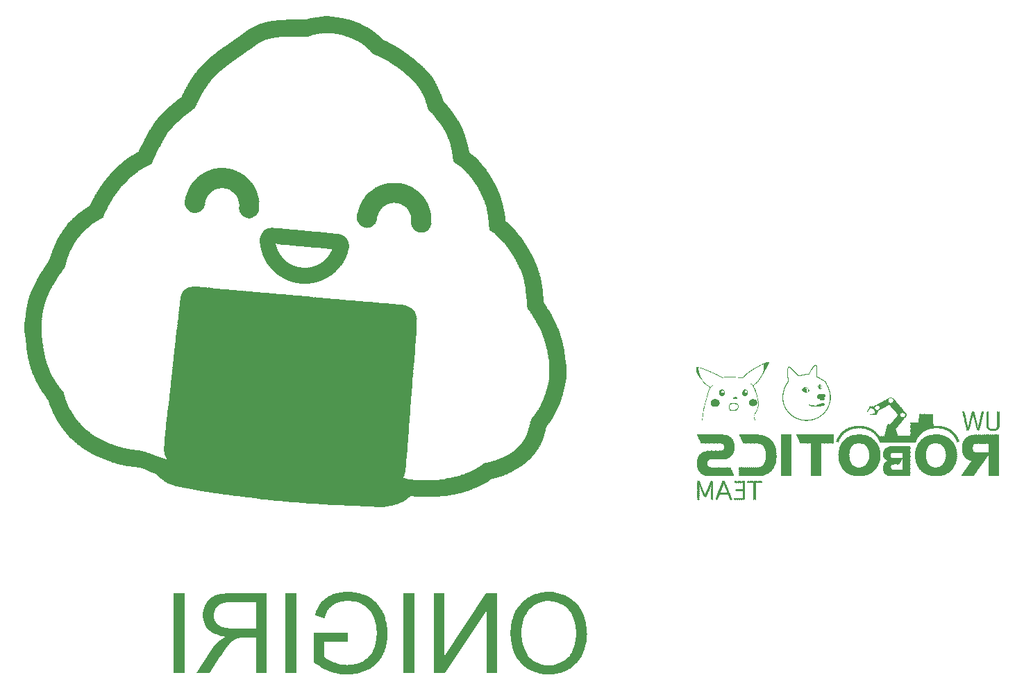
<source format=gbo>
G04*
G04 #@! TF.GenerationSoftware,Altium Limited,Altium Designer,20.1.11 (218)*
G04*
G04 Layer_Color=32896*
%FSLAX25Y25*%
%MOIN*%
G70*
G04*
G04 #@! TF.SameCoordinates,1D623A1F-E168-4E80-91D0-8BB71FADC58A*
G04*
G04*
G04 #@! TF.FilePolarity,Positive*
G04*
G01*
G75*
G36*
X295181Y311619D02*
Y311452D01*
X297349D01*
Y311285D01*
X298684D01*
Y311118D01*
X299851D01*
Y310951D01*
X301019D01*
Y310785D01*
X301853D01*
Y310618D01*
X302520D01*
Y310451D01*
X303021D01*
Y310284D01*
X304188D01*
Y310117D01*
X304689D01*
Y309951D01*
X305189D01*
Y309784D01*
X305690D01*
Y309617D01*
X306190D01*
Y309450D01*
X306691D01*
Y309283D01*
X307191D01*
Y309117D01*
X307525D01*
Y308950D01*
X308192D01*
Y308783D01*
X308526D01*
Y308616D01*
X308859D01*
Y308449D01*
X309360D01*
Y308282D01*
X309693D01*
Y308116D01*
X310027D01*
Y307949D01*
Y307782D01*
X310527D01*
Y307615D01*
X310861D01*
Y307448D01*
X311195D01*
Y307282D01*
X311528D01*
Y307115D01*
X311862D01*
Y306948D01*
X312196D01*
Y306781D01*
X312362D01*
Y306614D01*
X313030D01*
Y306448D01*
X313363D01*
Y306281D01*
X313530D01*
Y306114D01*
X313864D01*
Y305947D01*
X314031D01*
Y305780D01*
X314364D01*
Y305613D01*
X314698D01*
Y305447D01*
X314865D01*
Y305280D01*
X315198D01*
Y305113D01*
X315365D01*
Y304946D01*
X315699D01*
Y304779D01*
X315865D01*
Y304612D01*
X316032D01*
Y304446D01*
X316199D01*
Y304279D01*
X316533D01*
Y304112D01*
X316700D01*
Y303945D01*
X316866D01*
Y303779D01*
X317200D01*
Y303612D01*
X317367D01*
Y303445D01*
X317534D01*
Y303278D01*
X317701D01*
Y303111D01*
X317867D01*
Y302944D01*
X318034D01*
Y302778D01*
X318368D01*
Y302611D01*
X318535D01*
Y302444D01*
X318701D01*
Y302277D01*
X318868D01*
Y302110D01*
X319035D01*
Y301943D01*
X319202D01*
Y301777D01*
X319369D01*
Y301610D01*
X319535D01*
Y301443D01*
X319702D01*
Y301276D01*
X319869D01*
Y301109D01*
X320036D01*
Y300943D01*
X320203D01*
Y300776D01*
X320370D01*
Y300609D01*
X320536D01*
Y300442D01*
X320870D01*
Y300275D01*
X321204D01*
Y300109D01*
X321537D01*
Y299942D01*
X321871D01*
Y299775D01*
X322371D01*
Y299608D01*
X322705D01*
Y299441D01*
X323039D01*
Y299274D01*
X323205D01*
Y299108D01*
X323372D01*
Y298941D01*
X323706D01*
Y298774D01*
X324039D01*
Y298607D01*
X324373D01*
Y298440D01*
X324707D01*
Y298274D01*
X325040D01*
Y298107D01*
X325374D01*
Y297940D01*
X325708D01*
Y297773D01*
X326208D01*
Y297606D01*
X326375D01*
Y297440D01*
X326709D01*
Y297273D01*
X327042D01*
Y297106D01*
X327209D01*
Y296939D01*
X327542D01*
Y296772D01*
X327876D01*
Y296605D01*
X328043D01*
Y296439D01*
X328377D01*
Y296272D01*
X328543D01*
Y296105D01*
X328877D01*
Y295938D01*
X329211D01*
Y295771D01*
X329378D01*
Y295605D01*
X329544D01*
Y295438D01*
X329878D01*
Y295271D01*
X330212D01*
Y295104D01*
X330378D01*
Y294937D01*
X330712D01*
Y294771D01*
X330879D01*
Y294604D01*
X331046D01*
Y294437D01*
X331212D01*
Y294270D01*
X331546D01*
Y294103D01*
X331713D01*
Y293936D01*
X331880D01*
Y293770D01*
X332213D01*
Y293603D01*
X332380D01*
Y293436D01*
X332714D01*
Y293269D01*
X332881D01*
Y293102D01*
X333047D01*
Y292935D01*
X333381D01*
Y292769D01*
X333548D01*
Y292602D01*
X333715D01*
Y292435D01*
X333881D01*
Y292268D01*
X334215D01*
Y292102D01*
X334382D01*
Y291935D01*
X334549D01*
Y291768D01*
X334882D01*
Y291601D01*
X335216D01*
Y291434D01*
X335383D01*
Y291267D01*
X335550D01*
Y291101D01*
X335716D01*
Y290934D01*
X336050D01*
Y290767D01*
X336217D01*
Y290600D01*
X336384D01*
Y290433D01*
Y290266D01*
X336550D01*
Y290100D01*
X336884D01*
Y289933D01*
X337051D01*
Y289766D01*
X337218D01*
Y289599D01*
X337385D01*
Y289432D01*
X337551D01*
Y289266D01*
X337885D01*
Y289099D01*
X338052D01*
Y288932D01*
X338219D01*
Y288765D01*
X338386D01*
Y288598D01*
X338552D01*
Y288432D01*
X338886D01*
Y288265D01*
X339219D01*
Y288098D01*
Y287931D01*
Y287764D01*
X339720D01*
Y287597D01*
X339887D01*
Y287431D01*
X339720D01*
Y287264D01*
X340220D01*
Y287097D01*
Y286930D01*
X340554D01*
Y286763D01*
X340721D01*
Y286597D01*
Y286430D01*
X340888D01*
Y286263D01*
X341221D01*
Y286096D01*
Y285929D01*
Y285763D01*
X341555D01*
Y285596D01*
X341722D01*
Y285429D01*
Y285262D01*
X342055D01*
Y285095D01*
Y284928D01*
X342222D01*
Y284762D01*
X342556D01*
Y284595D01*
X342723D01*
Y284428D01*
Y284261D01*
X343056D01*
Y284094D01*
Y283928D01*
X343390D01*
Y283761D01*
X343557D01*
Y283594D01*
Y283427D01*
Y283260D01*
X343890D01*
Y283094D01*
X344057D01*
Y282927D01*
X344224D01*
Y282760D01*
X344057D01*
Y282593D01*
X344391D01*
Y282426D01*
X344558D01*
Y282259D01*
Y282093D01*
X344724D01*
Y281926D01*
X344891D01*
Y281759D01*
Y281592D01*
X345058D01*
Y281425D01*
Y281259D01*
X345225D01*
Y281092D01*
Y280925D01*
X345392D01*
Y280758D01*
X345559D01*
Y280591D01*
Y280424D01*
X345725D01*
Y280258D01*
Y280091D01*
X345892D01*
Y279924D01*
Y279757D01*
X346059D01*
Y279590D01*
X346226D01*
Y279424D01*
Y279257D01*
X346393D01*
Y279090D01*
Y278923D01*
Y278756D01*
X346559D01*
Y278590D01*
Y278423D01*
X346726D01*
Y278256D01*
Y278089D01*
X346893D01*
Y277922D01*
X347060D01*
Y277755D01*
Y277589D01*
X347227D01*
Y277422D01*
Y277255D01*
Y277088D01*
X347393D01*
Y276921D01*
Y276754D01*
X347560D01*
Y276588D01*
Y276421D01*
X347727D01*
Y276254D01*
Y276087D01*
Y275921D01*
X347894D01*
Y275754D01*
Y275587D01*
X348228D01*
Y275420D01*
X348061D01*
Y275253D01*
Y275086D01*
X348394D01*
Y274920D01*
X348228D01*
Y274753D01*
X348561D01*
Y274586D01*
X348394D01*
Y274419D01*
Y274252D01*
X348728D01*
Y274085D01*
Y273919D01*
Y273752D01*
X348895D01*
Y273585D01*
Y273418D01*
X349062D01*
Y273251D01*
Y273085D01*
Y272918D01*
Y272751D01*
X349228D01*
Y272584D01*
Y272417D01*
Y272251D01*
X349395D01*
Y272084D01*
Y271917D01*
Y271750D01*
X349562D01*
Y271583D01*
Y271416D01*
Y271250D01*
X349729D01*
Y271083D01*
Y270916D01*
X349896D01*
Y270749D01*
X350062D01*
Y270582D01*
X350229D01*
Y270416D01*
X350396D01*
Y270249D01*
X350563D01*
Y270082D01*
Y269915D01*
X350730D01*
Y269748D01*
X350897D01*
Y269582D01*
X351063D01*
Y269415D01*
X351230D01*
Y269248D01*
X351397D01*
Y269081D01*
Y268914D01*
X351731D01*
Y268747D01*
X351897D01*
Y268581D01*
Y268414D01*
Y268247D01*
X352231D01*
Y268080D01*
X352398D01*
Y267913D01*
Y267747D01*
Y267580D01*
X352731D01*
Y267413D01*
X352898D01*
Y267246D01*
X353065D01*
Y267079D01*
Y266913D01*
X353232D01*
Y266746D01*
X353399D01*
Y266579D01*
X353566D01*
Y266412D01*
Y266245D01*
X353732D01*
Y266078D01*
X353899D01*
Y265912D01*
X354066D01*
Y265745D01*
Y265578D01*
X354233D01*
Y265411D01*
X354400D01*
Y265244D01*
X354567D01*
Y265077D01*
X354733D01*
Y264911D01*
Y264744D01*
X354900D01*
Y264577D01*
Y264410D01*
X355067D01*
Y264244D01*
X355234D01*
Y264077D01*
X355400D01*
Y263910D01*
Y263743D01*
Y263576D01*
X355567D01*
Y263409D01*
X355734D01*
Y263243D01*
Y263076D01*
X356068D01*
Y262909D01*
Y262742D01*
Y262575D01*
X356235D01*
Y262408D01*
Y262242D01*
X356568D01*
Y262075D01*
Y261908D01*
Y261741D01*
X356902D01*
Y261574D01*
X357069D01*
Y261408D01*
X356902D01*
Y261241D01*
X357236D01*
Y261074D01*
X357069D01*
Y260907D01*
X357402D01*
Y260740D01*
X357569D01*
Y260574D01*
Y260407D01*
X357736D01*
Y260240D01*
Y260073D01*
X357903D01*
Y259906D01*
Y259739D01*
X358070D01*
Y259573D01*
Y259406D01*
Y259239D01*
X358236D01*
Y259072D01*
X358403D01*
Y258905D01*
Y258739D01*
Y258572D01*
X358570D01*
Y258405D01*
X358737D01*
Y258238D01*
Y258071D01*
Y257905D01*
X358904D01*
Y257738D01*
Y257571D01*
X359070D01*
Y257404D01*
Y257237D01*
Y257070D01*
X359237D01*
Y256904D01*
Y256737D01*
X359404D01*
Y256570D01*
Y256403D01*
Y256236D01*
X359571D01*
Y256070D01*
Y255903D01*
Y255736D01*
X359738D01*
Y255569D01*
X359905D01*
Y255402D01*
Y255236D01*
Y255069D01*
Y254902D01*
X360071D01*
Y254735D01*
Y254568D01*
Y254401D01*
Y254235D01*
X360238D01*
Y254068D01*
Y253901D01*
Y253734D01*
X360405D01*
Y253567D01*
Y253400D01*
X360572D01*
Y253234D01*
Y253067D01*
Y252900D01*
Y252733D01*
Y252566D01*
X360739D01*
Y252400D01*
Y252233D01*
Y252066D01*
Y251899D01*
X360905D01*
Y251732D01*
Y251566D01*
Y251399D01*
X361072D01*
Y251232D01*
Y251065D01*
Y250898D01*
Y250731D01*
X361239D01*
Y250565D01*
Y250398D01*
Y250231D01*
X361573D01*
Y250064D01*
X361406D01*
Y249897D01*
Y249731D01*
Y249564D01*
Y249397D01*
Y249230D01*
Y249063D01*
X361739D01*
Y248897D01*
Y248730D01*
Y248563D01*
Y248396D01*
X361906D01*
Y248229D01*
Y248062D01*
Y247896D01*
Y247729D01*
Y247562D01*
Y247395D01*
X362073D01*
Y247228D01*
Y247062D01*
Y246895D01*
Y246728D01*
Y246561D01*
X362240D01*
Y246394D01*
Y246228D01*
X362407D01*
Y246061D01*
X362740D01*
Y245894D01*
X362907D01*
Y245727D01*
X363074D01*
Y245560D01*
X363241D01*
Y245393D01*
X363574D01*
Y245227D01*
X363741D01*
Y245060D01*
X363908D01*
Y244893D01*
X364075D01*
Y244726D01*
X364242D01*
Y244559D01*
X364408D01*
Y244392D01*
X364742D01*
Y244226D01*
X365076D01*
Y244059D01*
X365243D01*
Y243892D01*
X365409D01*
Y243725D01*
X365576D01*
Y243559D01*
X365743D01*
Y243392D01*
X365910D01*
Y243225D01*
X366077D01*
Y243058D01*
X366244D01*
Y242891D01*
X366410D01*
Y242724D01*
X366577D01*
Y242558D01*
X366744D01*
Y242391D01*
Y242224D01*
X366911D01*
Y242057D01*
X367077D01*
Y241890D01*
Y241723D01*
X367244D01*
Y241557D01*
X367411D01*
Y241390D01*
X367578D01*
Y241223D01*
X367745D01*
Y241056D01*
X367912D01*
Y240890D01*
X368078D01*
Y240723D01*
X368245D01*
Y240556D01*
Y240389D01*
X368412D01*
Y240222D01*
X368579D01*
Y240055D01*
X368746D01*
Y239889D01*
X368913D01*
Y239722D01*
Y239555D01*
X369079D01*
Y239388D01*
X369246D01*
Y239221D01*
X369413D01*
Y239054D01*
Y238888D01*
X369747D01*
Y238721D01*
Y238554D01*
X370080D01*
Y238387D01*
X370247D01*
Y238220D01*
X370414D01*
Y238054D01*
Y237887D01*
Y237720D01*
X370581D01*
Y237553D01*
Y237386D01*
X370747D01*
Y237220D01*
X370914D01*
Y237053D01*
X371081D01*
Y236886D01*
Y236719D01*
X371415D01*
Y236552D01*
Y236385D01*
Y236219D01*
X371582D01*
Y236052D01*
X371748D01*
Y235885D01*
X371915D01*
Y235718D01*
Y235551D01*
X372082D01*
Y235385D01*
Y235218D01*
X372249D01*
Y235051D01*
Y234884D01*
X372416D01*
Y234717D01*
X372582D01*
Y234550D01*
Y234384D01*
X372749D01*
Y234217D01*
Y234050D01*
X372916D01*
Y233883D01*
X373083D01*
Y233716D01*
Y233550D01*
Y233383D01*
X373416D01*
Y233216D01*
Y233049D01*
Y232882D01*
X373583D01*
Y232716D01*
Y232549D01*
X373917D01*
Y232382D01*
Y232215D01*
Y232048D01*
X374251D01*
Y231881D01*
X374084D01*
Y231715D01*
Y231548D01*
X374417D01*
Y231381D01*
X374251D01*
Y231214D01*
X374584D01*
Y231047D01*
X374417D01*
Y230881D01*
X374751D01*
Y230714D01*
X374918D01*
Y230547D01*
Y230380D01*
Y230213D01*
X375085D01*
Y230047D01*
Y229880D01*
X375251D01*
Y229713D01*
X375418D01*
Y229546D01*
Y229379D01*
Y229212D01*
Y229046D01*
X375585D01*
Y228879D01*
X375752D01*
Y228712D01*
Y228545D01*
Y228378D01*
X375919D01*
Y228212D01*
Y228045D01*
X376085D01*
Y227878D01*
Y227711D01*
Y227544D01*
X376252D01*
Y227378D01*
X376419D01*
Y227211D01*
Y227044D01*
Y226877D01*
X376586D01*
Y226710D01*
Y226543D01*
X376753D01*
Y226377D01*
Y226210D01*
Y226043D01*
X376920D01*
Y225876D01*
Y225709D01*
Y225542D01*
X377086D01*
Y225376D01*
Y225209D01*
X377253D01*
Y225042D01*
Y224875D01*
Y224708D01*
Y224542D01*
X377420D01*
Y224375D01*
Y224208D01*
Y224041D01*
X377587D01*
Y223874D01*
Y223708D01*
Y223541D01*
Y223374D01*
X377754D01*
Y223207D01*
Y223040D01*
X377921D01*
Y222873D01*
Y222707D01*
Y222540D01*
Y222373D01*
X378087D01*
Y222206D01*
Y222039D01*
Y221873D01*
Y221706D01*
Y221539D01*
Y221372D01*
X378254D01*
Y221205D01*
Y221039D01*
Y220872D01*
X378421D01*
Y220705D01*
Y220538D01*
Y220371D01*
Y220204D01*
Y220038D01*
X378588D01*
Y219871D01*
Y219704D01*
Y219537D01*
Y219370D01*
Y219204D01*
X378921D01*
Y219037D01*
X378755D01*
Y218870D01*
Y218703D01*
Y218536D01*
Y218370D01*
Y218203D01*
Y218036D01*
Y217869D01*
X379088D01*
Y217702D01*
Y217535D01*
Y217369D01*
Y217202D01*
Y217035D01*
X379255D01*
Y216868D01*
Y216701D01*
Y216534D01*
Y216368D01*
Y216201D01*
Y216034D01*
Y215867D01*
X379422D01*
Y215701D01*
Y215534D01*
Y215367D01*
Y215200D01*
Y215033D01*
Y214866D01*
X379589D01*
Y214700D01*
Y214533D01*
Y214366D01*
Y214199D01*
Y214032D01*
Y213865D01*
Y213699D01*
Y213532D01*
Y213365D01*
X379755D01*
Y213198D01*
X379922D01*
Y213032D01*
X380256D01*
Y212865D01*
X380423D01*
Y212698D01*
X380590D01*
Y212531D01*
X380756D01*
Y212364D01*
X380923D01*
Y212197D01*
X381090D01*
Y212031D01*
X381257D01*
Y211864D01*
X381424D01*
Y211697D01*
X381590D01*
Y211530D01*
X381924D01*
Y211363D01*
X382091D01*
Y211196D01*
X382258D01*
Y211030D01*
X382424D01*
Y210863D01*
X382591D01*
Y210696D01*
X382758D01*
Y210529D01*
X382925D01*
Y210362D01*
X383092D01*
Y210196D01*
X383259D01*
Y210029D01*
X383092D01*
Y209862D01*
X383425D01*
Y209695D01*
X383592D01*
Y209528D01*
X383759D01*
Y209362D01*
X383926D01*
Y209195D01*
X384093D01*
Y209028D01*
X384259D01*
Y208861D01*
X384426D01*
Y208694D01*
X384593D01*
Y208527D01*
Y208361D01*
X384760D01*
Y208194D01*
X384927D01*
Y208027D01*
X385093D01*
Y207860D01*
X385260D01*
Y207693D01*
X385427D01*
Y207527D01*
Y207360D01*
Y207193D01*
X385594D01*
Y207026D01*
X385761D01*
Y206859D01*
X385928D01*
Y206693D01*
X386094D01*
Y206526D01*
Y206359D01*
X386428D01*
Y206192D01*
X386595D01*
Y206025D01*
X386762D01*
Y205858D01*
Y205692D01*
Y205525D01*
X387095D01*
Y205358D01*
X387262D01*
Y205191D01*
X387429D01*
Y205024D01*
X387262D01*
Y204858D01*
X387596D01*
Y204691D01*
X387762D01*
Y204524D01*
Y204357D01*
X387929D01*
Y204190D01*
X388096D01*
Y204024D01*
Y203857D01*
X388263D01*
Y203690D01*
X388430D01*
Y203523D01*
X388597D01*
Y203356D01*
Y203189D01*
Y203023D01*
X388763D01*
Y202856D01*
X388930D01*
Y202689D01*
Y202522D01*
X389097D01*
Y202355D01*
X389264D01*
Y202188D01*
Y202022D01*
X389431D01*
Y201855D01*
Y201688D01*
X389598D01*
Y201521D01*
X389764D01*
Y201354D01*
X389931D01*
Y201188D01*
Y201021D01*
X390098D01*
Y200854D01*
Y200687D01*
X390265D01*
Y200520D01*
Y200354D01*
X390431D01*
Y200187D01*
X390598D01*
Y200020D01*
Y199853D01*
X390765D01*
Y199686D01*
Y199520D01*
X390932D01*
Y199353D01*
X391099D01*
Y199186D01*
Y199019D01*
X391266D01*
Y198852D01*
Y198685D01*
Y198519D01*
X391432D01*
Y198352D01*
Y198185D01*
X391599D01*
Y198018D01*
Y197851D01*
X391933D01*
Y197685D01*
X392100D01*
Y197518D01*
Y197351D01*
X392267D01*
Y197184D01*
Y197017D01*
Y196851D01*
X392433D01*
Y196684D01*
Y196517D01*
X392600D01*
Y196350D01*
Y196183D01*
X392767D01*
Y196016D01*
X392934D01*
Y195850D01*
Y195683D01*
Y195516D01*
X393101D01*
Y195349D01*
Y195182D01*
X393267D01*
Y195016D01*
X393434D01*
Y194849D01*
Y194682D01*
X393601D01*
Y194515D01*
Y194348D01*
Y194181D01*
Y194015D01*
X393768D01*
Y193848D01*
Y193681D01*
X393935D01*
Y193514D01*
Y193347D01*
X394102D01*
Y193181D01*
Y193014D01*
X394268D01*
Y192847D01*
Y192680D01*
Y192513D01*
X394435D01*
Y192347D01*
X394602D01*
Y192180D01*
Y192013D01*
Y191846D01*
Y191679D01*
X394769D01*
Y191512D01*
Y191346D01*
X394935D01*
Y191179D01*
Y191012D01*
X395102D01*
Y190845D01*
Y190678D01*
Y190512D01*
Y190345D01*
X395269D01*
Y190178D01*
Y190011D01*
Y189844D01*
Y189677D01*
X395436D01*
Y189511D01*
Y189344D01*
Y189177D01*
X395603D01*
Y189010D01*
Y188843D01*
Y188677D01*
Y188510D01*
X395770D01*
Y188343D01*
Y188176D01*
X396103D01*
Y188009D01*
X395936D01*
Y187843D01*
Y187676D01*
Y187509D01*
Y187342D01*
X396270D01*
Y187175D01*
X396103D01*
Y187008D01*
Y186842D01*
Y186675D01*
X396437D01*
Y186508D01*
Y186341D01*
Y186174D01*
Y186007D01*
Y185841D01*
X396604D01*
Y185674D01*
Y185507D01*
Y185340D01*
Y185173D01*
Y185007D01*
X396771D01*
Y184840D01*
Y184673D01*
Y184506D01*
Y184339D01*
Y184173D01*
Y184006D01*
Y183839D01*
X396937D01*
Y183672D01*
Y183505D01*
Y183338D01*
Y183172D01*
Y183005D01*
X397104D01*
Y182838D01*
Y182671D01*
Y182504D01*
Y182338D01*
Y182171D01*
Y182004D01*
X397271D01*
Y181837D01*
Y181670D01*
Y181503D01*
Y181337D01*
Y181170D01*
Y181003D01*
Y180836D01*
X397438D01*
Y180669D01*
Y180503D01*
Y180336D01*
Y180169D01*
Y180002D01*
Y179835D01*
X397605D01*
Y179669D01*
Y179502D01*
Y179335D01*
Y179168D01*
Y179001D01*
Y178834D01*
Y178668D01*
Y178501D01*
Y178334D01*
Y178167D01*
Y178000D01*
Y177834D01*
Y177667D01*
Y177500D01*
Y177333D01*
X397771D01*
Y177166D01*
Y177000D01*
Y176833D01*
Y176666D01*
Y176499D01*
Y176332D01*
Y176165D01*
Y175999D01*
Y175832D01*
Y175665D01*
Y175498D01*
X397938D01*
Y175331D01*
Y175165D01*
Y174998D01*
Y174831D01*
Y174664D01*
Y174497D01*
Y174330D01*
X398105D01*
Y174164D01*
Y173997D01*
X398272D01*
Y173830D01*
Y173663D01*
X398439D01*
Y173496D01*
Y173330D01*
X398605D01*
Y173163D01*
X398772D01*
Y172996D01*
X398939D01*
Y172829D01*
Y172662D01*
Y172496D01*
X399106D01*
Y172329D01*
Y172162D01*
X399440D01*
Y171995D01*
Y171828D01*
Y171661D01*
X399606D01*
Y171495D01*
Y171328D01*
X399940D01*
Y171161D01*
Y170994D01*
Y170827D01*
X400274D01*
Y170661D01*
X400440D01*
Y170494D01*
X400607D01*
Y170327D01*
X400440D01*
Y170160D01*
X400774D01*
Y169993D01*
Y169826D01*
X400941D01*
Y169660D01*
X401108D01*
Y169493D01*
Y169326D01*
X401274D01*
Y169159D01*
Y168992D01*
X401441D01*
Y168826D01*
X401608D01*
Y168659D01*
Y168492D01*
X401775D01*
Y168325D01*
Y168158D01*
Y167992D01*
X401942D01*
Y167825D01*
Y167658D01*
X402109D01*
Y167491D01*
Y167324D01*
X402275D01*
Y167157D01*
Y166991D01*
X402442D01*
Y166824D01*
Y166657D01*
X402609D01*
Y166490D01*
Y166323D01*
X402776D01*
Y166157D01*
Y165990D01*
X402943D01*
Y165823D01*
Y165656D01*
X403109D01*
Y165489D01*
Y165323D01*
X403276D01*
Y165156D01*
Y164989D01*
X403443D01*
Y164822D01*
Y164655D01*
X403610D01*
Y164488D01*
Y164322D01*
X403777D01*
Y164155D01*
Y163988D01*
X403943D01*
Y163821D01*
Y163654D01*
Y163488D01*
X404110D01*
Y163321D01*
Y163154D01*
X404277D01*
Y162987D01*
Y162820D01*
Y162654D01*
X404444D01*
Y162487D01*
Y162320D01*
X404778D01*
Y162153D01*
X404611D01*
Y161986D01*
Y161819D01*
X404944D01*
Y161653D01*
X404778D01*
Y161486D01*
X405111D01*
Y161319D01*
Y161152D01*
Y160985D01*
X405278D01*
Y160819D01*
Y160652D01*
Y160485D01*
X405445D01*
Y160318D01*
Y160151D01*
X405612D01*
Y159985D01*
Y159818D01*
Y159651D01*
X405779D01*
Y159484D01*
Y159317D01*
Y159150D01*
X405945D01*
Y158984D01*
Y158817D01*
Y158650D01*
Y158483D01*
Y158316D01*
X406112D01*
Y158150D01*
Y157983D01*
X406279D01*
Y157816D01*
Y157649D01*
Y157482D01*
Y157316D01*
X406446D01*
Y157149D01*
Y156982D01*
Y156815D01*
X406613D01*
Y156648D01*
Y156481D01*
Y156315D01*
Y156148D01*
X406779D01*
Y155981D01*
Y155814D01*
Y155647D01*
X406946D01*
Y155481D01*
Y155314D01*
Y155147D01*
Y154980D01*
Y154813D01*
X407113D01*
Y154646D01*
Y154480D01*
Y154313D01*
X407280D01*
Y154146D01*
Y153979D01*
Y153812D01*
Y153646D01*
Y153479D01*
Y153312D01*
Y153145D01*
X407447D01*
Y152978D01*
Y152812D01*
Y152645D01*
Y152478D01*
X407613D01*
Y152311D01*
Y152144D01*
Y151977D01*
Y151811D01*
X407780D01*
Y151644D01*
Y151477D01*
Y151310D01*
Y151143D01*
Y150977D01*
X407947D01*
Y150810D01*
Y150643D01*
Y150476D01*
Y150309D01*
Y150143D01*
Y149976D01*
Y149809D01*
Y149642D01*
Y149475D01*
Y149308D01*
Y149142D01*
X408114D01*
Y148975D01*
Y148808D01*
Y148641D01*
Y148474D01*
Y148308D01*
Y148141D01*
Y147974D01*
X408281D01*
Y147807D01*
Y147640D01*
Y147473D01*
Y147307D01*
Y147140D01*
Y146973D01*
Y146806D01*
Y146639D01*
X408448D01*
Y146473D01*
Y146306D01*
Y146139D01*
Y145972D01*
Y145805D01*
Y145639D01*
Y145472D01*
Y145305D01*
Y145138D01*
Y144971D01*
Y144804D01*
Y144638D01*
X408781D01*
Y144471D01*
Y144304D01*
Y144137D01*
Y143970D01*
Y143804D01*
Y143637D01*
Y143470D01*
Y143303D01*
Y143136D01*
Y142969D01*
Y142803D01*
Y142636D01*
Y142469D01*
Y142302D01*
Y142135D01*
Y141969D01*
Y141802D01*
Y141635D01*
Y141468D01*
Y141301D01*
Y141135D01*
Y140968D01*
Y140801D01*
Y140634D01*
Y140467D01*
Y140300D01*
Y140134D01*
Y139967D01*
Y139800D01*
Y139633D01*
Y139466D01*
Y139299D01*
Y139133D01*
Y138966D01*
Y138799D01*
Y138632D01*
Y138465D01*
Y138299D01*
Y138132D01*
Y137965D01*
Y137798D01*
Y137631D01*
Y137465D01*
Y137298D01*
X408448D01*
Y137131D01*
Y136964D01*
Y136797D01*
Y136630D01*
Y136464D01*
Y136297D01*
Y136130D01*
Y135963D01*
Y135796D01*
Y135630D01*
X408281D01*
Y135463D01*
Y135296D01*
Y135129D01*
Y134962D01*
X408114D01*
Y134795D01*
Y134629D01*
Y134462D01*
Y134295D01*
Y134128D01*
Y133961D01*
X407947D01*
Y133795D01*
Y133628D01*
Y133461D01*
Y133294D01*
Y133127D01*
Y132961D01*
X407780D01*
Y132794D01*
Y132627D01*
Y132460D01*
X407613D01*
Y132293D01*
Y132126D01*
Y131960D01*
Y131793D01*
Y131626D01*
X407447D01*
Y131459D01*
Y131292D01*
Y131126D01*
X407280D01*
Y130959D01*
Y130792D01*
Y130625D01*
Y130458D01*
Y130291D01*
X407113D01*
Y130125D01*
Y129958D01*
Y129791D01*
Y129624D01*
X406946D01*
Y129457D01*
Y129291D01*
Y129124D01*
X406779D01*
Y128957D01*
Y128790D01*
X406613D01*
Y128623D01*
Y128457D01*
Y128290D01*
X406446D01*
Y128123D01*
Y127956D01*
Y127789D01*
Y127622D01*
Y127456D01*
X406279D01*
Y127289D01*
Y127122D01*
Y126955D01*
X406112D01*
Y126788D01*
Y126622D01*
X405945D01*
Y126455D01*
Y126288D01*
Y126121D01*
Y125954D01*
X405779D01*
Y125788D01*
Y125621D01*
X405612D01*
Y125454D01*
Y125287D01*
X405445D01*
Y125120D01*
Y124953D01*
Y124787D01*
X405278D01*
Y124620D01*
Y124453D01*
X405111D01*
Y124286D01*
Y124119D01*
X404944D01*
Y123953D01*
Y123786D01*
X404778D01*
Y123619D01*
X404611D01*
Y123452D01*
Y123285D01*
X404778D01*
Y123118D01*
X404444D01*
Y122952D01*
Y122785D01*
X404277D01*
Y122618D01*
Y122451D01*
X404110D01*
Y122284D01*
Y122118D01*
X403943D01*
Y121951D01*
Y121784D01*
X403777D01*
Y121617D01*
Y121450D01*
X403610D01*
Y121284D01*
Y121117D01*
X403443D01*
Y120950D01*
Y120783D01*
X403276D01*
Y120616D01*
Y120449D01*
Y120283D01*
X403109D01*
Y120116D01*
X402943D01*
Y119949D01*
X402776D01*
Y119782D01*
Y119615D01*
X402609D01*
Y119449D01*
Y119282D01*
Y119115D01*
Y118948D01*
X402442D01*
Y118781D01*
X402275D01*
Y118614D01*
X402109D01*
Y118448D01*
Y118281D01*
X401942D01*
Y118114D01*
Y117947D01*
X401775D01*
Y117780D01*
X401608D01*
Y117614D01*
Y117447D01*
X401441D01*
Y117280D01*
X401274D01*
Y117113D01*
Y116946D01*
X401108D01*
Y116780D01*
X400941D01*
Y116613D01*
Y116446D01*
X400774D01*
Y116279D01*
X400607D01*
Y116112D01*
X400274D01*
Y115945D01*
X400440D01*
Y115779D01*
X400274D01*
Y115612D01*
X400107D01*
Y115445D01*
X399940D01*
Y115278D01*
X399606D01*
Y115111D01*
Y114945D01*
Y114778D01*
X399440D01*
Y114611D01*
X399273D01*
Y114444D01*
X399106D01*
Y114277D01*
Y114111D01*
Y113944D01*
X398939D01*
Y113777D01*
Y113610D01*
Y113443D01*
Y113277D01*
Y113110D01*
Y112943D01*
X398772D01*
Y112776D01*
Y112609D01*
Y112442D01*
Y112276D01*
X398605D01*
Y112109D01*
Y111942D01*
Y111775D01*
X398439D01*
Y111608D01*
Y111442D01*
Y111275D01*
Y111108D01*
X398272D01*
Y110941D01*
Y110774D01*
Y110607D01*
Y110441D01*
Y110274D01*
X398105D01*
Y110107D01*
Y109940D01*
Y109773D01*
X397938D01*
Y109607D01*
Y109440D01*
Y109273D01*
X397771D01*
Y109106D01*
Y108939D01*
Y108773D01*
X397605D01*
Y108606D01*
Y108439D01*
Y108272D01*
X397438D01*
Y108105D01*
Y107938D01*
Y107772D01*
X397271D01*
Y107605D01*
X397104D01*
Y107438D01*
Y107271D01*
X396937D01*
Y107104D01*
Y106938D01*
Y106771D01*
X396771D01*
Y106604D01*
Y106437D01*
X396604D01*
Y106270D01*
Y106103D01*
Y105937D01*
X396437D01*
Y105770D01*
Y105603D01*
X396270D01*
Y105436D01*
X395936D01*
Y105269D01*
Y105103D01*
X396103D01*
Y104936D01*
X395936D01*
Y104769D01*
X395603D01*
Y104602D01*
Y104435D01*
X395436D01*
Y104269D01*
Y104102D01*
Y103935D01*
X395102D01*
Y103768D01*
Y103601D01*
X394935D01*
Y103434D01*
X394769D01*
Y103268D01*
Y103101D01*
X394602D01*
Y102934D01*
X394435D01*
Y102767D01*
Y102600D01*
X394268D01*
Y102434D01*
X394102D01*
Y102267D01*
X393935D01*
Y102100D01*
X393768D01*
Y101933D01*
Y101766D01*
Y101600D01*
X393601D01*
Y101433D01*
X393434D01*
Y101266D01*
X393267D01*
Y101099D01*
Y100932D01*
X393101D01*
Y100765D01*
X392934D01*
Y100599D01*
X392767D01*
Y100432D01*
X392600D01*
Y100265D01*
X392433D01*
Y100098D01*
X392267D01*
Y99931D01*
X392100D01*
Y99765D01*
Y99598D01*
X391933D01*
Y99431D01*
X391766D01*
Y99264D01*
X391599D01*
Y99097D01*
X391432D01*
Y98930D01*
X391266D01*
Y98764D01*
X391099D01*
Y98597D01*
X390932D01*
Y98430D01*
X390598D01*
Y98263D01*
X390265D01*
Y98096D01*
X390098D01*
Y97930D01*
X389931D01*
Y97763D01*
Y97596D01*
X389764D01*
Y97429D01*
X389598D01*
Y97262D01*
X389431D01*
Y97096D01*
X389097D01*
Y96929D01*
X388930D01*
Y96762D01*
X388763D01*
Y96595D01*
X388430D01*
Y96428D01*
X388263D01*
Y96261D01*
X388096D01*
Y96095D01*
X387929D01*
Y95928D01*
X387762D01*
Y95761D01*
X387429D01*
Y95594D01*
X387262D01*
Y95427D01*
X386929D01*
Y95261D01*
X386762D01*
Y95094D01*
X386261D01*
Y94927D01*
X386094D01*
Y94760D01*
X385761D01*
Y94593D01*
X385427D01*
Y94426D01*
X385260D01*
Y94260D01*
X384927D01*
Y94093D01*
X384593D01*
Y93926D01*
X384426D01*
Y93759D01*
X383926D01*
Y93592D01*
Y93426D01*
X383425D01*
Y93259D01*
X383092D01*
Y93092D01*
X382925D01*
Y92925D01*
X382591D01*
Y92758D01*
X382424D01*
Y92592D01*
X381924D01*
Y92425D01*
X381590D01*
Y92258D01*
X381090D01*
Y92091D01*
X380923D01*
Y91924D01*
X380423D01*
Y91757D01*
X380089D01*
Y91591D01*
X379589D01*
Y91424D01*
X379255D01*
Y91257D01*
X378755D01*
Y91090D01*
X378087D01*
Y90923D01*
X377921D01*
Y90756D01*
X377086D01*
Y90590D01*
X376586D01*
Y90423D01*
X376085D01*
Y90256D01*
X375418D01*
Y90089D01*
X374751D01*
Y89922D01*
X374251D01*
Y89756D01*
X373583D01*
Y89589D01*
X372749D01*
Y89422D01*
X372416D01*
Y89255D01*
X372249D01*
Y89088D01*
X371915D01*
Y88922D01*
X371748D01*
Y88755D01*
Y88588D01*
X371582D01*
Y88421D01*
X371248D01*
Y88254D01*
X371081D01*
Y88087D01*
X370747D01*
Y87921D01*
X370414D01*
Y87754D01*
X370080D01*
Y87587D01*
X369913D01*
Y87420D01*
X369580D01*
Y87253D01*
X369079D01*
Y87087D01*
X368746D01*
Y86920D01*
X368412D01*
Y86753D01*
X368245D01*
Y86586D01*
X367912D01*
Y86419D01*
X367578D01*
Y86252D01*
X367244D01*
Y86086D01*
X366911D01*
Y85919D01*
X366410D01*
Y85752D01*
X366077D01*
Y85585D01*
X365743D01*
Y85418D01*
X365409D01*
Y85252D01*
X364909D01*
Y85085D01*
X364408D01*
Y84918D01*
X363908D01*
Y84751D01*
X363574D01*
Y84584D01*
X363408D01*
Y84418D01*
X363241D01*
Y84251D01*
X362574D01*
Y84084D01*
X362073D01*
Y83917D01*
X361739D01*
Y83750D01*
X361239D01*
Y83583D01*
X360405D01*
Y83417D01*
X359905D01*
Y83250D01*
X359404D01*
Y83083D01*
X358904D01*
Y82916D01*
X358403D01*
Y82749D01*
X357402D01*
Y82583D01*
X356902D01*
Y82416D01*
X356401D01*
Y82249D01*
X355400D01*
Y82082D01*
X354233D01*
Y81915D01*
X353566D01*
Y81749D01*
X352731D01*
Y81582D01*
X351731D01*
Y81415D01*
X349562D01*
Y81248D01*
X348061D01*
Y81081D01*
X345892D01*
Y80914D01*
X337551D01*
Y81081D01*
X335550D01*
Y81248D01*
X333715D01*
Y81081D01*
X333548D01*
Y80914D01*
X333381D01*
Y80748D01*
X333047D01*
Y80581D01*
X332881D01*
Y80414D01*
X332714D01*
Y80247D01*
X332380D01*
Y80080D01*
Y79914D01*
X332213D01*
Y79747D01*
X332047D01*
Y79580D01*
X331713D01*
Y79413D01*
X331546D01*
Y79246D01*
X331212D01*
Y79080D01*
X331046D01*
Y78913D01*
X330712D01*
Y78746D01*
X330212D01*
Y78579D01*
X330045D01*
Y78412D01*
X329544D01*
Y78246D01*
X329211D01*
Y78079D01*
X328710D01*
Y77912D01*
X328377D01*
Y77745D01*
X328210D01*
Y77578D01*
X327709D01*
Y77411D01*
X327042D01*
Y77245D01*
X326542D01*
Y77078D01*
X326208D01*
Y76911D01*
X325374D01*
Y76744D01*
X324373D01*
Y76577D01*
X323372D01*
Y76411D01*
X321704D01*
Y76244D01*
Y76077D01*
X316366D01*
Y76244D01*
Y76411D01*
X309693D01*
Y76577D01*
X305523D01*
Y76744D01*
X302187D01*
Y76911D01*
X296515D01*
Y77078D01*
X294180D01*
Y77245D01*
X291844D01*
Y77411D01*
X289676D01*
Y77578D01*
X288007D01*
Y77411D01*
X287841D01*
Y77578D01*
X286006D01*
Y77745D01*
X284004D01*
Y77912D01*
X282169D01*
Y78079D01*
X280501D01*
Y78246D01*
X278666D01*
Y78412D01*
X278332D01*
Y78246D01*
X277331D01*
Y78412D01*
X275663D01*
Y78579D01*
X273995D01*
Y78746D01*
X272494D01*
Y78913D01*
X270992D01*
Y79080D01*
X270659D01*
Y78913D01*
X269825D01*
Y79080D01*
X268323D01*
Y79246D01*
X266989D01*
Y79413D01*
X265488D01*
Y79580D01*
X263986D01*
Y79747D01*
X261818D01*
Y79914D01*
X261651D01*
Y80080D01*
X260316D01*
Y80247D01*
X259149D01*
Y80414D01*
X257814D01*
Y80581D01*
X256480D01*
Y80748D01*
X256146D01*
Y80581D01*
X255812D01*
Y80748D01*
X254478D01*
Y80914D01*
X253310D01*
Y81081D01*
X252143D01*
Y81248D01*
X250975D01*
Y81415D01*
X250474D01*
Y81248D01*
X250307D01*
Y81415D01*
X248973D01*
Y81582D01*
X247805D01*
Y81749D01*
X246804D01*
Y81915D01*
X245803D01*
Y82082D01*
X243969D01*
Y82249D01*
X242968D01*
Y82416D01*
X241967D01*
Y82583D01*
X240966D01*
Y82749D01*
X239298D01*
Y82916D01*
X238130D01*
Y83083D01*
X237296D01*
Y83250D01*
X236295D01*
Y83417D01*
X234794D01*
Y83583D01*
X233793D01*
Y83750D01*
X232959D01*
Y83917D01*
X232125D01*
Y84084D01*
X231291D01*
Y84251D01*
X229623D01*
Y84418D01*
Y84584D01*
X228788D01*
Y84751D01*
X227788D01*
Y84918D01*
X226954D01*
Y85085D01*
X226119D01*
Y85252D01*
X225786D01*
Y85085D01*
X225619D01*
Y85252D01*
X224952D01*
Y85418D01*
X224285D01*
Y85585D01*
X223450D01*
Y85752D01*
X222449D01*
Y85919D01*
X222283D01*
Y85752D01*
X222116D01*
Y85919D01*
X221449D01*
Y86086D01*
X220948D01*
Y86252D01*
X220448D01*
Y86419D01*
X220114D01*
Y86586D01*
X219614D01*
Y86753D01*
X219113D01*
Y86920D01*
X218780D01*
Y87087D01*
X218112D01*
Y87253D01*
X217779D01*
Y87420D01*
X217278D01*
Y87587D01*
X217111D01*
Y87754D01*
X216945D01*
Y87921D01*
X216611D01*
Y88087D01*
X216110D01*
Y88254D01*
X215944D01*
Y88421D01*
X215610D01*
Y88588D01*
Y88755D01*
Y88922D01*
X215110D01*
Y89088D01*
X214776D01*
Y89255D01*
X214609D01*
Y89422D01*
X214442D01*
Y89589D01*
X214109D01*
Y89756D01*
X213942D01*
Y89922D01*
X213775D01*
Y90089D01*
X213441D01*
Y90256D01*
X213608D01*
Y90423D01*
X213108D01*
Y90590D01*
X213275D01*
Y90756D01*
X212774D01*
Y90923D01*
Y91090D01*
X212608D01*
Y91257D01*
X212274D01*
Y91424D01*
X212107D01*
Y91591D01*
X211940D01*
Y91757D01*
X211773D01*
Y91924D01*
X211273D01*
Y92091D01*
X210772D01*
Y92258D01*
X210272D01*
Y92425D01*
X209938D01*
Y92592D01*
X209271D01*
Y92758D01*
X209104D01*
Y92925D01*
X208437D01*
Y93092D01*
Y93259D01*
X207937D01*
Y93426D01*
X207603D01*
Y93592D01*
X207269D01*
Y93759D01*
X206769D01*
Y93926D01*
X206435D01*
Y94093D01*
X205601D01*
Y94260D01*
X205434D01*
Y94426D01*
X204934D01*
Y94593D01*
X204433D01*
Y94760D01*
X203766D01*
Y94927D01*
X202599D01*
Y95094D01*
X201431D01*
Y95261D01*
X199930D01*
Y95427D01*
X198929D01*
Y95594D01*
X197260D01*
Y95761D01*
X196426D01*
Y95928D01*
X195759D01*
Y96095D01*
X195092D01*
Y96261D01*
X194258D01*
Y96428D01*
X193591D01*
Y96595D01*
X192923D01*
Y96762D01*
X192423D01*
Y96929D01*
X192089D01*
Y97096D01*
X190922D01*
Y97262D01*
X190588D01*
Y97429D01*
Y97596D01*
X190254D01*
Y97763D01*
X189754D01*
Y97930D01*
X189253D01*
Y98096D01*
X188753D01*
Y98263D01*
X188252D01*
Y98430D01*
X187752D01*
Y98597D01*
X187418D01*
Y98764D01*
X186751D01*
Y98930D01*
X186584D01*
Y99097D01*
X186251D01*
Y99264D01*
X185750D01*
Y99431D01*
X185250D01*
Y99598D01*
X184916D01*
Y99765D01*
X184583D01*
Y99931D01*
X184082D01*
Y100098D01*
X183582D01*
Y100265D01*
X183248D01*
Y100432D01*
X182748D01*
Y100599D01*
X182581D01*
Y100765D01*
X182247D01*
Y100932D01*
X181747D01*
Y101099D01*
X181413D01*
Y101266D01*
X181079D01*
Y101433D01*
X180746D01*
Y101600D01*
X180579D01*
Y101766D01*
X180412D01*
Y101933D01*
X180079D01*
Y102100D01*
X179745D01*
Y102267D01*
X179411D01*
Y102434D01*
X179245D01*
Y102600D01*
X178911D01*
Y102767D01*
X178577D01*
Y102934D01*
X178410D01*
Y103101D01*
X178077D01*
Y103268D01*
X177910D01*
Y103434D01*
X177576D01*
Y103601D01*
X177243D01*
Y103768D01*
X177076D01*
Y103935D01*
X176742D01*
Y104102D01*
X176576D01*
Y104269D01*
X176242D01*
Y104435D01*
X176075D01*
Y104602D01*
X175742D01*
Y104769D01*
X175575D01*
Y104936D01*
X175408D01*
Y105103D01*
X175241D01*
Y105269D01*
X175074D01*
Y105436D01*
X174741D01*
Y105603D01*
X174574D01*
Y105770D01*
X174240D01*
Y105937D01*
X173907D01*
Y106103D01*
X173740D01*
Y106270D01*
Y106437D01*
X173573D01*
Y106604D01*
X173406D01*
Y106771D01*
X173073D01*
Y106938D01*
X172906D01*
Y107104D01*
X172739D01*
Y107271D01*
X172572D01*
Y107438D01*
X172405D01*
Y107605D01*
Y107772D01*
X171905D01*
Y107938D01*
X171738D01*
Y108105D01*
Y108272D01*
X171404D01*
Y108439D01*
X171238D01*
Y108606D01*
Y108773D01*
X170904D01*
Y108939D01*
X170570D01*
Y109106D01*
X170403D01*
Y109273D01*
X170237D01*
Y109440D01*
X170070D01*
Y109607D01*
X169903D01*
Y109773D01*
X169736D01*
Y109940D01*
Y110107D01*
X169569D01*
Y110274D01*
X169403D01*
Y110441D01*
X169236D01*
Y110607D01*
Y110774D01*
X169069D01*
Y110941D01*
X168902D01*
Y111108D01*
X168735D01*
Y111275D01*
X168569D01*
Y111442D01*
Y111608D01*
X168402D01*
Y111775D01*
X168235D01*
Y111942D01*
X168068D01*
Y112109D01*
X167901D01*
Y112276D01*
Y112442D01*
X167734D01*
Y112609D01*
X167568D01*
Y112776D01*
X167401D01*
Y112943D01*
X167234D01*
Y113110D01*
Y113277D01*
X167067D01*
Y113443D01*
X166900D01*
Y113610D01*
X166734D01*
Y113777D01*
X166567D01*
Y113944D01*
Y114111D01*
X166400D01*
Y114277D01*
X166233D01*
Y114444D01*
Y114611D01*
X166066D01*
Y114778D01*
X165899D01*
Y114945D01*
Y115111D01*
Y115278D01*
X165566D01*
Y115445D01*
X165399D01*
Y115612D01*
Y115779D01*
X165232D01*
Y115945D01*
X165065D01*
Y116112D01*
Y116279D01*
X164899D01*
Y116446D01*
X164732D01*
Y116613D01*
Y116780D01*
X164565D01*
Y116946D01*
Y117113D01*
X164398D01*
Y117280D01*
X164231D01*
Y117447D01*
Y117614D01*
X164065D01*
Y117780D01*
Y117947D01*
X163898D01*
Y118114D01*
Y118281D01*
X163731D01*
Y118448D01*
X163564D01*
Y118614D01*
Y118781D01*
Y118948D01*
X163397D01*
Y119115D01*
X163230D01*
Y119282D01*
Y119449D01*
Y119615D01*
X163064D01*
Y119782D01*
Y119949D01*
X162897D01*
Y120116D01*
Y120283D01*
X162730D01*
Y120449D01*
Y120616D01*
X162563D01*
Y120783D01*
Y120950D01*
X162230D01*
Y121117D01*
Y121284D01*
Y121450D01*
Y121617D01*
X162063D01*
Y121784D01*
Y121951D01*
X161896D01*
Y122118D01*
Y122284D01*
X161729D01*
Y122451D01*
Y122618D01*
Y122785D01*
X161562D01*
Y122952D01*
Y123118D01*
X161229D01*
Y123285D01*
X161395D01*
Y123452D01*
Y123619D01*
X161229D01*
Y123786D01*
X161062D01*
Y123953D01*
X161229D01*
Y124119D01*
X161062D01*
Y124286D01*
X160895D01*
Y124453D01*
Y124620D01*
X160728D01*
Y124787D01*
Y124953D01*
X160561D01*
Y125120D01*
Y125287D01*
Y125454D01*
Y125621D01*
Y125788D01*
X160395D01*
Y125954D01*
Y126121D01*
X160228D01*
Y126288D01*
Y126455D01*
Y126622D01*
X160061D01*
Y126788D01*
Y126955D01*
Y127122D01*
X159894D01*
Y127289D01*
Y127456D01*
X159727D01*
Y127622D01*
X159561D01*
Y127789D01*
X159394D01*
Y127956D01*
X159227D01*
Y128123D01*
Y128290D01*
Y128457D01*
X159060D01*
Y128623D01*
X158893D01*
Y128790D01*
Y128957D01*
X158726D01*
Y129124D01*
X158560D01*
Y129291D01*
X158393D01*
Y129457D01*
Y129624D01*
X158226D01*
Y129791D01*
X158059D01*
Y129958D01*
Y130125D01*
X157726D01*
Y130291D01*
Y130458D01*
X157559D01*
Y130625D01*
Y130792D01*
X157225D01*
Y130959D01*
X157058D01*
Y131126D01*
X157225D01*
Y131292D01*
X156892D01*
Y131459D01*
X156725D01*
Y131626D01*
X156892D01*
Y131793D01*
X156558D01*
Y131960D01*
X156391D01*
Y132126D01*
Y132293D01*
Y132460D01*
X156224D01*
Y132627D01*
X156057D01*
Y132794D01*
Y132961D01*
X155891D01*
Y133127D01*
Y133294D01*
X155724D01*
Y133461D01*
Y133628D01*
X155557D01*
Y133795D01*
Y133961D01*
X155390D01*
Y134128D01*
X155223D01*
Y134295D01*
Y134462D01*
X155057D01*
Y134629D01*
Y134795D01*
X154890D01*
Y134962D01*
Y135129D01*
X154723D01*
Y135296D01*
Y135463D01*
X154556D01*
Y135630D01*
X154389D01*
Y135796D01*
Y135963D01*
X154222D01*
Y136130D01*
Y136297D01*
Y136464D01*
X154056D01*
Y136630D01*
X153889D01*
Y136797D01*
Y136964D01*
Y137131D01*
X153722D01*
Y137298D01*
Y137465D01*
Y137631D01*
X153555D01*
Y137798D01*
Y137965D01*
X153388D01*
Y138132D01*
Y138299D01*
X153221D01*
Y138465D01*
Y138632D01*
Y138799D01*
X153055D01*
Y138966D01*
Y139133D01*
X152721D01*
Y139299D01*
X152888D01*
Y139466D01*
Y139633D01*
X152554D01*
Y139800D01*
X152387D01*
Y139967D01*
X152554D01*
Y140134D01*
Y140300D01*
X152221D01*
Y140467D01*
Y140634D01*
Y140801D01*
X152054D01*
Y140968D01*
Y141135D01*
Y141301D01*
Y141468D01*
X151887D01*
Y141635D01*
Y141802D01*
Y141969D01*
X151720D01*
Y142135D01*
Y142302D01*
X151553D01*
Y142469D01*
Y142636D01*
Y142803D01*
Y142969D01*
X151387D01*
Y143136D01*
Y143303D01*
Y143470D01*
X151220D01*
Y143637D01*
Y143804D01*
Y143970D01*
X151053D01*
Y144137D01*
Y144304D01*
Y144471D01*
X150886D01*
Y144638D01*
Y144804D01*
Y144971D01*
X150719D01*
Y145138D01*
Y145305D01*
Y145472D01*
Y145639D01*
Y145805D01*
Y145972D01*
Y146139D01*
X150552D01*
Y146306D01*
Y146473D01*
Y146639D01*
X150386D01*
Y146806D01*
Y146973D01*
Y147140D01*
Y147307D01*
X150219D01*
Y147473D01*
Y147640D01*
Y147807D01*
Y147974D01*
X150052D01*
Y148141D01*
Y148308D01*
Y148474D01*
Y148641D01*
Y148808D01*
Y148975D01*
Y149142D01*
Y149308D01*
X149885D01*
Y149475D01*
Y149642D01*
Y149809D01*
Y149976D01*
Y150143D01*
Y150309D01*
X149718D01*
Y150476D01*
Y150643D01*
Y150810D01*
Y150977D01*
Y151143D01*
Y151310D01*
X149552D01*
Y151477D01*
Y151644D01*
Y151811D01*
Y151977D01*
Y152144D01*
Y152311D01*
Y152478D01*
X149385D01*
Y152645D01*
Y152812D01*
Y152978D01*
Y153145D01*
Y153312D01*
Y153479D01*
Y153646D01*
Y153812D01*
Y153979D01*
Y154146D01*
Y154313D01*
Y154480D01*
Y154646D01*
Y154813D01*
X149218D01*
Y154980D01*
Y155147D01*
Y155314D01*
Y155481D01*
Y155647D01*
Y155814D01*
Y155981D01*
X149051D01*
Y156148D01*
Y156315D01*
Y156481D01*
Y156648D01*
Y156815D01*
Y156982D01*
Y157149D01*
Y157316D01*
Y157482D01*
X148884D01*
Y157649D01*
Y157816D01*
Y157983D01*
Y158150D01*
Y158316D01*
Y158483D01*
Y158650D01*
Y158817D01*
Y158984D01*
Y159150D01*
Y159317D01*
Y159484D01*
Y159651D01*
X148551D01*
Y159818D01*
Y159985D01*
Y160151D01*
Y160318D01*
Y160485D01*
Y160652D01*
Y160819D01*
Y160985D01*
Y161152D01*
Y161319D01*
Y161486D01*
Y161653D01*
Y161819D01*
Y161986D01*
Y162153D01*
Y162320D01*
Y162487D01*
Y162654D01*
Y162820D01*
Y162987D01*
Y163154D01*
Y163321D01*
Y163488D01*
Y163654D01*
Y163821D01*
Y163988D01*
Y164155D01*
Y164322D01*
Y164488D01*
Y164655D01*
Y164822D01*
Y164989D01*
X148884D01*
Y165156D01*
Y165323D01*
Y165489D01*
Y165656D01*
Y165823D01*
Y165990D01*
Y166157D01*
Y166323D01*
Y166490D01*
Y166657D01*
Y166824D01*
X149051D01*
Y166991D01*
Y167157D01*
Y167324D01*
Y167491D01*
Y167658D01*
Y167825D01*
Y167992D01*
Y168158D01*
Y168325D01*
X149218D01*
Y168492D01*
Y168659D01*
Y168826D01*
Y168992D01*
Y169159D01*
Y169326D01*
Y169493D01*
X149385D01*
Y169660D01*
Y169826D01*
Y169993D01*
X149218D01*
Y170160D01*
X149385D01*
Y170327D01*
Y170494D01*
Y170661D01*
Y170827D01*
Y170994D01*
X149552D01*
Y171161D01*
Y171328D01*
Y171495D01*
Y171661D01*
Y171828D01*
X149718D01*
Y171995D01*
Y172162D01*
Y172329D01*
Y172496D01*
X149885D01*
Y172662D01*
Y172829D01*
Y172996D01*
Y173163D01*
Y173330D01*
Y173496D01*
X150052D01*
Y173663D01*
Y173830D01*
Y173997D01*
Y174164D01*
Y174330D01*
Y174497D01*
X150219D01*
Y174664D01*
Y174831D01*
Y174998D01*
Y175165D01*
X150386D01*
Y175331D01*
Y175498D01*
X150552D01*
Y175665D01*
Y175832D01*
Y175999D01*
Y176165D01*
X150719D01*
Y176332D01*
Y176499D01*
Y176666D01*
Y176833D01*
X150886D01*
Y177000D01*
Y177166D01*
Y177333D01*
Y177500D01*
X151053D01*
Y177667D01*
Y177834D01*
X151220D01*
Y178000D01*
Y178167D01*
Y178334D01*
X151387D01*
Y178501D01*
Y178668D01*
X151553D01*
Y178834D01*
Y179001D01*
Y179168D01*
X151720D01*
Y179335D01*
Y179502D01*
X151887D01*
Y179669D01*
Y179835D01*
X152054D01*
Y180002D01*
Y180169D01*
Y180336D01*
X152221D01*
Y180503D01*
Y180669D01*
X152387D01*
Y180836D01*
X152554D01*
Y181003D01*
X152387D01*
Y181170D01*
X152554D01*
Y181337D01*
X152721D01*
Y181503D01*
Y181670D01*
X152888D01*
Y181837D01*
Y182004D01*
X153055D01*
Y182171D01*
Y182338D01*
X153221D01*
Y182504D01*
Y182671D01*
X153388D01*
Y182838D01*
Y183005D01*
X153555D01*
Y183172D01*
Y183338D01*
X153722D01*
Y183505D01*
Y183672D01*
X153889D01*
Y183839D01*
Y184006D01*
X154056D01*
Y184173D01*
Y184339D01*
X154222D01*
Y184506D01*
Y184673D01*
X154389D01*
Y184840D01*
Y185007D01*
X154556D01*
Y185173D01*
Y185340D01*
Y185507D01*
Y185674D01*
X154723D01*
Y185841D01*
X154890D01*
Y186007D01*
X155057D01*
Y186174D01*
Y186341D01*
X155223D01*
Y186508D01*
Y186675D01*
X155390D01*
Y186842D01*
Y187008D01*
X155557D01*
Y187175D01*
Y187342D01*
X155724D01*
Y187509D01*
X155891D01*
Y187676D01*
Y187843D01*
X156057D01*
Y188009D01*
Y188176D01*
X156224D01*
Y188343D01*
X156391D01*
Y188510D01*
Y188677D01*
X156558D01*
Y188843D01*
X156725D01*
Y189010D01*
Y189177D01*
X156892D01*
Y189344D01*
X157225D01*
Y189511D01*
Y189677D01*
X157392D01*
Y189844D01*
Y190011D01*
Y190178D01*
X157559D01*
Y190345D01*
X157726D01*
Y190512D01*
Y190678D01*
X157892D01*
Y190845D01*
Y191012D01*
X158059D01*
Y191179D01*
X158226D01*
Y191346D01*
X158393D01*
Y191512D01*
Y191679D01*
X158560D01*
Y191846D01*
X158726D01*
Y192013D01*
Y192180D01*
X158893D01*
Y192347D01*
X159060D01*
Y192513D01*
Y192680D01*
X159227D01*
Y192847D01*
Y193014D01*
X159394D01*
Y193181D01*
X159561D01*
Y193347D01*
X159727D01*
Y193514D01*
Y193681D01*
X159894D01*
Y193848D01*
X160061D01*
Y194015D01*
X160228D01*
Y194181D01*
Y194348D01*
Y194515D01*
X160395D01*
Y194682D01*
X160561D01*
Y194849D01*
Y195016D01*
Y195182D01*
Y195349D01*
X160728D01*
Y195516D01*
Y195683D01*
Y195850D01*
X160895D01*
Y196016D01*
Y196183D01*
Y196350D01*
X161229D01*
Y196517D01*
Y196684D01*
X161062D01*
Y196851D01*
X161395D01*
Y197017D01*
Y197184D01*
Y197351D01*
X161229D01*
Y197518D01*
X161562D01*
Y197685D01*
Y197851D01*
Y198018D01*
X161729D01*
Y198185D01*
Y198352D01*
Y198519D01*
X161896D01*
Y198685D01*
Y198852D01*
Y199019D01*
Y199186D01*
X162063D01*
Y199353D01*
Y199520D01*
X162230D01*
Y199686D01*
Y199853D01*
Y200020D01*
X162396D01*
Y200187D01*
Y200354D01*
X162563D01*
Y200520D01*
Y200687D01*
X162730D01*
Y200854D01*
Y201021D01*
Y201188D01*
X162897D01*
Y201354D01*
Y201521D01*
X163064D01*
Y201688D01*
Y201855D01*
Y202022D01*
X163230D01*
Y202188D01*
Y202355D01*
X163397D01*
Y202522D01*
Y202689D01*
X163564D01*
Y202856D01*
Y203023D01*
X163731D01*
Y203189D01*
Y203356D01*
Y203523D01*
X163898D01*
Y203690D01*
Y203857D01*
X164065D01*
Y204024D01*
Y204190D01*
X164231D01*
Y204357D01*
Y204524D01*
X164398D01*
Y204691D01*
Y204858D01*
X164565D01*
Y205024D01*
Y205191D01*
X164732D01*
Y205358D01*
X164899D01*
Y205525D01*
Y205692D01*
X165065D01*
Y205858D01*
Y206025D01*
X165232D01*
Y206192D01*
X165399D01*
Y206359D01*
Y206526D01*
X165733D01*
Y206693D01*
X165566D01*
Y206859D01*
X165899D01*
Y207026D01*
Y207193D01*
X166066D01*
Y207360D01*
Y207527D01*
Y207693D01*
X166400D01*
Y207860D01*
Y208027D01*
X166567D01*
Y208194D01*
Y208361D01*
X166734D01*
Y208527D01*
X166900D01*
Y208694D01*
Y208861D01*
X167067D01*
Y209028D01*
X167234D01*
Y209195D01*
X167401D01*
Y209362D01*
Y209528D01*
Y209695D01*
X167734D01*
Y209862D01*
Y210029D01*
X167901D01*
Y210196D01*
X168068D01*
Y210362D01*
X168235D01*
Y210529D01*
Y210696D01*
X168402D01*
Y210863D01*
X168569D01*
Y211030D01*
X168735D01*
Y211196D01*
Y211363D01*
X168902D01*
Y211530D01*
X169069D01*
Y211697D01*
X169236D01*
Y211864D01*
Y212031D01*
Y212197D01*
X169403D01*
Y212364D01*
X169569D01*
Y212531D01*
X169736D01*
Y212698D01*
X169903D01*
Y212865D01*
X170070D01*
Y213032D01*
X170403D01*
Y213198D01*
Y213365D01*
X170570D01*
Y213532D01*
X170904D01*
Y213699D01*
X171071D01*
Y213865D01*
Y214032D01*
X171404D01*
Y214199D01*
X171571D01*
Y214366D01*
Y214533D01*
X171738D01*
Y214700D01*
X171905D01*
Y214866D01*
X172238D01*
Y215033D01*
X172405D01*
Y215200D01*
X172572D01*
Y215367D01*
X172739D01*
Y215534D01*
X172906D01*
Y215701D01*
X173073D01*
Y215867D01*
X173239D01*
Y216034D01*
X173406D01*
Y216201D01*
X173573D01*
Y216368D01*
X173740D01*
Y216534D01*
X173907D01*
Y216701D01*
X174073D01*
Y216868D01*
X174240D01*
Y217035D01*
X174574D01*
Y217202D01*
X174907D01*
Y217369D01*
X175074D01*
Y217535D01*
X175408D01*
Y217702D01*
X175575D01*
Y217869D01*
X175742D01*
Y218036D01*
X176075D01*
Y218203D01*
X176242D01*
Y218370D01*
X176409D01*
Y218536D01*
X176576D01*
Y218703D01*
X176909D01*
Y218870D01*
X177076D01*
Y219037D01*
X177410D01*
Y219204D01*
X177576D01*
Y219370D01*
X177910D01*
Y219537D01*
X178244D01*
Y219704D01*
X178410D01*
Y219871D01*
X178577D01*
Y220038D01*
X178911D01*
Y220204D01*
X179078D01*
Y220371D01*
X179411D01*
Y220538D01*
X179745D01*
Y220705D01*
X179912D01*
Y220872D01*
X180079D01*
Y221039D01*
Y221205D01*
X180245D01*
Y221372D01*
Y221539D01*
X180412D01*
Y221706D01*
Y221873D01*
X180579D01*
Y222039D01*
Y222206D01*
X180746D01*
Y222373D01*
Y222540D01*
X180913D01*
Y222707D01*
Y222873D01*
X181079D01*
Y223040D01*
Y223207D01*
X181246D01*
Y223374D01*
Y223541D01*
X181413D01*
Y223708D01*
Y223874D01*
X181580D01*
Y224041D01*
Y224208D01*
X181747D01*
Y224375D01*
Y224542D01*
X181914D01*
Y224708D01*
X182080D01*
Y224875D01*
Y225042D01*
Y225209D01*
X182247D01*
Y225376D01*
Y225542D01*
X182414D01*
Y225709D01*
Y225876D01*
X182581D01*
Y226043D01*
Y226210D01*
X182748D01*
Y226377D01*
X183081D01*
Y226543D01*
X182914D01*
Y226710D01*
X183248D01*
Y226877D01*
X183081D01*
Y227044D01*
X183248D01*
Y227211D01*
X183582D01*
Y227378D01*
Y227544D01*
X183749D01*
Y227711D01*
Y227878D01*
X183915D01*
Y228045D01*
Y228212D01*
X184082D01*
Y228378D01*
Y228545D01*
X184416D01*
Y228712D01*
Y228879D01*
X184583D01*
Y229046D01*
Y229212D01*
Y229379D01*
X184749D01*
Y229546D01*
X184916D01*
Y229713D01*
Y229880D01*
X185083D01*
Y230047D01*
X185250D01*
Y230213D01*
Y230380D01*
X185417D01*
Y230547D01*
Y230714D01*
X185750D01*
Y230881D01*
Y231047D01*
X185917D01*
Y231214D01*
X186084D01*
Y231381D01*
Y231548D01*
X186251D01*
Y231715D01*
X186418D01*
Y231881D01*
X186584D01*
Y232048D01*
Y232215D01*
X186751D01*
Y232382D01*
X186918D01*
Y232549D01*
Y232716D01*
X187085D01*
Y232882D01*
X187252D01*
Y233049D01*
X187418D01*
Y233216D01*
X187752D01*
Y233383D01*
Y233550D01*
Y233716D01*
X187919D01*
Y233883D01*
X188086D01*
Y234050D01*
X188252D01*
Y234217D01*
X188419D01*
Y234384D01*
X188586D01*
Y234550D01*
X188753D01*
Y234717D01*
Y234884D01*
X188920D01*
Y235051D01*
X189087D01*
Y235218D01*
X189253D01*
Y235385D01*
X189420D01*
Y235551D01*
X189587D01*
Y235718D01*
Y235885D01*
X189754D01*
Y236052D01*
X189921D01*
Y236219D01*
X190087D01*
Y236385D01*
X190254D01*
Y236552D01*
X190421D01*
Y236719D01*
X190588D01*
Y236886D01*
X190755D01*
Y237053D01*
X190922D01*
Y237220D01*
X191088D01*
Y237386D01*
X191255D01*
Y237553D01*
X191422D01*
Y237720D01*
X191589D01*
Y237887D01*
X191756D01*
Y238054D01*
X191922D01*
Y238220D01*
X192089D01*
Y238387D01*
X192256D01*
Y238554D01*
X192423D01*
Y238721D01*
X192590D01*
Y238888D01*
X192756D01*
Y239054D01*
X192923D01*
Y239221D01*
X193090D01*
Y239388D01*
X193257D01*
Y239555D01*
X193424D01*
Y239722D01*
X193591D01*
Y239889D01*
X193757D01*
Y240055D01*
X193924D01*
Y240222D01*
X194091D01*
Y240389D01*
X194258D01*
Y240556D01*
X194591D01*
Y240723D01*
X194758D01*
Y240890D01*
X194925D01*
Y241056D01*
X195092D01*
Y241223D01*
X195259D01*
Y241390D01*
X195592D01*
Y241557D01*
X195759D01*
Y241723D01*
X195926D01*
Y241890D01*
X196093D01*
Y242057D01*
X196260D01*
Y242224D01*
X196426D01*
Y242391D01*
X196593D01*
Y242558D01*
X196927D01*
Y242724D01*
X197094D01*
Y242891D01*
X197260D01*
Y243058D01*
X197594D01*
Y243225D01*
X197761D01*
Y243392D01*
X197928D01*
Y243559D01*
X198261D01*
Y243725D01*
X198595D01*
Y243892D01*
X198762D01*
Y244059D01*
X198929D01*
Y244226D01*
X199262D01*
Y244392D01*
X199429D01*
Y244559D01*
X199596D01*
Y244726D01*
X199930D01*
Y244893D01*
X200096D01*
Y245060D01*
X200764D01*
Y245227D01*
Y245393D01*
X201097D01*
Y245560D01*
X201264D01*
Y245727D01*
X201764D01*
Y245894D01*
X202098D01*
Y246061D01*
X202265D01*
Y246228D01*
X202599D01*
Y246394D01*
X202932D01*
Y246561D01*
X203266D01*
Y246728D01*
X203433D01*
Y246895D01*
Y247062D01*
Y247228D01*
X203600D01*
Y247395D01*
Y247562D01*
X203766D01*
Y247729D01*
Y247896D01*
X203933D01*
Y248062D01*
Y248229D01*
X204100D01*
Y248396D01*
Y248563D01*
X204267D01*
Y248730D01*
Y248897D01*
X204600D01*
Y249063D01*
X204433D01*
Y249230D01*
X204767D01*
Y249397D01*
X204600D01*
Y249564D01*
X204934D01*
Y249731D01*
Y249897D01*
Y250064D01*
X205101D01*
Y250231D01*
Y250398D01*
Y250565D01*
X205434D01*
Y250731D01*
Y250898D01*
X205601D01*
Y251065D01*
Y251232D01*
Y251399D01*
X205768D01*
Y251566D01*
Y251732D01*
X205935D01*
Y251899D01*
Y252066D01*
X206102D01*
Y252233D01*
Y252400D01*
X206269D01*
Y252566D01*
Y252733D01*
Y252900D01*
X206435D01*
Y253067D01*
Y253234D01*
X206602D01*
Y253400D01*
X206769D01*
Y253567D01*
Y253734D01*
X206936D01*
Y253901D01*
X207103D01*
Y254068D01*
Y254235D01*
Y254401D01*
X207269D01*
Y254568D01*
Y254735D01*
X207436D01*
Y254902D01*
Y255069D01*
X207603D01*
Y255236D01*
X207770D01*
Y255402D01*
Y255569D01*
Y255736D01*
X207937D01*
Y255903D01*
Y256070D01*
X208103D01*
Y256236D01*
X208270D01*
Y256403D01*
Y256570D01*
X208437D01*
Y256737D01*
Y256904D01*
X208604D01*
Y257070D01*
Y257237D01*
X208771D01*
Y257404D01*
X209104D01*
Y257571D01*
X208938D01*
Y257738D01*
X209271D01*
Y257905D01*
X209104D01*
Y258071D01*
X209438D01*
Y258238D01*
Y258405D01*
Y258572D01*
X209772D01*
Y258739D01*
Y258905D01*
Y259072D01*
X210105D01*
Y259239D01*
Y259406D01*
Y259573D01*
X210439D01*
Y259739D01*
Y259906D01*
Y260073D01*
X210606D01*
Y260240D01*
X210772D01*
Y260407D01*
Y260574D01*
X210939D01*
Y260740D01*
X211106D01*
Y260907D01*
X211273D01*
Y261074D01*
Y261241D01*
X211440D01*
Y261408D01*
X211607D01*
Y261574D01*
X211773D01*
Y261741D01*
X211940D01*
Y261908D01*
Y262075D01*
X212107D01*
Y262242D01*
X212274D01*
Y262408D01*
X212441D01*
Y262575D01*
X212608D01*
Y262742D01*
Y262909D01*
X212774D01*
Y263076D01*
X212941D01*
Y263243D01*
X213108D01*
Y263409D01*
X213275D01*
Y263576D01*
X213441D01*
Y263743D01*
X213608D01*
Y263910D01*
X213942D01*
Y264077D01*
Y264244D01*
Y264410D01*
X214109D01*
Y264577D01*
X214442D01*
Y264744D01*
X214609D01*
Y264911D01*
Y265077D01*
X214776D01*
Y265244D01*
X214943D01*
Y265411D01*
X215277D01*
Y265578D01*
Y265745D01*
X215443D01*
Y265912D01*
X215777D01*
Y266078D01*
X215944D01*
Y266245D01*
Y266412D01*
X216110D01*
Y266579D01*
X216277D01*
Y266746D01*
X216611D01*
Y266913D01*
Y267079D01*
X216778D01*
Y267246D01*
X216945D01*
Y267413D01*
X217278D01*
Y267580D01*
X217445D01*
Y267747D01*
X217612D01*
Y267913D01*
X217779D01*
Y268080D01*
X217946D01*
Y268247D01*
X218112D01*
Y268414D01*
X218279D01*
Y268581D01*
X218446D01*
Y268747D01*
X218780D01*
Y268914D01*
X218946D01*
Y269081D01*
X219113D01*
Y269248D01*
X219280D01*
Y269415D01*
X219447D01*
Y269582D01*
X219780D01*
Y269748D01*
X219947D01*
Y269915D01*
X220114D01*
Y270082D01*
X220281D01*
Y270249D01*
X220615D01*
Y270416D01*
X220781D01*
Y270582D01*
X220948D01*
Y270749D01*
X221115D01*
Y270916D01*
X221282D01*
Y271083D01*
X221449D01*
Y271250D01*
X221782D01*
Y271416D01*
X221949D01*
Y271583D01*
X222116D01*
Y271750D01*
X222283D01*
Y271917D01*
X222616D01*
Y272084D01*
X222783D01*
Y272251D01*
X223117D01*
Y272417D01*
X223284D01*
Y272584D01*
X223450D01*
Y272751D01*
X223784D01*
Y272918D01*
X224118D01*
Y273085D01*
Y273251D01*
Y273418D01*
X224285D01*
Y273585D01*
Y273752D01*
Y273919D01*
X224451D01*
Y274085D01*
Y274252D01*
X224618D01*
Y274419D01*
Y274586D01*
X224785D01*
Y274753D01*
X224952D01*
Y274920D01*
Y275086D01*
X225118D01*
Y275253D01*
Y275420D01*
Y275587D01*
X225285D01*
Y275754D01*
Y275921D01*
X225452D01*
Y276087D01*
Y276254D01*
X225619D01*
Y276421D01*
Y276588D01*
X225786D01*
Y276754D01*
Y276921D01*
X225953D01*
Y277088D01*
X226119D01*
Y277255D01*
Y277422D01*
Y277589D01*
X226453D01*
Y277755D01*
X226286D01*
Y277922D01*
X226453D01*
Y278089D01*
X226787D01*
Y278256D01*
Y278423D01*
Y278590D01*
X226954D01*
Y278756D01*
Y278923D01*
Y279090D01*
X227287D01*
Y279257D01*
Y279424D01*
X227454D01*
Y279590D01*
X227621D01*
Y279757D01*
Y279924D01*
X227788D01*
Y280091D01*
Y280258D01*
X227954D01*
Y280424D01*
X228121D01*
Y280591D01*
Y280758D01*
X228288D01*
Y280925D01*
Y281092D01*
X228455D01*
Y281259D01*
X228622D01*
Y281425D01*
X228788D01*
Y281592D01*
Y281759D01*
Y281926D01*
X228955D01*
Y282093D01*
Y282259D01*
X229122D01*
Y282426D01*
X229289D01*
Y282593D01*
X229456D01*
Y282760D01*
Y282927D01*
X229623D01*
Y283094D01*
Y283260D01*
X229789D01*
Y283427D01*
X229956D01*
Y283594D01*
X230123D01*
Y283761D01*
X230290D01*
Y283928D01*
Y284094D01*
X230457D01*
Y284261D01*
X230623D01*
Y284428D01*
X230790D01*
Y284595D01*
X231124D01*
Y284762D01*
Y284928D01*
Y285095D01*
X231457D01*
Y285262D01*
Y285429D01*
Y285596D01*
X231624D01*
Y285763D01*
X231791D01*
Y285929D01*
X231958D01*
Y286096D01*
X232125D01*
Y286263D01*
X232292D01*
Y286430D01*
Y286597D01*
X232458D01*
Y286763D01*
X232625D01*
Y286930D01*
X232792D01*
Y287097D01*
X232959D01*
Y287264D01*
X233126D01*
Y287431D01*
X233292D01*
Y287597D01*
X233459D01*
Y287764D01*
Y287931D01*
X233793D01*
Y288098D01*
X233960D01*
Y288265D01*
X234126D01*
Y288432D01*
X234293D01*
Y288598D01*
X234460D01*
Y288765D01*
X234627D01*
Y288932D01*
X234794D01*
Y289099D01*
X234961D01*
Y289266D01*
X235127D01*
Y289432D01*
X235294D01*
Y289599D01*
X235461D01*
Y289766D01*
X235628D01*
Y289933D01*
X235795D01*
Y290100D01*
X235962D01*
Y290266D01*
X236128D01*
Y290433D01*
X236295D01*
Y290600D01*
X236462D01*
Y290767D01*
X236629D01*
Y290934D01*
X236795D01*
Y291101D01*
X236962D01*
Y291267D01*
X237129D01*
Y291434D01*
X237463D01*
Y291601D01*
X237630D01*
Y291768D01*
X237796D01*
Y291935D01*
X237963D01*
Y292102D01*
X238130D01*
Y292268D01*
X238297D01*
Y292435D01*
X238631D01*
Y292602D01*
X238797D01*
Y292769D01*
X238964D01*
Y292935D01*
X239131D01*
Y293102D01*
X239465D01*
Y293269D01*
X239631D01*
Y293436D01*
X239798D01*
Y293603D01*
X240132D01*
Y293770D01*
X240299D01*
Y293936D01*
X240465D01*
Y294103D01*
X240966D01*
Y294270D01*
Y294437D01*
X241300D01*
Y294604D01*
Y294771D01*
X241466D01*
Y294937D01*
X241633D01*
Y295104D01*
X241967D01*
Y295271D01*
X242134D01*
Y295438D01*
X242467D01*
Y295605D01*
X242634D01*
Y295771D01*
X242801D01*
Y295938D01*
X243134D01*
Y296105D01*
X243301D01*
Y296272D01*
X243468D01*
Y296439D01*
X243635D01*
Y296605D01*
X243969D01*
Y296772D01*
X244135D01*
Y296939D01*
X244469D01*
Y297106D01*
X244803D01*
Y297273D01*
X245136D01*
Y297440D01*
X245470D01*
Y297606D01*
X245637D01*
Y297773D01*
X245803D01*
Y297940D01*
X246137D01*
Y298107D01*
X246304D01*
Y298274D01*
X246471D01*
Y298440D01*
X246804D01*
Y298607D01*
X246971D01*
Y298774D01*
X247138D01*
Y298941D01*
X247472D01*
Y299108D01*
X247805D01*
Y299274D01*
Y299441D01*
X247972D01*
Y299608D01*
X248472D01*
Y299775D01*
X248639D01*
Y299942D01*
X248973D01*
Y300109D01*
Y300275D01*
X249307D01*
Y300442D01*
X249473D01*
Y300609D01*
X249807D01*
Y300776D01*
X250141D01*
Y300943D01*
X250307D01*
Y301109D01*
X250474D01*
Y301276D01*
X250808D01*
Y301443D01*
X250975D01*
Y301610D01*
X251308D01*
Y301777D01*
Y301943D01*
X251809D01*
Y302110D01*
X251976D01*
Y302277D01*
X252143D01*
Y302444D01*
X252476D01*
Y302611D01*
X252643D01*
Y302778D01*
X252976D01*
Y302944D01*
X253143D01*
Y303111D01*
X253310D01*
Y303278D01*
X253644D01*
Y303445D01*
X253811D01*
Y303612D01*
X253977D01*
Y303779D01*
X254144D01*
Y303945D01*
X254478D01*
Y304112D01*
X254645D01*
Y304279D01*
X254812D01*
Y304446D01*
X255145D01*
Y304612D01*
X255312D01*
Y304779D01*
X255479D01*
Y304946D01*
X255812D01*
Y305113D01*
X255979D01*
Y305280D01*
X256313D01*
Y305447D01*
X256480D01*
Y305613D01*
X256813D01*
Y305780D01*
X257147D01*
Y305947D01*
X257481D01*
Y306114D01*
X257981D01*
Y306281D01*
X258148D01*
Y306448D01*
X258481D01*
Y306614D01*
X258815D01*
Y306781D01*
X259149D01*
Y306948D01*
X259649D01*
Y307115D01*
X259983D01*
Y307282D01*
X260316D01*
Y307448D01*
X260817D01*
Y307615D01*
X260984D01*
Y307782D01*
X261484D01*
Y307949D01*
X261651D01*
Y308116D01*
X262318D01*
Y308282D01*
X262819D01*
Y308449D01*
X263152D01*
Y308616D01*
X263820D01*
Y308783D01*
X264320D01*
Y308950D01*
X265321D01*
Y309117D01*
X266155D01*
Y309283D01*
X266989D01*
Y309450D01*
X267990D01*
Y309617D01*
X269658D01*
Y309784D01*
X271493D01*
Y309951D01*
X274162D01*
Y310117D01*
X283170D01*
Y310284D01*
X284504D01*
Y310451D01*
X285172D01*
Y310618D01*
X285672D01*
Y310785D01*
X286506D01*
Y310951D01*
X287340D01*
Y311118D01*
X287507D01*
Y310951D01*
X287674D01*
Y311118D01*
X288842D01*
Y311285D01*
X290176D01*
Y311452D01*
X292178D01*
Y311619D01*
Y311786D01*
X295181D01*
Y311619D01*
D02*
G37*
G36*
X528614Y144229D02*
X528689D01*
Y144192D01*
X528764D01*
X528764Y144155D01*
X528801Y144155D01*
Y144117D01*
X528838Y144117D01*
Y144080D01*
X528876Y144080D01*
Y144005D01*
X528913D01*
Y143968D01*
X528951D01*
Y143893D01*
X528988Y143893D01*
Y143818D01*
X529025Y143818D01*
Y143744D01*
X529063Y143744D01*
Y143669D01*
X529100D01*
X529100Y143482D01*
X529137D01*
X529137Y143370D01*
X529175Y143370D01*
Y143071D01*
X529212D01*
X529212Y142809D01*
X529249D01*
X529249Y142212D01*
X529287D01*
Y141913D01*
X529249D01*
Y141053D01*
X529212D01*
Y140381D01*
X529175D01*
X529175Y139036D01*
X529212D01*
X529212Y138849D01*
X529249D01*
Y138775D01*
X529287D01*
Y138737D01*
X529324Y138737D01*
X529324Y138700D01*
X529362D01*
Y138662D01*
X529436Y138662D01*
X529436Y138625D01*
X529548Y138625D01*
Y138588D01*
X529586Y138588D01*
Y138550D01*
X529698D01*
Y138513D01*
X529773D01*
X529773Y138476D01*
X529810Y138476D01*
Y138438D01*
X529922D01*
X529922Y138401D01*
X529997D01*
Y138364D01*
X530034Y138364D01*
X530034Y138326D01*
X530109Y138326D01*
X530109Y138289D01*
X530184D01*
Y138251D01*
X530258Y138251D01*
Y138214D01*
X530296Y138214D01*
X530296Y138177D01*
X530370Y138177D01*
Y138139D01*
X530445D01*
X530445Y138102D01*
X530482Y138102D01*
X530482Y138065D01*
X530557D01*
X530557Y138027D01*
X530632Y138027D01*
Y137990D01*
X530669Y137990D01*
Y137952D01*
X530744D01*
Y137915D01*
X530781D01*
Y137878D01*
X530856Y137878D01*
Y137840D01*
X530893Y137840D01*
X530893Y137803D01*
X530968Y137803D01*
Y137766D01*
X531005Y137766D01*
X531005Y137728D01*
X531080D01*
Y137691D01*
X531118D01*
Y137654D01*
X531155Y137654D01*
X531155Y137616D01*
X531230D01*
Y137579D01*
X531304D01*
X531304Y137541D01*
X531342D01*
Y137504D01*
X531417D01*
Y137467D01*
X531454D01*
X531454Y137429D01*
X531529Y137429D01*
X531529Y137392D01*
X531603Y137392D01*
Y137355D01*
X531678Y137355D01*
X531678Y137317D01*
X531715D01*
Y137280D01*
X531790Y137280D01*
Y137243D01*
X531865D01*
Y137205D01*
X531940D01*
Y137168D01*
X532014D01*
Y137130D01*
X532089D01*
Y137093D01*
X532164D01*
X532164Y137056D01*
X532201D01*
Y137019D01*
X532276Y137019D01*
Y136981D01*
X532350D01*
X532350Y136944D01*
X532425Y136944D01*
Y136906D01*
X532463Y136906D01*
Y136869D01*
X532537Y136869D01*
Y136832D01*
X532612D01*
Y136794D01*
X532649D01*
Y136757D01*
X532724Y136757D01*
Y136720D01*
X532761D01*
Y136682D01*
X532836D01*
X532836Y136645D01*
X532874Y136645D01*
Y136608D01*
X532911D01*
Y136570D01*
X532986Y136570D01*
Y136533D01*
X533023Y136533D01*
X533023Y136495D01*
X533060D01*
X533060Y136458D01*
X533098Y136458D01*
Y136421D01*
X533135Y136421D01*
Y136383D01*
X533173Y136383D01*
X533173Y136346D01*
X533210D01*
X533210Y136309D01*
X533247Y136309D01*
Y136234D01*
X533285D01*
Y136196D01*
X533322Y136196D01*
Y136159D01*
X533359Y136159D01*
X533359Y136084D01*
X533397D01*
Y136047D01*
X533434Y136047D01*
X533434Y135972D01*
X533471D01*
Y135898D01*
X533509D01*
Y135860D01*
X533546D01*
X533546Y135748D01*
X533583Y135748D01*
Y135673D01*
X533621Y135673D01*
Y135599D01*
X533658D01*
Y135449D01*
X533696Y135449D01*
Y135375D01*
X533733D01*
X533733Y135300D01*
X533770Y135300D01*
Y135150D01*
X533808D01*
X533808Y135113D01*
X533845D01*
X533845Y135038D01*
X533882D01*
X533882Y134889D01*
X533920D01*
Y134814D01*
X533957Y134814D01*
Y134739D01*
X533994D01*
Y134665D01*
X534032D01*
Y134627D01*
X534069D01*
Y134553D01*
X534106D01*
X534106Y134478D01*
X534144D01*
Y134403D01*
X534181D01*
Y134366D01*
X534219Y134366D01*
X534219Y134291D01*
X534256D01*
Y134216D01*
X534293D01*
X534293Y134142D01*
X534331D01*
Y134104D01*
X534368D01*
X534368Y134029D01*
X534405D01*
Y133955D01*
X534443Y133955D01*
X534443Y133880D01*
X534480D01*
Y133805D01*
X534517D01*
Y133731D01*
X534555D01*
X534555Y133693D01*
X534592D01*
Y133581D01*
X534630Y133581D01*
Y133507D01*
X534667D01*
Y133469D01*
X534704Y133469D01*
Y133320D01*
X534742D01*
Y133282D01*
X534779D01*
Y133208D01*
X534816D01*
Y133096D01*
X534854D01*
Y133021D01*
X534891Y133021D01*
X534891Y132946D01*
X534929D01*
Y132834D01*
X534966D01*
Y132759D01*
X535003D01*
Y132610D01*
X535041Y132610D01*
Y132535D01*
X535078D01*
X535078Y132460D01*
X535115D01*
X535115Y132311D01*
X535153D01*
X535153Y132236D01*
X535190Y132236D01*
Y132124D01*
X535227D01*
Y131937D01*
X535265D01*
X535265Y131863D01*
X535302Y131862D01*
Y131750D01*
X535339Y131751D01*
Y131564D01*
X535377D01*
Y131452D01*
X535414Y131452D01*
X535414Y131265D01*
X535452D01*
Y131115D01*
X535489Y131115D01*
Y130966D01*
X535526D01*
X535526Y130704D01*
X535564D01*
Y130555D01*
X535601Y130555D01*
X535601Y130368D01*
X535638D01*
Y129957D01*
X535676D01*
Y129658D01*
X535713D01*
Y129285D01*
X535750Y129285D01*
X535750Y128014D01*
X535713Y128014D01*
Y127641D01*
X535676Y127641D01*
Y127379D01*
X535638D01*
X535638Y126968D01*
X535601D01*
Y126781D01*
X535564D01*
Y126632D01*
X535526Y126632D01*
Y126370D01*
X535489Y126370D01*
Y126221D01*
X535452D01*
Y126109D01*
X535414D01*
X535414Y125885D01*
X535377Y125885D01*
Y125773D01*
X535339Y125773D01*
Y125586D01*
X535302D01*
X535302Y125511D01*
X535265Y125511D01*
Y125399D01*
X535227D01*
Y125250D01*
X535190D01*
X535190Y125175D01*
X535153D01*
Y125063D01*
X535115Y125063D01*
Y124913D01*
X535078D01*
X535078Y124838D01*
X535041D01*
X535041Y124764D01*
X535003D01*
Y124614D01*
X534966Y124614D01*
Y124540D01*
X534929D01*
Y124428D01*
X534891D01*
Y124353D01*
X534854D01*
Y124278D01*
X534816D01*
Y124166D01*
X534779D01*
X534779Y124129D01*
X534742D01*
Y124017D01*
X534704D01*
Y123942D01*
X534667D01*
Y123867D01*
X534630D01*
Y123792D01*
X534592Y123792D01*
Y123718D01*
X534555D01*
X534555Y123643D01*
X534517D01*
Y123568D01*
X534480D01*
Y123494D01*
X534443D01*
Y123419D01*
X534405D01*
Y123344D01*
X534368D01*
X534368Y123307D01*
X534331Y123307D01*
Y123232D01*
X534293Y123232D01*
X534293Y123157D01*
X534256D01*
X534256Y123082D01*
X534219D01*
Y123045D01*
X534181D01*
Y122970D01*
X534144Y122970D01*
Y122896D01*
X534106Y122896D01*
Y122858D01*
X534069Y122858D01*
Y122784D01*
X534032Y122784D01*
X534032Y122746D01*
X533994Y122746D01*
Y122672D01*
X533957D01*
Y122597D01*
X533920D01*
Y122559D01*
X533882Y122559D01*
X533882Y122485D01*
X533845Y122485D01*
X533845Y122447D01*
X533808D01*
X533808Y122410D01*
X533770D01*
Y122335D01*
X533733Y122335D01*
Y122298D01*
X533696D01*
X533696Y122223D01*
X533658D01*
Y122186D01*
X533621D01*
Y122149D01*
X533583Y122149D01*
Y122074D01*
X533546Y122074D01*
X533546Y122036D01*
X533509D01*
Y121999D01*
X533471Y121999D01*
X533471Y121924D01*
X533434D01*
Y121887D01*
X533397Y121887D01*
Y121850D01*
X533359D01*
Y121775D01*
X533322D01*
Y121738D01*
X533285Y121738D01*
Y121700D01*
X533247D01*
Y121663D01*
X533210D01*
X533210Y121625D01*
X533173Y121625D01*
Y121551D01*
X533135D01*
Y121513D01*
X533098Y121513D01*
Y121476D01*
X533060D01*
Y121439D01*
X533023D01*
X533023Y121364D01*
X532986D01*
X532986Y121326D01*
X532948D01*
Y121289D01*
X532911D01*
Y121252D01*
X532874D01*
Y121214D01*
X532836D01*
X532836Y121177D01*
X532799Y121177D01*
Y121140D01*
X532761D01*
Y121102D01*
X532724D01*
X532724Y121065D01*
X532687Y121065D01*
X532687Y121028D01*
X532649D01*
Y120990D01*
X532612D01*
Y120953D01*
X532575D01*
Y120915D01*
X532537D01*
X532537Y120878D01*
X532500D01*
X532500Y120841D01*
X532463D01*
Y120803D01*
X532425Y120803D01*
Y120766D01*
X532388D01*
X532388Y120729D01*
X532350D01*
X532350Y120691D01*
X532313Y120691D01*
Y120654D01*
X532276Y120654D01*
Y120617D01*
X532238D01*
X532238Y120579D01*
X532201D01*
Y120542D01*
X532164D01*
Y120505D01*
X532126D01*
Y120467D01*
X532089D01*
Y120430D01*
X532052Y120430D01*
Y120393D01*
X532014D01*
X532014Y120355D01*
X531977D01*
Y120318D01*
X531902Y120318D01*
Y120280D01*
X531865Y120280D01*
Y120243D01*
X531827D01*
X531827Y120206D01*
X531790D01*
X531790Y120168D01*
X531753D01*
Y120131D01*
X531715D01*
X531715Y120094D01*
X531641D01*
Y120056D01*
X531603D01*
Y120019D01*
X531566Y120019D01*
Y119982D01*
X531529D01*
X531529Y119944D01*
X531491Y119944D01*
X531491Y119907D01*
X531417Y119907D01*
X531417Y119869D01*
X531379D01*
Y119832D01*
X531342Y119832D01*
X531342Y119795D01*
X531267Y119795D01*
Y119757D01*
X531230D01*
Y119720D01*
X531192D01*
Y119683D01*
X531118D01*
Y119645D01*
X531080D01*
Y119608D01*
X531005D01*
Y119571D01*
X530968D01*
Y119533D01*
X530931D01*
Y119496D01*
X530856D01*
X530856Y119458D01*
X530819D01*
Y119421D01*
X530744Y119421D01*
Y119384D01*
X530707D01*
Y119346D01*
X530632D01*
Y119309D01*
X530594Y119309D01*
Y119272D01*
X530520D01*
X530520Y119234D01*
X530482D01*
X530482Y119197D01*
X530408D01*
X530408Y119159D01*
X530333D01*
X530333Y119122D01*
X530296D01*
X530296Y119085D01*
X530221D01*
Y119047D01*
X530146D01*
Y119010D01*
X530109Y119010D01*
X530109Y118973D01*
X530034Y118973D01*
Y118935D01*
X529959Y118935D01*
Y118898D01*
X529922D01*
X529922Y118861D01*
X529810D01*
Y118823D01*
X529773Y118823D01*
X529773Y118786D01*
X529698D01*
Y118749D01*
X529623D01*
Y118711D01*
X529548Y118711D01*
X529548Y118674D01*
X529474D01*
Y118637D01*
X529399D01*
Y118599D01*
X529324Y118599D01*
Y118562D01*
X529212D01*
X529212Y118524D01*
X529175D01*
X529175Y118487D01*
X529100D01*
X529100Y118450D01*
X528988D01*
Y118412D01*
X528913D01*
Y118375D01*
X528838D01*
X528838Y118338D01*
X528726D01*
X528726Y118300D01*
X528652D01*
Y118263D01*
X528540D01*
Y118226D01*
X528465Y118226D01*
X528465Y118188D01*
X528390D01*
Y118151D01*
X528241D01*
X528241Y118113D01*
X528166D01*
Y118076D01*
X528091D01*
X528091Y118039D01*
X527942D01*
X527942Y118001D01*
X527830D01*
Y117964D01*
X527755D01*
X527755Y117927D01*
X527568D01*
Y117889D01*
X527493D01*
Y117852D01*
X527344D01*
Y117815D01*
X527157D01*
Y117777D01*
X527082Y117777D01*
Y117740D01*
X526858Y117740D01*
Y117702D01*
X526709Y117702D01*
X526709Y117665D01*
X526559D01*
X526559Y117628D01*
X526298D01*
Y117590D01*
X526149D01*
X526149Y117553D01*
X525962D01*
Y117516D01*
X525551D01*
Y117478D01*
X525289Y117478D01*
X525289Y117441D01*
X524953D01*
Y117403D01*
X524168Y117403D01*
Y117366D01*
X524094Y117366D01*
X524094Y117403D01*
X523309Y117403D01*
Y117441D01*
X522973D01*
Y117478D01*
X522674D01*
Y117516D01*
X522300Y117516D01*
Y117553D01*
X522113D01*
X522113Y117590D01*
X521964D01*
X521964Y117628D01*
X521665Y117628D01*
X521665Y117665D01*
X521553D01*
Y117702D01*
X521404D01*
Y117740D01*
X521179Y117740D01*
Y117777D01*
X521067Y117777D01*
X521067Y117815D01*
X520918D01*
X520918Y117852D01*
X520768D01*
Y117889D01*
X520694D01*
X520694Y117927D01*
X520507D01*
Y117964D01*
X520432D01*
Y118001D01*
X520320D01*
X520320Y118039D01*
X520171D01*
X520171Y118076D01*
X520096D01*
Y118113D01*
X520021Y118113D01*
X520021Y118151D01*
X519872Y118151D01*
X519872Y118188D01*
X519797Y118188D01*
X519797Y118226D01*
X519722D01*
Y118263D01*
X519610D01*
Y118300D01*
X519535D01*
Y118338D01*
X519423D01*
Y118375D01*
X519349D01*
X519349Y118412D01*
X519274D01*
Y118450D01*
X519162D01*
X519162Y118487D01*
X519087Y118487D01*
Y118524D01*
X519012D01*
X519012Y118562D01*
X518938D01*
X518938Y118599D01*
X518863Y118599D01*
X518863Y118637D01*
X518788Y118637D01*
Y118674D01*
X518714D01*
Y118711D01*
X518639Y118711D01*
Y118749D01*
X518564D01*
Y118786D01*
X518489D01*
X518489Y118823D01*
X518452D01*
Y118861D01*
X518340D01*
X518340Y118898D01*
X518302D01*
X518302Y118935D01*
X518228Y118935D01*
Y118973D01*
X518153Y118973D01*
X518153Y119010D01*
X518078Y119010D01*
X518078Y119047D01*
X518041D01*
Y119085D01*
X517966D01*
Y119122D01*
X517929D01*
Y119159D01*
X517854Y119159D01*
Y119197D01*
X517779D01*
Y119234D01*
X517742D01*
X517742Y119272D01*
X517667D01*
Y119309D01*
X517593Y119309D01*
Y119346D01*
X517555D01*
Y119384D01*
X517481D01*
X517481Y119421D01*
X517443Y119421D01*
Y119458D01*
X517406Y119458D01*
Y119496D01*
X517331Y119496D01*
X517331Y119533D01*
X517294Y119533D01*
X517294Y119571D01*
X517219D01*
Y119608D01*
X517182D01*
Y119645D01*
X517144D01*
X517144Y119683D01*
X517070Y119683D01*
Y119720D01*
X517032D01*
Y119757D01*
X516995D01*
X516995Y119795D01*
X516920Y119795D01*
X516920Y119832D01*
X516883D01*
X516883Y119869D01*
X516845D01*
Y119907D01*
X516771Y119907D01*
X516771Y119944D01*
X516733Y119944D01*
Y119982D01*
X516696D01*
Y120019D01*
X516659D01*
Y120056D01*
X516584Y120056D01*
X516584Y120094D01*
X516546D01*
Y120131D01*
X516509D01*
Y120168D01*
X516472Y120168D01*
Y120206D01*
X516434D01*
X516434Y120243D01*
X516360D01*
Y120280D01*
X516322Y120280D01*
Y120318D01*
X516285D01*
Y120355D01*
X516248D01*
Y120393D01*
X516210Y120393D01*
Y120430D01*
X516173Y120430D01*
Y120467D01*
X516136D01*
Y120505D01*
X516061D01*
X516061Y120579D01*
X516023D01*
X516023Y120617D01*
X515949D01*
Y120654D01*
X515911D01*
Y120729D01*
X515837D01*
Y120766D01*
X515799Y120766D01*
Y120803D01*
X515762D01*
X515762Y120841D01*
X515725Y120841D01*
Y120916D01*
X515650Y120915D01*
Y120953D01*
X515613D01*
X515612Y121028D01*
X515538D01*
Y121102D01*
X515500D01*
Y121140D01*
X515463D01*
Y121177D01*
X515426D01*
X515426Y121214D01*
X515388D01*
X515388Y121252D01*
X515351D01*
Y121289D01*
X515314D01*
Y121326D01*
X515276D01*
Y121364D01*
X515239Y121364D01*
X515239Y121401D01*
X515202Y121401D01*
Y121439D01*
X515164D01*
Y121513D01*
X515127Y121513D01*
Y121551D01*
X515089Y121551D01*
X515089Y121588D01*
X515052D01*
X515052Y121625D01*
X515015Y121625D01*
Y121700D01*
X514977D01*
Y121738D01*
X514940D01*
Y121775D01*
X514903Y121775D01*
X514903Y121812D01*
X514865D01*
Y121887D01*
X514828Y121887D01*
Y121924D01*
X514790D01*
X514790Y121962D01*
X514753D01*
Y121999D01*
X514716D01*
Y122074D01*
X514678D01*
X514678Y122111D01*
X514641Y122111D01*
Y122149D01*
X514604Y122149D01*
Y122223D01*
X514566Y122223D01*
X514566Y122298D01*
X514529D01*
Y122335D01*
X514492Y122335D01*
Y122373D01*
X514454Y122373D01*
Y122447D01*
X514417D01*
Y122485D01*
X514380Y122485D01*
X514380Y122559D01*
X514342D01*
X514342Y122597D01*
X514305D01*
Y122634D01*
X514267D01*
X514267Y122709D01*
X514230D01*
Y122784D01*
X514193D01*
Y122821D01*
X514155D01*
Y122896D01*
X514118D01*
Y122933D01*
X514081D01*
Y123045D01*
X514043D01*
Y123082D01*
X514006D01*
Y123120D01*
X513969Y123120D01*
X513969Y123232D01*
X513931Y123232D01*
Y123269D01*
X513894Y123269D01*
Y123344D01*
X513857D01*
X513857Y123419D01*
X513819D01*
X513819Y123494D01*
X513782D01*
Y123531D01*
X513744D01*
X513744Y123606D01*
X513707D01*
Y123680D01*
X513670D01*
Y123792D01*
X513632Y123792D01*
Y123830D01*
X513595Y123830D01*
Y123905D01*
X513558D01*
Y124017D01*
X513520Y124017D01*
X513520Y124091D01*
X513483D01*
Y124166D01*
X513446D01*
Y124278D01*
X513408D01*
Y124353D01*
X513371D01*
Y124428D01*
X513333D01*
Y124540D01*
X513296Y124540D01*
Y124614D01*
X513259D01*
Y124726D01*
X513221D01*
Y124801D01*
X513184Y124801D01*
X513184Y124876D01*
X513147Y124876D01*
Y125063D01*
X513109D01*
Y125137D01*
X513072D01*
Y125212D01*
X513034D01*
X513034Y125362D01*
X512997Y125362D01*
Y125474D01*
X512960D01*
Y125586D01*
X512922D01*
Y125773D01*
X512885D01*
Y125885D01*
X512848D01*
X512848Y126072D01*
X512810D01*
Y126221D01*
X512773Y126221D01*
Y126333D01*
X512736D01*
X512736Y126594D01*
X512698D01*
X512698Y126744D01*
X512661D01*
X512661Y126931D01*
X512624D01*
X512624Y127304D01*
X512586D01*
X512586Y127566D01*
X512549Y127566D01*
Y127902D01*
X512511Y127902D01*
X512511Y129359D01*
X512549D01*
Y129733D01*
X512586Y129733D01*
X512586Y129994D01*
X512624D01*
X512624Y130368D01*
X512661D01*
Y130555D01*
X512698D01*
Y130742D01*
X512736D01*
X512736Y131003D01*
X512773D01*
Y131153D01*
X512810Y131153D01*
Y131302D01*
X512848Y131302D01*
X512848Y131526D01*
X512885Y131526D01*
Y131638D01*
X512922D01*
Y131862D01*
X512960Y131863D01*
X512960Y131937D01*
X512997D01*
Y132049D01*
X513034D01*
X513034Y132236D01*
X513072Y132236D01*
Y132348D01*
X513109D01*
Y132423D01*
X513147D01*
Y132572D01*
X513184D01*
Y132685D01*
X513221Y132685D01*
Y132759D01*
X513259D01*
Y132909D01*
X513296D01*
Y132983D01*
X513333Y132983D01*
X513333Y133133D01*
X513371D01*
Y133208D01*
X513408D01*
Y133282D01*
X513446D01*
X513446Y133432D01*
X513483D01*
Y133469D01*
X513520Y133469D01*
X513520Y133544D01*
X513557D01*
X513558Y133693D01*
X513595D01*
Y133731D01*
X513632D01*
Y133805D01*
X513670D01*
Y133917D01*
X513707D01*
X513707Y133992D01*
X513744D01*
Y134067D01*
X513782Y134067D01*
Y134179D01*
X513819D01*
Y134216D01*
X513857D01*
Y134328D01*
X513894D01*
Y134403D01*
X513931D01*
X513931Y134441D01*
X513969D01*
X513969Y134515D01*
X514006D01*
Y134590D01*
X514043Y134590D01*
X514043Y134665D01*
X514081D01*
X514081Y134739D01*
X514118D01*
Y134814D01*
X514155Y134814D01*
Y134852D01*
X514193D01*
Y134926D01*
X514230D01*
Y134964D01*
X514267D01*
X514267Y135038D01*
X514305D01*
X514305Y135113D01*
X514342D01*
X514342Y135150D01*
X514380D01*
X514380Y135225D01*
X514417Y135225D01*
Y135300D01*
X514454Y135300D01*
X514454Y135337D01*
X514492D01*
Y135412D01*
X514529Y135412D01*
Y135449D01*
X514566Y135449D01*
X514566Y135524D01*
X514604D01*
Y135561D01*
X514641D01*
Y135599D01*
X514678D01*
Y135673D01*
X514716D01*
Y135711D01*
X514753Y135711D01*
Y135748D01*
X514790D01*
Y135823D01*
X514828D01*
Y135860D01*
X514865D01*
Y135898D01*
X514903Y135898D01*
X514903Y136010D01*
X514940D01*
X514940Y136084D01*
X514977Y136084D01*
Y136122D01*
X515015Y136122D01*
Y136271D01*
X515052Y136271D01*
X515052Y136383D01*
X515089D01*
Y136458D01*
X515127D01*
Y136682D01*
X515164D01*
Y136832D01*
X515202D01*
X515202Y136981D01*
X515239D01*
X515239Y137168D01*
X515202Y137168D01*
Y137243D01*
X515164D01*
Y137355D01*
X515127Y137355D01*
Y137504D01*
X515089D01*
X515089Y137616D01*
X515052D01*
X515052Y137728D01*
X515015D01*
Y137915D01*
X514977D01*
Y138027D01*
X514940D01*
Y138177D01*
X514903Y138177D01*
Y138401D01*
X514865D01*
Y138550D01*
X514828D01*
Y138849D01*
X514790Y138849D01*
Y139036D01*
X514753Y139036D01*
X514753Y139298D01*
X514716D01*
Y140007D01*
X514678D01*
Y140643D01*
X514716D01*
Y141427D01*
X514753D01*
X514753Y141651D01*
X514790Y141651D01*
Y141913D01*
X514828D01*
Y142287D01*
X514865Y142287D01*
Y142436D01*
X514903Y142436D01*
X514903Y142585D01*
X514940D01*
Y142660D01*
X514977D01*
Y142735D01*
X515015D01*
Y142847D01*
X515052D01*
X515052Y142922D01*
X515089D01*
Y142996D01*
X515127D01*
X515127Y143071D01*
X515164D01*
Y143108D01*
X515202D01*
X515202Y143183D01*
X515239D01*
X515239Y143220D01*
X515276Y143220D01*
Y143295D01*
X515314D01*
Y143333D01*
X515351Y143333D01*
Y143370D01*
X515388D01*
Y143407D01*
X515538Y143407D01*
Y143445D01*
X515762D01*
Y143407D01*
X515949Y143407D01*
Y143370D01*
X515986Y143370D01*
Y143333D01*
X516098D01*
X516098Y143295D01*
X516136Y143295D01*
Y143258D01*
X516173Y143258D01*
Y143220D01*
X516248D01*
Y143183D01*
X516322D01*
X516322Y143146D01*
X516360D01*
Y143108D01*
X516397D01*
Y143071D01*
X516434D01*
X516434Y143034D01*
X516509D01*
Y142996D01*
X516546D01*
Y142959D01*
X516584D01*
X516584Y142922D01*
X516621Y142922D01*
Y142884D01*
X516696Y142884D01*
Y142847D01*
X516733D01*
Y142809D01*
X516771D01*
X516771Y142772D01*
X516808D01*
Y142735D01*
X516845Y142735D01*
X516845Y142698D01*
X516883D01*
X516883Y142660D01*
X516920D01*
Y142623D01*
X516958Y142623D01*
Y142585D01*
X516995D01*
Y142548D01*
X517032D01*
Y142511D01*
X517070Y142511D01*
Y142473D01*
X517107D01*
X517107Y142436D01*
X517144D01*
X517144Y142399D01*
X517182D01*
Y142361D01*
X517219D01*
Y142324D01*
X517256D01*
X517256Y142287D01*
X517294D01*
Y142249D01*
X517331D01*
Y142212D01*
X517369D01*
X517369Y142174D01*
X517406D01*
Y142137D01*
X517443Y142137D01*
X517443Y142100D01*
X517481Y142100D01*
X517481Y142062D01*
X517518Y142062D01*
Y142025D01*
X517555D01*
Y141988D01*
X517593Y141988D01*
X517593Y141950D01*
X517630D01*
X517630Y141913D01*
X517667D01*
Y141876D01*
X517705D01*
X517705Y141838D01*
X517742D01*
X517742Y141801D01*
X517779D01*
Y141763D01*
X517817D01*
X517817Y141726D01*
X517854D01*
Y141689D01*
X517892Y141689D01*
Y141614D01*
X517929Y141614D01*
Y141577D01*
X517966Y141577D01*
Y141539D01*
X518004D01*
X518004Y141502D01*
X518041Y141502D01*
Y141464D01*
X518078D01*
X518078Y141427D01*
X518116D01*
Y141390D01*
X518153D01*
Y141352D01*
X518190Y141352D01*
Y141315D01*
X518228Y141315D01*
Y141278D01*
X518265D01*
Y141203D01*
X518302Y141203D01*
Y141166D01*
X518340Y141166D01*
X518340Y141128D01*
X518377Y141128D01*
Y141091D01*
X518415D01*
Y141053D01*
X518452D01*
Y141016D01*
X518489Y141016D01*
Y140979D01*
X518527D01*
X518527Y140942D01*
X518564D01*
Y140904D01*
X518601D01*
X518601Y140867D01*
X518639Y140867D01*
Y140829D01*
X518676Y140829D01*
X518676Y140792D01*
X518714D01*
Y140755D01*
X518751Y140755D01*
Y140717D01*
X518788D01*
Y140643D01*
X518863D01*
X518863Y140568D01*
X518900D01*
Y140531D01*
X518938D01*
X518938Y140493D01*
X518975D01*
X518975Y140456D01*
X519012D01*
Y140418D01*
X519050Y140418D01*
X519050Y140381D01*
X519087D01*
Y140344D01*
X519125Y140344D01*
Y140306D01*
X519162Y140306D01*
X519162Y140269D01*
X519199D01*
X519199Y140232D01*
X519237D01*
Y140194D01*
X519274D01*
Y140157D01*
X519311D01*
X519311Y140120D01*
X519349D01*
Y140082D01*
X519386D01*
X519386Y140045D01*
X519423D01*
Y140007D01*
X519461D01*
X519461Y139970D01*
X519498Y139970D01*
X519498Y139933D01*
X519535Y139933D01*
X519535Y139895D01*
X519573Y139895D01*
X519573Y139858D01*
X519610D01*
Y139821D01*
X519648Y139821D01*
Y139783D01*
X519685D01*
X519685Y139746D01*
X519722D01*
X519722Y139708D01*
X519760D01*
Y139671D01*
X519834D01*
X519834Y139634D01*
X519872Y139634D01*
X519872Y139596D01*
X519909D01*
Y139559D01*
X519946D01*
Y139522D01*
X519984Y139522D01*
Y139484D01*
X520058Y139484D01*
Y139447D01*
X520133Y139447D01*
Y139410D01*
X520171D01*
X520171Y139372D01*
X520283D01*
X520283Y139335D01*
X520357D01*
Y139298D01*
X521030D01*
Y139335D01*
X521217D01*
Y139372D01*
X521516D01*
X521516Y139410D01*
X521665D01*
X521665Y139447D01*
X521777Y139447D01*
X521777Y139484D01*
X521964Y139484D01*
Y139522D01*
X522113Y139522D01*
X522113Y139559D01*
X522300D01*
Y139596D01*
X522412D01*
Y139634D01*
X522524D01*
Y139671D01*
X522749D01*
Y139708D01*
X522861D01*
Y139746D01*
X523010D01*
Y139783D01*
X523272D01*
X523272Y139821D01*
X523458D01*
Y139858D01*
X523720D01*
X523720Y139895D01*
X524617D01*
Y139858D01*
X524878Y139858D01*
Y139895D01*
X524953D01*
X524953Y139933D01*
X524990D01*
X524990Y139970D01*
X525028Y139970D01*
Y140007D01*
X525102Y140007D01*
Y140045D01*
X525140Y140045D01*
Y140120D01*
X525177D01*
Y140157D01*
X525214D01*
Y140194D01*
X525252D01*
Y140232D01*
X525289D01*
X525289Y140269D01*
X525326D01*
Y140344D01*
X525364Y140344D01*
Y140381D01*
X525401D01*
X525401Y140456D01*
X525439D01*
Y140568D01*
X525476Y140568D01*
X525476Y140680D01*
X525513Y140680D01*
X525513Y140792D01*
X525551D01*
Y140867D01*
X525588D01*
Y140904D01*
X525625Y140904D01*
Y141016D01*
X525663Y141016D01*
Y141053D01*
X525700Y141053D01*
Y141128D01*
X525737D01*
Y141240D01*
X525775D01*
X525775Y141278D01*
X525812Y141278D01*
X525812Y141352D01*
X525850D01*
X525850Y141427D01*
X525887D01*
X525887Y141464D01*
X525924D01*
Y141539D01*
X525962Y141539D01*
Y141614D01*
X525999Y141614D01*
X525999Y141651D01*
X526036D01*
Y141726D01*
X526074D01*
Y141801D01*
X526111D01*
X526111Y141838D01*
X526149D01*
X526149Y141913D01*
X526186D01*
Y141988D01*
X526223D01*
X526223Y142025D01*
X526261Y142025D01*
Y142100D01*
X526298Y142100D01*
X526298Y142137D01*
X526335D01*
Y142212D01*
X526373Y142212D01*
Y142249D01*
X526410D01*
Y142324D01*
X526447D01*
Y142361D01*
X526485D01*
Y142436D01*
X526522D01*
X526522Y142473D01*
X526559D01*
X526559Y142548D01*
X526597D01*
Y142585D01*
X526634D01*
X526634Y142660D01*
X526672D01*
X526672Y142698D01*
X526709D01*
Y142735D01*
X526746Y142735D01*
Y142809D01*
X526784D01*
X526784Y142847D01*
X526821D01*
Y142884D01*
X526858Y142884D01*
Y142959D01*
X526896D01*
X526896Y142996D01*
X526933D01*
Y143034D01*
X526970D01*
Y143108D01*
X527008D01*
Y143146D01*
X527045D01*
X527045Y143183D01*
X527082D01*
X527082Y143220D01*
X527120Y143220D01*
Y143258D01*
X527157Y143258D01*
Y143333D01*
X527195Y143333D01*
X527195Y143370D01*
X527232Y143370D01*
Y143407D01*
X527269Y143407D01*
Y143445D01*
X527307D01*
Y143482D01*
X527344Y143482D01*
Y143557D01*
X527381D01*
Y143594D01*
X527419D01*
Y143631D01*
X527456D01*
Y143669D01*
X527493D01*
Y143706D01*
X527531Y143706D01*
Y143744D01*
X527568D01*
X527568Y143781D01*
X527606Y143781D01*
X527606Y143818D01*
X527643D01*
Y143856D01*
X527680Y143856D01*
Y143893D01*
X527755Y143893D01*
X527755Y143930D01*
X527792D01*
Y143968D01*
X527830D01*
Y144005D01*
X527867D01*
X527867Y144043D01*
X527942D01*
X527942Y144080D01*
X527979Y144080D01*
Y144117D01*
X528054Y144117D01*
X528054Y144155D01*
X528129D01*
Y144192D01*
X528203D01*
Y144229D01*
X528278D01*
X528278Y144267D01*
X528614D01*
X528614Y144229D01*
D02*
G37*
G36*
X506254Y145629D02*
Y145578D01*
Y145527D01*
Y145477D01*
Y145426D01*
Y145375D01*
X506152D01*
Y145324D01*
Y145273D01*
Y145223D01*
X506051D01*
Y145172D01*
Y145121D01*
Y145070D01*
Y145020D01*
Y144969D01*
Y144918D01*
X506000D01*
Y144867D01*
Y144817D01*
X505848D01*
Y144766D01*
Y144715D01*
Y144664D01*
Y144613D01*
X505899D01*
Y144563D01*
Y144512D01*
X505797D01*
Y144461D01*
Y144410D01*
Y144359D01*
X505746D01*
Y144309D01*
X505695D01*
Y144258D01*
X505594D01*
Y144207D01*
Y144156D01*
Y144106D01*
Y144055D01*
X505492D01*
Y144004D01*
Y143953D01*
Y143902D01*
Y143852D01*
Y143801D01*
Y143750D01*
X505441D01*
Y143699D01*
X505391D01*
Y143649D01*
X505289D01*
Y143598D01*
Y143547D01*
Y143496D01*
Y143445D01*
X505188D01*
Y143395D01*
Y143344D01*
Y143293D01*
X505086D01*
Y143242D01*
Y143192D01*
Y143141D01*
Y143090D01*
X504984D01*
Y143039D01*
Y142988D01*
Y142938D01*
X505035D01*
Y142887D01*
X504883D01*
Y142836D01*
Y142785D01*
X504934D01*
Y142734D01*
Y142684D01*
X504832D01*
Y142633D01*
Y142582D01*
X504731D01*
Y142531D01*
Y142481D01*
Y142430D01*
Y142379D01*
X504629D01*
Y142328D01*
Y142277D01*
Y142227D01*
X504527D01*
Y142176D01*
Y142125D01*
Y142074D01*
Y142024D01*
X504426D01*
Y141973D01*
Y141922D01*
Y141871D01*
Y141820D01*
X504375D01*
Y141770D01*
X504324D01*
Y141719D01*
X504223D01*
Y141668D01*
Y141617D01*
Y141567D01*
Y141516D01*
X504121D01*
Y141465D01*
Y141414D01*
Y141363D01*
X504070D01*
Y141313D01*
X504019D01*
Y141262D01*
Y141211D01*
X504070D01*
Y141160D01*
X503969D01*
Y141109D01*
X503918D01*
Y141059D01*
X503969D01*
Y141008D01*
Y140957D01*
X503867D01*
Y140906D01*
Y140856D01*
X503766D01*
Y140805D01*
Y140754D01*
Y140703D01*
Y140652D01*
X503664D01*
Y140602D01*
Y140551D01*
X503562D01*
Y140500D01*
Y140449D01*
Y140399D01*
Y140348D01*
X503461D01*
Y140297D01*
Y140246D01*
Y140195D01*
X503359D01*
Y140145D01*
Y140094D01*
Y140043D01*
Y139992D01*
X503309D01*
Y139942D01*
X503258D01*
Y139891D01*
X503156D01*
Y139840D01*
Y139789D01*
Y139738D01*
Y139688D01*
X503105D01*
Y139637D01*
X503055D01*
Y139586D01*
X502953D01*
Y139535D01*
Y139484D01*
X503004D01*
Y139434D01*
X502953D01*
Y139383D01*
X502852D01*
Y139332D01*
X502902D01*
Y139281D01*
Y139231D01*
X502801D01*
Y139180D01*
Y139129D01*
Y139078D01*
Y139027D01*
X502699D01*
Y138977D01*
Y138926D01*
X502598D01*
Y138875D01*
Y138824D01*
Y138774D01*
Y138723D01*
X502496D01*
Y138672D01*
Y138621D01*
Y138570D01*
Y138520D01*
X502445D01*
Y138469D01*
X502394D01*
Y138418D01*
X502293D01*
Y138367D01*
Y138316D01*
Y138266D01*
X502242D01*
Y138215D01*
Y138164D01*
X502090D01*
Y138113D01*
Y138063D01*
Y138012D01*
Y137961D01*
X502039D01*
Y137910D01*
Y137859D01*
X501887D01*
Y137809D01*
Y137758D01*
X501937D01*
Y137707D01*
Y137656D01*
X501836D01*
Y137606D01*
Y137555D01*
X501734D01*
Y137504D01*
Y137453D01*
Y137402D01*
Y137352D01*
X501633D01*
Y137301D01*
X501582D01*
Y137250D01*
X501531D01*
Y137199D01*
X501430D01*
Y137148D01*
Y137098D01*
Y137047D01*
Y136996D01*
X501379D01*
Y136945D01*
X501328D01*
Y136895D01*
X501227D01*
Y136844D01*
Y136793D01*
Y136742D01*
Y136691D01*
X501176D01*
Y136641D01*
X501125D01*
Y136590D01*
X501023D01*
Y136539D01*
Y136488D01*
X501074D01*
Y136437D01*
X501023D01*
Y136387D01*
X500973D01*
Y136336D01*
X500922D01*
Y136285D01*
X500871D01*
Y136234D01*
X500820D01*
Y136184D01*
X500770D01*
Y136133D01*
X500668D01*
Y136082D01*
Y136031D01*
X500617D01*
Y135980D01*
X500566D01*
Y135930D01*
X500516D01*
Y135879D01*
X500465D01*
Y135828D01*
X500414D01*
Y135777D01*
X500363D01*
Y135727D01*
X500313D01*
Y135676D01*
X500262D01*
Y135625D01*
X500211D01*
Y135574D01*
X500160D01*
Y135523D01*
X500109D01*
Y135473D01*
X500059D01*
Y135422D01*
X500008D01*
Y135371D01*
X499957D01*
Y135320D01*
X499906D01*
Y135270D01*
X499856D01*
Y135219D01*
X499805D01*
Y135168D01*
X499652D01*
Y135117D01*
X499602D01*
Y135066D01*
X499551D01*
Y135016D01*
X499500D01*
Y134965D01*
X499449D01*
Y134914D01*
X499398D01*
Y134863D01*
X499348D01*
Y134812D01*
X499297D01*
Y134762D01*
X499246D01*
Y134711D01*
X499195D01*
Y134660D01*
X499145D01*
Y134609D01*
X499094D01*
Y134559D01*
X499043D01*
Y134508D01*
X498992D01*
Y134457D01*
X498941D01*
Y134406D01*
X498891D01*
Y134355D01*
X498840D01*
Y134305D01*
X498738D01*
Y134254D01*
Y134203D01*
Y134152D01*
Y134102D01*
Y134051D01*
X498840D01*
Y134000D01*
Y133949D01*
Y133898D01*
Y133848D01*
Y133797D01*
Y133746D01*
Y133695D01*
X498941D01*
Y133644D01*
Y133594D01*
X499043D01*
Y133543D01*
Y133492D01*
X498992D01*
Y133441D01*
Y133391D01*
Y133340D01*
Y133289D01*
X499145D01*
Y133238D01*
Y133187D01*
X499195D01*
Y133137D01*
Y133086D01*
Y133035D01*
Y132984D01*
X499297D01*
Y132934D01*
Y132883D01*
Y132832D01*
X499398D01*
Y132781D01*
Y132730D01*
Y132680D01*
Y132629D01*
X499500D01*
Y132578D01*
Y132527D01*
Y132477D01*
Y132426D01*
X499602D01*
Y132375D01*
Y132324D01*
Y132273D01*
Y132223D01*
X499703D01*
Y132172D01*
Y132121D01*
Y132070D01*
Y132019D01*
Y131969D01*
Y131918D01*
Y131867D01*
Y131816D01*
Y131766D01*
Y131715D01*
Y131664D01*
X499805D01*
Y131613D01*
Y131562D01*
Y131512D01*
Y131461D01*
Y131410D01*
Y131359D01*
X499906D01*
Y131309D01*
Y131258D01*
Y131207D01*
Y131156D01*
Y131105D01*
Y131055D01*
X500008D01*
Y131004D01*
X499957D01*
Y130953D01*
Y130902D01*
X500008D01*
Y130852D01*
X500109D01*
Y130801D01*
X500059D01*
Y130750D01*
Y130699D01*
Y130648D01*
Y130598D01*
X500160D01*
Y130547D01*
Y130496D01*
Y130445D01*
Y130394D01*
Y130344D01*
Y130293D01*
X500262D01*
Y130242D01*
Y130191D01*
Y130141D01*
Y130090D01*
Y130039D01*
Y129988D01*
Y129938D01*
X500313D01*
Y129887D01*
X500363D01*
Y129836D01*
Y129785D01*
Y129734D01*
Y129684D01*
Y129633D01*
Y129582D01*
Y129531D01*
X500465D01*
Y129481D01*
Y129430D01*
Y129379D01*
Y129328D01*
Y129277D01*
Y129227D01*
Y129176D01*
Y129125D01*
X500566D01*
Y129074D01*
Y129023D01*
Y128973D01*
Y128922D01*
Y128871D01*
X500668D01*
Y128820D01*
Y128770D01*
Y128719D01*
Y128668D01*
Y128617D01*
Y128566D01*
Y128516D01*
Y128465D01*
Y128414D01*
Y128363D01*
X500770D01*
Y128313D01*
Y128262D01*
Y128211D01*
Y128160D01*
Y128109D01*
Y128059D01*
Y128008D01*
Y127957D01*
X500871D01*
Y127906D01*
Y127856D01*
Y127805D01*
Y127754D01*
Y127703D01*
Y127652D01*
Y127602D01*
Y127551D01*
Y127500D01*
X500973D01*
Y127449D01*
Y127398D01*
X500922D01*
Y127348D01*
Y127297D01*
Y127246D01*
Y127195D01*
Y127145D01*
Y127094D01*
Y127043D01*
Y126992D01*
Y126941D01*
X500973D01*
Y126891D01*
X501074D01*
Y126840D01*
X501023D01*
Y126789D01*
Y126738D01*
Y126688D01*
Y126637D01*
Y126586D01*
Y126535D01*
Y126484D01*
Y126434D01*
Y126383D01*
Y126332D01*
Y126281D01*
Y126230D01*
X501125D01*
Y126180D01*
Y126129D01*
Y126078D01*
Y126027D01*
Y125977D01*
Y125926D01*
Y125875D01*
Y125824D01*
Y125773D01*
Y125723D01*
Y125672D01*
Y125621D01*
Y125570D01*
Y125520D01*
Y125469D01*
Y125418D01*
Y125367D01*
Y125316D01*
Y125266D01*
Y125215D01*
Y125164D01*
Y125113D01*
Y125063D01*
Y125012D01*
Y124961D01*
Y124910D01*
Y124859D01*
Y124809D01*
Y124758D01*
Y124707D01*
Y124656D01*
Y124605D01*
Y124555D01*
Y124504D01*
X501023D01*
Y124453D01*
Y124402D01*
Y124352D01*
Y124301D01*
Y124250D01*
Y124199D01*
X501074D01*
Y124148D01*
X500973D01*
Y124098D01*
X500922D01*
Y124047D01*
Y123996D01*
Y123945D01*
Y123895D01*
Y123844D01*
X500973D01*
Y123793D01*
Y123742D01*
X500871D01*
Y123691D01*
Y123641D01*
Y123590D01*
Y123539D01*
Y123488D01*
Y123438D01*
X500770D01*
Y123387D01*
Y123336D01*
Y123285D01*
Y123234D01*
Y123184D01*
X500668D01*
Y123133D01*
Y123082D01*
Y123031D01*
Y122980D01*
X500566D01*
Y122930D01*
Y122879D01*
Y122828D01*
Y122777D01*
Y122727D01*
Y122676D01*
X500465D01*
Y122625D01*
Y122574D01*
Y122523D01*
Y122473D01*
X500363D01*
Y122422D01*
Y122371D01*
Y122320D01*
X500313D01*
Y122269D01*
X500262D01*
Y122219D01*
Y122168D01*
Y122117D01*
X500160D01*
Y122066D01*
Y122016D01*
Y121965D01*
Y121914D01*
X500059D01*
Y121863D01*
Y121812D01*
Y121762D01*
X500109D01*
Y121711D01*
X499957D01*
Y121660D01*
Y121609D01*
X500008D01*
Y121559D01*
Y121508D01*
X499906D01*
Y121457D01*
Y121406D01*
Y121355D01*
Y121305D01*
X499805D01*
Y121254D01*
Y121203D01*
Y121152D01*
X499703D01*
Y121101D01*
Y121051D01*
Y121000D01*
Y120949D01*
X499602D01*
Y120898D01*
Y120848D01*
Y120797D01*
Y120746D01*
X499500D01*
Y120695D01*
Y120644D01*
Y120594D01*
Y120543D01*
X499449D01*
Y120492D01*
X499398D01*
Y120441D01*
X499297D01*
Y120391D01*
Y120340D01*
Y120289D01*
X499246D01*
Y120238D01*
X499195D01*
Y120187D01*
Y120137D01*
Y120086D01*
X499094D01*
Y120035D01*
Y119984D01*
Y119934D01*
Y119883D01*
X498992D01*
Y119832D01*
Y119781D01*
Y119730D01*
Y119680D01*
Y119629D01*
Y119578D01*
Y119527D01*
Y119476D01*
Y119426D01*
Y119375D01*
Y119324D01*
Y119273D01*
Y119223D01*
Y119172D01*
X499145D01*
Y119121D01*
X499094D01*
Y119070D01*
Y119019D01*
Y118969D01*
Y118918D01*
X499145D01*
Y118867D01*
X499195D01*
Y118816D01*
Y118766D01*
Y118715D01*
Y118664D01*
Y118613D01*
Y118562D01*
Y118512D01*
Y118461D01*
Y118410D01*
X499297D01*
Y118359D01*
Y118308D01*
Y118258D01*
Y118207D01*
Y118156D01*
Y118105D01*
X499398D01*
Y118055D01*
Y118004D01*
Y117953D01*
Y117902D01*
Y117851D01*
Y117801D01*
Y117750D01*
X499500D01*
Y117699D01*
Y117648D01*
Y117598D01*
Y117547D01*
Y117496D01*
Y117445D01*
X499246D01*
Y117496D01*
X499195D01*
Y117547D01*
X499246D01*
Y117598D01*
Y117648D01*
Y117699D01*
Y117750D01*
X499145D01*
Y117801D01*
Y117851D01*
Y117902D01*
Y117953D01*
Y118004D01*
Y118055D01*
X499043D01*
Y118105D01*
Y118156D01*
Y118207D01*
Y118258D01*
Y118308D01*
X498941D01*
Y118359D01*
Y118410D01*
Y118461D01*
Y118512D01*
Y118562D01*
Y118613D01*
Y118664D01*
Y118715D01*
X498840D01*
Y118766D01*
Y118816D01*
Y118867D01*
Y118918D01*
Y118969D01*
Y119019D01*
Y119070D01*
Y119121D01*
X498738D01*
Y119172D01*
Y119223D01*
Y119273D01*
Y119324D01*
Y119375D01*
Y119426D01*
Y119476D01*
Y119527D01*
Y119578D01*
Y119629D01*
Y119680D01*
Y119730D01*
Y119781D01*
Y119832D01*
Y119883D01*
Y119934D01*
X498840D01*
Y119984D01*
Y120035D01*
Y120086D01*
Y120137D01*
X498941D01*
Y120187D01*
Y120238D01*
Y120289D01*
Y120340D01*
X499043D01*
Y120391D01*
Y120441D01*
Y120492D01*
Y120543D01*
X499145D01*
Y120594D01*
Y120644D01*
Y120695D01*
Y120746D01*
X499246D01*
Y120797D01*
Y120848D01*
X499195D01*
Y120898D01*
X499297D01*
Y120949D01*
X499348D01*
Y121000D01*
X499297D01*
Y121051D01*
Y121101D01*
X499398D01*
Y121152D01*
Y121203D01*
X499500D01*
Y121254D01*
Y121305D01*
Y121355D01*
Y121406D01*
X499602D01*
Y121457D01*
Y121508D01*
Y121559D01*
Y121609D01*
X499703D01*
Y121660D01*
Y121711D01*
Y121762D01*
Y121812D01*
X499805D01*
Y121863D01*
Y121914D01*
Y121965D01*
X499906D01*
Y122016D01*
Y122066D01*
Y122117D01*
Y122168D01*
X500008D01*
Y122219D01*
Y122269D01*
Y122320D01*
Y122371D01*
X500109D01*
Y122422D01*
Y122473D01*
Y122523D01*
Y122574D01*
X500211D01*
Y122625D01*
Y122676D01*
X500160D01*
Y122727D01*
X500211D01*
Y122777D01*
X500313D01*
Y122828D01*
Y122879D01*
Y122930D01*
X500262D01*
Y122980D01*
Y123031D01*
X500363D01*
Y123082D01*
Y123133D01*
Y123184D01*
Y123234D01*
X500465D01*
Y123285D01*
Y123336D01*
Y123387D01*
Y123438D01*
Y123488D01*
Y123539D01*
X500566D01*
Y123590D01*
Y123641D01*
Y123691D01*
Y123742D01*
Y123793D01*
Y123844D01*
X500668D01*
Y123895D01*
Y123945D01*
Y123996D01*
Y124047D01*
Y124098D01*
Y124148D01*
Y124199D01*
X500770D01*
Y124250D01*
Y124301D01*
Y124352D01*
Y124402D01*
Y124453D01*
Y124504D01*
Y124555D01*
Y124605D01*
X500871D01*
Y124656D01*
Y124707D01*
Y124758D01*
Y124809D01*
Y124859D01*
Y124910D01*
Y124961D01*
Y125012D01*
Y125063D01*
Y125113D01*
Y125164D01*
Y125215D01*
Y125266D01*
Y125316D01*
Y125367D01*
Y125418D01*
Y125469D01*
Y125520D01*
Y125570D01*
Y125621D01*
Y125672D01*
Y125723D01*
Y125773D01*
Y125824D01*
Y125875D01*
Y125926D01*
Y125977D01*
Y126027D01*
Y126078D01*
Y126129D01*
Y126180D01*
Y126230D01*
Y126281D01*
X500770D01*
Y126332D01*
Y126383D01*
Y126434D01*
Y126484D01*
Y126535D01*
Y126586D01*
Y126637D01*
Y126688D01*
Y126738D01*
Y126789D01*
Y126840D01*
Y126891D01*
Y126941D01*
X500668D01*
Y126992D01*
Y127043D01*
Y127094D01*
Y127145D01*
Y127195D01*
Y127246D01*
Y127297D01*
Y127348D01*
Y127398D01*
X500566D01*
Y127449D01*
Y127500D01*
Y127551D01*
Y127602D01*
Y127652D01*
Y127703D01*
Y127754D01*
Y127805D01*
Y127856D01*
Y127906D01*
X500465D01*
Y127957D01*
Y128008D01*
Y128059D01*
Y128109D01*
Y128160D01*
Y128211D01*
Y128262D01*
Y128313D01*
X500363D01*
Y128363D01*
Y128414D01*
Y128465D01*
Y128516D01*
Y128566D01*
Y128617D01*
Y128668D01*
X500262D01*
Y128719D01*
Y128770D01*
X500313D01*
Y128820D01*
Y128871D01*
Y128922D01*
Y128973D01*
Y129023D01*
X500262D01*
Y129074D01*
X500160D01*
Y129125D01*
X500211D01*
Y129176D01*
Y129227D01*
Y129277D01*
Y129328D01*
X500109D01*
Y129379D01*
Y129430D01*
Y129481D01*
Y129531D01*
Y129582D01*
Y129633D01*
Y129684D01*
Y129734D01*
X500008D01*
Y129785D01*
Y129836D01*
Y129887D01*
Y129938D01*
Y129988D01*
Y130039D01*
X499906D01*
Y130090D01*
Y130141D01*
Y130191D01*
Y130242D01*
Y130293D01*
X499856D01*
Y130344D01*
X499805D01*
Y130394D01*
Y130445D01*
Y130496D01*
Y130547D01*
Y130598D01*
X499703D01*
Y130648D01*
Y130699D01*
Y130750D01*
Y130801D01*
Y130852D01*
Y130902D01*
X499602D01*
Y130953D01*
Y131004D01*
Y131055D01*
Y131105D01*
Y131156D01*
Y131207D01*
X499500D01*
Y131258D01*
Y131309D01*
Y131359D01*
Y131410D01*
Y131461D01*
X499398D01*
Y131512D01*
Y131562D01*
Y131613D01*
Y131664D01*
X499297D01*
Y131715D01*
Y131766D01*
X499348D01*
Y131816D01*
Y131867D01*
Y131918D01*
X499297D01*
Y131969D01*
X499195D01*
Y132019D01*
X499246D01*
Y132070D01*
Y132121D01*
Y132172D01*
Y132223D01*
X499195D01*
Y132273D01*
X499145D01*
Y132324D01*
Y132375D01*
Y132426D01*
X499043D01*
Y132477D01*
Y132527D01*
Y132578D01*
Y132629D01*
Y132680D01*
Y132730D01*
X498941D01*
Y132781D01*
Y132832D01*
Y132883D01*
Y132934D01*
X498840D01*
Y132984D01*
Y133035D01*
Y133086D01*
Y133137D01*
X498738D01*
Y133187D01*
Y133238D01*
Y133289D01*
Y133340D01*
Y133391D01*
X498637D01*
Y133441D01*
Y133492D01*
Y133543D01*
Y133594D01*
X498535D01*
Y133644D01*
Y133695D01*
Y133746D01*
Y133797D01*
X498434D01*
Y133848D01*
Y133898D01*
Y133949D01*
Y134000D01*
X498332D01*
Y134051D01*
Y134102D01*
X498231D01*
Y134152D01*
X498281D01*
Y134203D01*
Y134254D01*
X498231D01*
Y134305D01*
X498129D01*
Y134355D01*
X498078D01*
Y134406D01*
X498027D01*
Y134457D01*
X497977D01*
Y134508D01*
X497926D01*
Y134559D01*
X497875D01*
Y134609D01*
X497824D01*
Y134660D01*
X497773D01*
Y134711D01*
X497723D01*
Y134762D01*
X497672D01*
Y134812D01*
Y134863D01*
X497469D01*
Y134914D01*
Y134965D01*
X497367D01*
Y135016D01*
Y135066D01*
X497266D01*
Y135117D01*
X497316D01*
Y135168D01*
Y135219D01*
X497266D01*
Y135270D01*
Y135320D01*
X497570D01*
Y135270D01*
X497621D01*
Y135219D01*
X497773D01*
Y135168D01*
Y135117D01*
X497875D01*
Y135066D01*
Y135016D01*
X497977D01*
Y134965D01*
X498027D01*
Y134914D01*
X498078D01*
Y134863D01*
X498129D01*
Y134812D01*
X498180D01*
Y134762D01*
X498231D01*
Y134711D01*
X498281D01*
Y134660D01*
X498332D01*
Y134609D01*
X498383D01*
Y134559D01*
X498434D01*
Y134508D01*
Y134457D01*
X498637D01*
Y134508D01*
Y134559D01*
X498738D01*
Y134609D01*
Y134660D01*
X498789D01*
Y134711D01*
X498840D01*
Y134762D01*
X498891D01*
Y134812D01*
X498941D01*
Y134863D01*
X498992D01*
Y134914D01*
X499043D01*
Y134965D01*
X499094D01*
Y135016D01*
X499195D01*
Y135066D01*
Y135117D01*
X499297D01*
Y135168D01*
Y135219D01*
X499398D01*
Y135270D01*
Y135320D01*
X499500D01*
Y135371D01*
Y135422D01*
X499602D01*
Y135473D01*
Y135523D01*
X499703D01*
Y135574D01*
Y135625D01*
X499754D01*
Y135676D01*
X499805D01*
Y135727D01*
X499856D01*
Y135777D01*
X499906D01*
Y135828D01*
X499957D01*
Y135879D01*
X500008D01*
Y135930D01*
X500059D01*
Y135980D01*
X500160D01*
Y136031D01*
Y136082D01*
X500262D01*
Y136133D01*
Y136184D01*
X500363D01*
Y136234D01*
Y136285D01*
Y136336D01*
Y136387D01*
X500465D01*
Y136437D01*
Y136488D01*
X500566D01*
Y136539D01*
Y136590D01*
X500668D01*
Y136641D01*
Y136691D01*
X500770D01*
Y136742D01*
Y136793D01*
X500871D01*
Y136844D01*
Y136895D01*
Y136945D01*
X500922D01*
Y136996D01*
Y137047D01*
X501023D01*
Y137098D01*
Y137148D01*
X501125D01*
Y137199D01*
Y137250D01*
X501277D01*
Y137301D01*
Y137352D01*
X501227D01*
Y137402D01*
Y137453D01*
X501328D01*
Y137504D01*
Y137555D01*
X501430D01*
Y137606D01*
Y137656D01*
X501531D01*
Y137707D01*
Y137758D01*
Y137809D01*
Y137859D01*
X501633D01*
Y137910D01*
X501734D01*
Y137961D01*
Y138012D01*
Y138063D01*
Y138113D01*
X501785D01*
Y138164D01*
X501836D01*
Y138215D01*
X501937D01*
Y138266D01*
Y138316D01*
Y138367D01*
Y138418D01*
X501988D01*
Y138469D01*
X502039D01*
Y138520D01*
X502141D01*
Y138570D01*
Y138621D01*
Y138672D01*
Y138723D01*
X502191D01*
Y138774D01*
X502242D01*
Y138824D01*
X502293D01*
Y138875D01*
Y138926D01*
Y138977D01*
X502394D01*
Y139027D01*
Y139078D01*
Y139129D01*
Y139180D01*
X502496D01*
Y139231D01*
Y139281D01*
Y139332D01*
Y139383D01*
X502598D01*
Y139434D01*
Y139484D01*
Y139535D01*
Y139586D01*
X502699D01*
Y139637D01*
Y139688D01*
Y139738D01*
Y139789D01*
X502801D01*
Y139840D01*
Y139891D01*
Y139942D01*
X502902D01*
Y139992D01*
Y140043D01*
Y140094D01*
Y140145D01*
X503004D01*
Y140195D01*
Y140246D01*
Y140297D01*
Y140348D01*
X503105D01*
Y140399D01*
Y140449D01*
Y140500D01*
Y140551D01*
Y140602D01*
Y140652D01*
X503207D01*
Y140703D01*
Y140754D01*
X503156D01*
Y140805D01*
X503207D01*
Y140856D01*
X503309D01*
Y140906D01*
Y140957D01*
Y141008D01*
X503258D01*
Y141059D01*
Y141109D01*
X503359D01*
Y141160D01*
Y141211D01*
Y141262D01*
Y141313D01*
Y141363D01*
Y141414D01*
Y141465D01*
Y141516D01*
X503461D01*
Y141567D01*
Y141617D01*
Y141668D01*
Y141719D01*
Y141770D01*
Y141820D01*
Y141871D01*
Y141922D01*
X503562D01*
Y141973D01*
Y142024D01*
Y142074D01*
Y142125D01*
Y142176D01*
Y142227D01*
Y142277D01*
Y142328D01*
Y142379D01*
X503664D01*
Y142430D01*
Y142481D01*
Y142531D01*
Y142582D01*
Y142633D01*
Y142684D01*
Y142734D01*
Y142785D01*
Y142836D01*
Y142887D01*
Y142938D01*
Y142988D01*
Y143039D01*
Y143090D01*
Y143141D01*
Y143192D01*
Y143242D01*
Y143293D01*
Y143344D01*
Y143395D01*
Y143445D01*
Y143496D01*
Y143547D01*
Y143598D01*
Y143649D01*
Y143699D01*
Y143750D01*
Y143801D01*
Y143852D01*
Y143902D01*
Y143953D01*
Y144004D01*
Y144055D01*
Y144106D01*
Y144156D01*
Y144207D01*
Y144258D01*
Y144309D01*
Y144359D01*
X503562D01*
Y144410D01*
Y144461D01*
Y144512D01*
Y144563D01*
Y144613D01*
X503359D01*
Y144563D01*
Y144512D01*
X503207D01*
Y144461D01*
X503156D01*
Y144410D01*
X502902D01*
Y144359D01*
X502750D01*
Y144309D01*
X502699D01*
Y144258D01*
X502547D01*
Y144207D01*
X502496D01*
Y144156D01*
X502344D01*
Y144106D01*
X502293D01*
Y144055D01*
X502141D01*
Y144004D01*
Y143953D01*
X501937D01*
Y143902D01*
Y143852D01*
X501734D01*
Y143801D01*
Y143750D01*
X501531D01*
Y143699D01*
Y143649D01*
X501430D01*
Y143598D01*
Y143547D01*
X501277D01*
Y143496D01*
X501227D01*
Y143445D01*
X501074D01*
Y143395D01*
X500922D01*
Y143344D01*
X500871D01*
Y143293D01*
X500719D01*
Y143242D01*
X500668D01*
Y143192D01*
X500516D01*
Y143141D01*
X500465D01*
Y143090D01*
X500313D01*
Y143039D01*
X500262D01*
Y142988D01*
X500211D01*
Y142938D01*
Y142887D01*
X500008D01*
Y142836D01*
Y142785D01*
X499805D01*
Y142734D01*
Y142684D01*
X499602D01*
Y142633D01*
Y142582D01*
X499500D01*
Y142531D01*
Y142481D01*
X499348D01*
Y142430D01*
X499297D01*
Y142379D01*
X499145D01*
Y142328D01*
X499094D01*
Y142277D01*
X499043D01*
Y142227D01*
X498840D01*
Y142176D01*
Y142125D01*
X498688D01*
Y142074D01*
X498637D01*
Y142024D01*
X498586D01*
Y141973D01*
X498535D01*
Y141922D01*
X498383D01*
Y141871D01*
X498332D01*
Y141820D01*
X498180D01*
Y141770D01*
Y141719D01*
X498078D01*
Y141668D01*
Y141617D01*
X497875D01*
Y141567D01*
Y141516D01*
X497773D01*
Y141465D01*
Y141414D01*
X497570D01*
Y141363D01*
Y141313D01*
X497469D01*
Y141262D01*
X497316D01*
Y141211D01*
Y141160D01*
X497215D01*
Y141109D01*
Y141059D01*
X497012D01*
Y141008D01*
Y140957D01*
X496910D01*
Y140906D01*
Y140856D01*
X496809D01*
Y140805D01*
Y140754D01*
X496605D01*
Y140703D01*
Y140652D01*
X496504D01*
Y140602D01*
Y140551D01*
X496352D01*
Y140500D01*
X496301D01*
Y140449D01*
X496250D01*
Y140399D01*
X496199D01*
Y140348D01*
X496148D01*
Y140297D01*
X496047D01*
Y140246D01*
Y140195D01*
X495844D01*
Y140145D01*
Y140094D01*
X495742D01*
Y140043D01*
Y139992D01*
X495641D01*
Y139942D01*
Y139891D01*
X495590D01*
Y139840D01*
X495539D01*
Y139789D01*
X495488D01*
Y139738D01*
X495437D01*
Y139688D01*
X495285D01*
Y139637D01*
X495234D01*
Y139586D01*
X495184D01*
Y139535D01*
X495133D01*
Y139484D01*
X495082D01*
Y139434D01*
X495031D01*
Y139383D01*
X494980D01*
Y139332D01*
X494930D01*
Y139281D01*
X494879D01*
Y139231D01*
X494828D01*
Y139180D01*
X494777D01*
Y139129D01*
X494727D01*
Y139078D01*
X494676D01*
Y139027D01*
X494625D01*
Y138977D01*
X494574D01*
Y138926D01*
X494523D01*
Y138875D01*
X494473D01*
Y138824D01*
X494422D01*
Y138774D01*
X494371D01*
Y138723D01*
X494320D01*
Y138672D01*
X494270D01*
Y138621D01*
X494219D01*
Y138570D01*
X494168D01*
Y138520D01*
X494117D01*
Y138469D01*
X494066D01*
Y138418D01*
X493965D01*
Y138367D01*
X494016D01*
Y138316D01*
Y138266D01*
X493965D01*
Y138215D01*
X493914D01*
Y138164D01*
X493813D01*
Y138113D01*
Y138063D01*
X493711D01*
Y138012D01*
Y137961D01*
Y137910D01*
Y137859D01*
X492949D01*
Y137910D01*
X492898D01*
Y137961D01*
X492137D01*
Y138012D01*
Y138063D01*
X491172D01*
Y138113D01*
Y138164D01*
X490004D01*
Y138215D01*
Y138266D01*
X488480D01*
Y138316D01*
X488430D01*
Y138367D01*
X485484D01*
Y138316D01*
X485433D01*
Y138266D01*
X484570D01*
Y138215D01*
X484519D01*
Y138164D01*
X484062D01*
Y138113D01*
Y138063D01*
X483555D01*
Y138113D01*
Y138164D01*
X483352D01*
Y138215D01*
Y138266D01*
X483148D01*
Y138316D01*
X483098D01*
Y138367D01*
X482996D01*
Y138418D01*
X482793D01*
Y138469D01*
Y138520D01*
X482590D01*
Y138570D01*
Y138621D01*
X482387D01*
Y138672D01*
Y138723D01*
X482234D01*
Y138774D01*
X482184D01*
Y138824D01*
X482031D01*
Y138875D01*
X481980D01*
Y138926D01*
X481828D01*
Y138977D01*
Y139027D01*
X481625D01*
Y139078D01*
Y139129D01*
X481422D01*
Y139180D01*
Y139231D01*
X481219D01*
Y139281D01*
Y139332D01*
X481015D01*
Y139383D01*
X480863D01*
Y139434D01*
Y139484D01*
X480660D01*
Y139535D01*
Y139586D01*
X480457D01*
Y139637D01*
Y139688D01*
X480203D01*
Y139738D01*
X480152D01*
Y139789D01*
X480000D01*
Y139840D01*
X479949D01*
Y139891D01*
X479797D01*
Y139942D01*
Y139992D01*
X479594D01*
Y140043D01*
Y140094D01*
X479390D01*
Y140145D01*
Y140195D01*
X479187D01*
Y140246D01*
Y140297D01*
X478933D01*
Y140348D01*
X478730D01*
Y140399D01*
Y140449D01*
X478527D01*
Y140500D01*
Y140551D01*
X478375D01*
Y140602D01*
X478324D01*
Y140652D01*
X478070D01*
Y140703D01*
X478019D01*
Y140754D01*
X477867D01*
Y140805D01*
Y140856D01*
X477664D01*
Y140906D01*
Y140957D01*
X477359D01*
Y141008D01*
Y141059D01*
X477156D01*
Y141109D01*
Y141160D01*
X477004D01*
Y141211D01*
X476953D01*
Y141262D01*
X476699D01*
Y141313D01*
X476648D01*
Y141363D01*
X476496D01*
Y141414D01*
X476344D01*
Y141465D01*
X476293D01*
Y141516D01*
X476039D01*
Y141567D01*
X475988D01*
Y141617D01*
X475836D01*
Y141668D01*
Y141719D01*
X475531D01*
Y141770D01*
Y141820D01*
X475328D01*
Y141871D01*
Y141922D01*
X475074D01*
Y141973D01*
X475023D01*
Y142024D01*
X474769D01*
Y142074D01*
Y142125D01*
X474465D01*
Y142176D01*
Y142227D01*
X474262D01*
Y142277D01*
Y142328D01*
X474008D01*
Y142379D01*
X473703D01*
Y142430D01*
Y142481D01*
X473449D01*
Y142531D01*
X473398D01*
Y142582D01*
X473043D01*
Y142633D01*
X472992D01*
Y142684D01*
X472738D01*
Y142734D01*
Y142785D01*
X472332D01*
Y142734D01*
Y142684D01*
Y142633D01*
Y142582D01*
Y142531D01*
Y142481D01*
Y142430D01*
Y142379D01*
Y142328D01*
Y142277D01*
Y142227D01*
Y142176D01*
Y142125D01*
Y142074D01*
Y142024D01*
Y141973D01*
Y141922D01*
Y141871D01*
Y141820D01*
Y141770D01*
Y141719D01*
X472434D01*
Y141668D01*
Y141617D01*
Y141567D01*
Y141516D01*
Y141465D01*
Y141414D01*
Y141363D01*
Y141313D01*
Y141262D01*
Y141211D01*
Y141160D01*
Y141109D01*
Y141059D01*
Y141008D01*
X472535D01*
Y140957D01*
Y140906D01*
Y140856D01*
Y140805D01*
Y140754D01*
Y140703D01*
Y140652D01*
Y140602D01*
Y140551D01*
X472637D01*
Y140500D01*
Y140449D01*
Y140399D01*
Y140348D01*
Y140297D01*
Y140246D01*
Y140195D01*
Y140145D01*
X472738D01*
Y140094D01*
Y140043D01*
Y139992D01*
Y139942D01*
Y139891D01*
X472840D01*
Y139840D01*
Y139789D01*
Y139738D01*
Y139688D01*
Y139637D01*
Y139586D01*
Y139535D01*
Y139484D01*
X472941D01*
Y139434D01*
Y139383D01*
Y139332D01*
Y139281D01*
X473043D01*
Y139231D01*
Y139180D01*
Y139129D01*
Y139078D01*
Y139027D01*
Y138977D01*
X473144D01*
Y138926D01*
Y138875D01*
Y138824D01*
Y138774D01*
Y138723D01*
X473246D01*
Y138672D01*
Y138621D01*
X473195D01*
Y138570D01*
Y138520D01*
X473348D01*
Y138469D01*
X473297D01*
Y138418D01*
Y138367D01*
Y138316D01*
X473398D01*
Y138266D01*
Y138215D01*
Y138164D01*
Y138113D01*
X473500D01*
Y138063D01*
Y138012D01*
Y137961D01*
X473551D01*
Y137910D01*
X473601D01*
Y137859D01*
Y137809D01*
Y137758D01*
X473703D01*
Y137707D01*
Y137656D01*
Y137606D01*
Y137555D01*
X473805D01*
Y137504D01*
Y137453D01*
X473906D01*
Y137402D01*
Y137352D01*
Y137301D01*
Y137250D01*
X474008D01*
Y137199D01*
Y137148D01*
X474109D01*
Y137098D01*
Y137047D01*
Y136996D01*
Y136945D01*
X474211D01*
Y136895D01*
X474262D01*
Y136844D01*
X474312D01*
Y136793D01*
X474262D01*
Y136742D01*
Y136691D01*
X474363D01*
Y136641D01*
X474414D01*
Y136590D01*
X474465D01*
Y136539D01*
X474515D01*
Y136488D01*
X474566D01*
Y136437D01*
Y136387D01*
Y136336D01*
Y136285D01*
X474668D01*
Y136234D01*
X474719D01*
Y136184D01*
X474769D01*
Y136133D01*
X474820D01*
Y136082D01*
X474871D01*
Y136031D01*
X474922D01*
Y135980D01*
X474973D01*
Y135930D01*
X475023D01*
Y135879D01*
X475074D01*
Y135828D01*
X475176D01*
Y135777D01*
Y135727D01*
X475277D01*
Y135676D01*
Y135625D01*
X475328D01*
Y135574D01*
X475379D01*
Y135523D01*
X475430D01*
Y135473D01*
X475480D01*
Y135422D01*
X475531D01*
Y135371D01*
X475582D01*
Y135320D01*
X475633D01*
Y135270D01*
X475683D01*
Y135219D01*
X475734D01*
Y135168D01*
X475785D01*
Y135117D01*
X475836D01*
Y135066D01*
X475887D01*
Y135016D01*
X475937D01*
Y134965D01*
X475988D01*
Y134914D01*
X476039D01*
Y134863D01*
X476140D01*
Y134812D01*
Y134762D01*
X476293D01*
Y134711D01*
X476344D01*
Y134660D01*
X476394D01*
Y134609D01*
X476445D01*
Y134559D01*
X476496D01*
Y134508D01*
X476547D01*
Y134457D01*
X476699D01*
Y134406D01*
X476750D01*
Y134355D01*
X476801D01*
Y134305D01*
Y134254D01*
X477004D01*
Y134203D01*
Y134152D01*
X477105D01*
Y134102D01*
Y134051D01*
X477309D01*
Y134000D01*
Y133949D01*
X477410D01*
Y133898D01*
X477562D01*
Y133848D01*
X477613D01*
Y133797D01*
X477766D01*
Y133746D01*
Y133695D01*
X478019D01*
Y133746D01*
X478070D01*
Y133797D01*
X478121D01*
Y133848D01*
X478172D01*
Y133898D01*
X478223D01*
Y133949D01*
X478324D01*
Y134000D01*
Y134051D01*
X478426D01*
Y134102D01*
Y134152D01*
X478527D01*
Y134203D01*
Y134254D01*
X478629D01*
Y134305D01*
Y134355D01*
X478730D01*
Y134406D01*
Y134457D01*
X479137D01*
Y134406D01*
Y134355D01*
X479086D01*
Y134305D01*
X479137D01*
Y134254D01*
Y134203D01*
X478984D01*
Y134152D01*
X478933D01*
Y134102D01*
X478883D01*
Y134051D01*
X478832D01*
Y134000D01*
X478781D01*
Y133949D01*
X478730D01*
Y133898D01*
X478680D01*
Y133848D01*
X478629D01*
Y133797D01*
X478578D01*
Y133746D01*
X478527D01*
Y133695D01*
X478476D01*
Y133644D01*
X478426D01*
Y133594D01*
X478375D01*
Y133543D01*
X478324D01*
Y133492D01*
X478223D01*
Y133441D01*
Y133391D01*
X478273D01*
Y133340D01*
X478223D01*
Y133289D01*
X478172D01*
Y133238D01*
X478070D01*
Y133187D01*
Y133137D01*
X477969D01*
Y133086D01*
Y133035D01*
Y132984D01*
Y132934D01*
X477867D01*
Y132883D01*
Y132832D01*
Y132781D01*
Y132730D01*
X477766D01*
Y132680D01*
Y132629D01*
X477664D01*
Y132578D01*
Y132527D01*
Y132477D01*
Y132426D01*
X477562D01*
Y132375D01*
Y132324D01*
Y132273D01*
X477461D01*
Y132223D01*
Y132172D01*
Y132121D01*
Y132070D01*
X477359D01*
Y132019D01*
Y131969D01*
Y131918D01*
Y131867D01*
Y131816D01*
Y131766D01*
X477258D01*
Y131715D01*
Y131664D01*
X477309D01*
Y131613D01*
X477258D01*
Y131562D01*
X477156D01*
Y131512D01*
Y131461D01*
Y131410D01*
Y131359D01*
X477207D01*
Y131309D01*
X477105D01*
Y131258D01*
Y131207D01*
Y131156D01*
Y131105D01*
Y131055D01*
Y131004D01*
X477004D01*
Y130953D01*
Y130902D01*
Y130852D01*
Y130801D01*
Y130750D01*
Y130699D01*
X476902D01*
Y130648D01*
Y130598D01*
Y130547D01*
Y130496D01*
Y130445D01*
Y130394D01*
X476801D01*
Y130344D01*
Y130293D01*
Y130242D01*
Y130191D01*
Y130141D01*
Y130090D01*
Y130039D01*
X476699D01*
Y129988D01*
Y129938D01*
Y129887D01*
Y129836D01*
Y129785D01*
Y129734D01*
X476598D01*
Y129684D01*
Y129633D01*
Y129582D01*
Y129531D01*
Y129481D01*
Y129430D01*
Y129379D01*
Y129328D01*
X476496D01*
Y129277D01*
Y129227D01*
Y129176D01*
Y129125D01*
Y129074D01*
Y129023D01*
Y128973D01*
X476394D01*
Y128922D01*
Y128871D01*
Y128820D01*
Y128770D01*
Y128719D01*
Y128668D01*
X476293D01*
Y128617D01*
Y128566D01*
Y128516D01*
Y128465D01*
Y128414D01*
Y128363D01*
X476344D01*
Y128313D01*
X476242D01*
Y128262D01*
X476191D01*
Y128211D01*
Y128160D01*
Y128109D01*
Y128059D01*
X476242D01*
Y128008D01*
X476140D01*
Y127957D01*
X476090D01*
Y127906D01*
Y127856D01*
Y127805D01*
Y127754D01*
Y127703D01*
X476140D01*
Y127652D01*
Y127602D01*
X476039D01*
Y127551D01*
Y127500D01*
Y127449D01*
Y127398D01*
Y127348D01*
Y127297D01*
Y127246D01*
X475937D01*
Y127195D01*
Y127145D01*
Y127094D01*
Y127043D01*
Y126992D01*
Y126941D01*
X475836D01*
Y126891D01*
Y126840D01*
Y126789D01*
Y126738D01*
Y126688D01*
Y126637D01*
Y126586D01*
Y126535D01*
X475734D01*
Y126484D01*
Y126434D01*
Y126383D01*
Y126332D01*
Y126281D01*
Y126230D01*
Y126180D01*
X475633D01*
Y126129D01*
Y126078D01*
Y126027D01*
Y125977D01*
Y125926D01*
Y125875D01*
Y125824D01*
Y125773D01*
X475531D01*
Y125723D01*
Y125672D01*
Y125621D01*
Y125570D01*
Y125520D01*
Y125469D01*
Y125418D01*
Y125367D01*
X475430D01*
Y125316D01*
Y125266D01*
Y125215D01*
Y125164D01*
Y125113D01*
Y125063D01*
Y125012D01*
X475328D01*
Y124961D01*
Y124910D01*
Y124859D01*
Y124809D01*
Y124758D01*
Y124707D01*
Y124656D01*
Y124605D01*
X475226D01*
Y124555D01*
Y124504D01*
Y124453D01*
Y124402D01*
Y124352D01*
Y124301D01*
Y124250D01*
Y124199D01*
X475277D01*
Y124148D01*
X475176D01*
Y124098D01*
X475125D01*
Y124047D01*
Y123996D01*
Y123945D01*
Y123895D01*
Y123844D01*
X475176D01*
Y123793D01*
Y123742D01*
X475074D01*
Y123691D01*
Y123641D01*
Y123590D01*
Y123539D01*
Y123488D01*
Y123438D01*
Y123387D01*
Y123336D01*
Y123285D01*
X474973D01*
Y123234D01*
Y123184D01*
Y123133D01*
Y123082D01*
Y123031D01*
Y122980D01*
Y122930D01*
Y122879D01*
Y122828D01*
Y122777D01*
X474871D01*
Y122727D01*
Y122676D01*
Y122625D01*
Y122574D01*
Y122523D01*
Y122473D01*
Y122422D01*
Y122371D01*
Y122320D01*
X474769D01*
Y122269D01*
Y122219D01*
Y122168D01*
Y122117D01*
Y122066D01*
Y122016D01*
Y121965D01*
Y121914D01*
Y121863D01*
Y121812D01*
X474668D01*
Y121762D01*
Y121711D01*
Y121660D01*
Y121609D01*
Y121559D01*
Y121508D01*
Y121457D01*
Y121406D01*
Y121355D01*
Y121305D01*
Y121254D01*
X474566D01*
Y121203D01*
Y121152D01*
Y121101D01*
Y121051D01*
Y121000D01*
Y120949D01*
Y120898D01*
Y120848D01*
Y120797D01*
Y120746D01*
Y120695D01*
Y120644D01*
X474465D01*
Y120594D01*
Y120543D01*
Y120492D01*
Y120441D01*
Y120391D01*
Y120340D01*
Y120289D01*
Y120238D01*
Y120187D01*
Y120137D01*
Y120086D01*
Y120035D01*
Y119984D01*
X474363D01*
Y119934D01*
Y119883D01*
Y119832D01*
Y119781D01*
Y119730D01*
Y119680D01*
Y119629D01*
Y119578D01*
Y119527D01*
Y119476D01*
Y119426D01*
Y119375D01*
Y119324D01*
Y119273D01*
Y119223D01*
X474312D01*
Y119172D01*
X474262D01*
Y119121D01*
Y119070D01*
Y119019D01*
Y118969D01*
Y118918D01*
Y118867D01*
Y118816D01*
Y118766D01*
Y118715D01*
Y118664D01*
Y118613D01*
Y118562D01*
Y118512D01*
X474312D01*
Y118461D01*
X474262D01*
Y118410D01*
X474160D01*
Y118359D01*
Y118308D01*
Y118258D01*
Y118207D01*
Y118156D01*
Y118105D01*
Y118055D01*
Y118004D01*
Y117953D01*
Y117902D01*
Y117851D01*
Y117801D01*
Y117750D01*
Y117699D01*
Y117648D01*
Y117598D01*
Y117547D01*
X474211D01*
Y117496D01*
Y117445D01*
X473906D01*
Y117496D01*
Y117547D01*
Y117598D01*
Y117648D01*
Y117699D01*
Y117750D01*
Y117801D01*
Y117851D01*
Y117902D01*
Y117953D01*
Y118004D01*
Y118055D01*
Y118105D01*
Y118156D01*
Y118207D01*
Y118258D01*
Y118308D01*
Y118359D01*
Y118410D01*
Y118461D01*
Y118512D01*
Y118562D01*
Y118613D01*
X474008D01*
Y118664D01*
Y118715D01*
Y118766D01*
Y118816D01*
Y118867D01*
Y118918D01*
Y118969D01*
X474109D01*
Y119019D01*
Y119070D01*
Y119121D01*
Y119172D01*
Y119223D01*
Y119273D01*
Y119324D01*
Y119375D01*
Y119426D01*
Y119476D01*
Y119527D01*
Y119578D01*
Y119629D01*
Y119680D01*
Y119730D01*
Y119781D01*
Y119832D01*
Y119883D01*
Y119934D01*
X474211D01*
Y119984D01*
Y120035D01*
Y120086D01*
Y120137D01*
Y120187D01*
Y120238D01*
Y120289D01*
Y120340D01*
Y120391D01*
Y120441D01*
Y120492D01*
Y120543D01*
Y120594D01*
Y120644D01*
X474312D01*
Y120695D01*
Y120746D01*
Y120797D01*
Y120848D01*
Y120898D01*
Y120949D01*
Y121000D01*
Y121051D01*
Y121101D01*
Y121152D01*
Y121203D01*
Y121254D01*
Y121305D01*
X474414D01*
Y121355D01*
Y121406D01*
Y121457D01*
Y121508D01*
Y121559D01*
Y121609D01*
Y121660D01*
Y121711D01*
Y121762D01*
Y121812D01*
Y121863D01*
Y121914D01*
X474363D01*
Y121965D01*
X474465D01*
Y122016D01*
X474515D01*
Y122066D01*
Y122117D01*
Y122168D01*
Y122219D01*
Y122269D01*
Y122320D01*
Y122371D01*
X474465D01*
Y122422D01*
Y122473D01*
X474566D01*
Y122523D01*
X474617D01*
Y122574D01*
Y122625D01*
Y122676D01*
Y122727D01*
Y122777D01*
Y122828D01*
Y122879D01*
Y122930D01*
Y122980D01*
Y123031D01*
X474566D01*
Y123082D01*
Y123133D01*
X474668D01*
Y123184D01*
Y123234D01*
Y123285D01*
Y123336D01*
Y123387D01*
Y123438D01*
Y123488D01*
Y123539D01*
X474769D01*
Y123590D01*
Y123641D01*
Y123691D01*
Y123742D01*
Y123793D01*
Y123844D01*
Y123895D01*
X474871D01*
Y123945D01*
Y123996D01*
Y124047D01*
Y124098D01*
Y124148D01*
Y124199D01*
X474973D01*
Y124250D01*
Y124301D01*
Y124352D01*
Y124402D01*
Y124453D01*
Y124504D01*
Y124555D01*
Y124605D01*
X475074D01*
Y124656D01*
Y124707D01*
Y124758D01*
Y124809D01*
Y124859D01*
Y124910D01*
Y124961D01*
X475176D01*
Y125012D01*
Y125063D01*
Y125113D01*
Y125164D01*
Y125215D01*
Y125266D01*
Y125316D01*
Y125367D01*
Y125418D01*
Y125469D01*
X475277D01*
Y125520D01*
Y125570D01*
Y125621D01*
Y125672D01*
Y125723D01*
Y125773D01*
Y125824D01*
Y125875D01*
X475379D01*
Y125926D01*
Y125977D01*
Y126027D01*
Y126078D01*
Y126129D01*
Y126180D01*
Y126230D01*
Y126281D01*
X475328D01*
Y126332D01*
X475480D01*
Y126383D01*
Y126434D01*
Y126484D01*
Y126535D01*
Y126586D01*
Y126637D01*
X475430D01*
Y126688D01*
X475480D01*
Y126738D01*
X475582D01*
Y126789D01*
Y126840D01*
Y126891D01*
Y126941D01*
Y126992D01*
X475531D01*
Y127043D01*
Y127094D01*
X475633D01*
Y127145D01*
Y127195D01*
Y127246D01*
Y127297D01*
Y127348D01*
Y127398D01*
X475734D01*
Y127449D01*
Y127500D01*
Y127551D01*
Y127602D01*
Y127652D01*
Y127703D01*
X475836D01*
Y127754D01*
Y127805D01*
Y127856D01*
Y127906D01*
Y127957D01*
Y128008D01*
Y128059D01*
X475937D01*
Y128109D01*
Y128160D01*
Y128211D01*
Y128262D01*
Y128313D01*
Y128363D01*
X476039D01*
Y128414D01*
Y128465D01*
Y128516D01*
Y128566D01*
Y128617D01*
Y128668D01*
Y128719D01*
Y128770D01*
X476140D01*
Y128820D01*
Y128871D01*
Y128922D01*
Y128973D01*
Y129023D01*
X476242D01*
Y129074D01*
Y129125D01*
Y129176D01*
Y129227D01*
Y129277D01*
Y129328D01*
Y129379D01*
Y129430D01*
X476344D01*
Y129481D01*
Y129531D01*
Y129582D01*
Y129633D01*
Y129684D01*
Y129734D01*
Y129785D01*
Y129836D01*
X476445D01*
Y129887D01*
Y129938D01*
Y129988D01*
Y130039D01*
X476394D01*
Y130090D01*
X476496D01*
Y130141D01*
X476547D01*
Y130191D01*
Y130242D01*
Y130293D01*
Y130344D01*
Y130394D01*
Y130445D01*
Y130496D01*
X476496D01*
Y130547D01*
Y130598D01*
X476598D01*
Y130648D01*
Y130699D01*
Y130750D01*
Y130801D01*
Y130852D01*
X476648D01*
Y130902D01*
X476699D01*
Y130953D01*
Y131004D01*
Y131055D01*
Y131105D01*
Y131156D01*
X476801D01*
Y131207D01*
Y131258D01*
Y131309D01*
Y131359D01*
Y131410D01*
Y131461D01*
X476902D01*
Y131512D01*
Y131562D01*
Y131613D01*
Y131664D01*
Y131715D01*
Y131766D01*
X477004D01*
Y131816D01*
Y131867D01*
Y131918D01*
X477105D01*
Y131969D01*
Y132019D01*
Y132070D01*
Y132121D01*
X477207D01*
Y132172D01*
Y132223D01*
Y132273D01*
Y132324D01*
X477309D01*
Y132375D01*
Y132426D01*
Y132477D01*
Y132527D01*
X477410D01*
Y132578D01*
Y132629D01*
X477359D01*
Y132680D01*
X477410D01*
Y132730D01*
X477512D01*
Y132781D01*
Y132832D01*
X477461D01*
Y132883D01*
X477562D01*
Y132934D01*
Y132984D01*
Y133035D01*
Y133086D01*
X477664D01*
Y133137D01*
Y133187D01*
X477766D01*
Y133238D01*
Y133289D01*
Y133340D01*
Y133391D01*
X477562D01*
Y133441D01*
Y133492D01*
X477410D01*
Y133543D01*
X477359D01*
Y133594D01*
X477309D01*
Y133644D01*
X477258D01*
Y133695D01*
X477105D01*
Y133746D01*
X477055D01*
Y133797D01*
X476902D01*
Y133848D01*
Y133898D01*
X476801D01*
Y133949D01*
Y134000D01*
X476699D01*
Y134051D01*
Y134102D01*
X476598D01*
Y134152D01*
Y134203D01*
X476394D01*
Y134254D01*
X476344D01*
Y134305D01*
X476293D01*
Y134355D01*
X476140D01*
Y134406D01*
X476090D01*
Y134457D01*
X476039D01*
Y134508D01*
X475988D01*
Y134559D01*
X475937D01*
Y134609D01*
Y134660D01*
X475734D01*
Y134711D01*
Y134762D01*
X475633D01*
Y134812D01*
Y134863D01*
X475531D01*
Y134914D01*
Y134965D01*
X475430D01*
Y135016D01*
Y135066D01*
X475328D01*
Y135117D01*
Y135168D01*
X475226D01*
Y135219D01*
Y135270D01*
X475125D01*
Y135320D01*
X475074D01*
Y135371D01*
Y135422D01*
X474973D01*
Y135473D01*
Y135523D01*
X474871D01*
Y135574D01*
Y135625D01*
X474769D01*
Y135676D01*
Y135727D01*
X474668D01*
Y135777D01*
Y135828D01*
X474566D01*
Y135879D01*
Y135930D01*
X474465D01*
Y135980D01*
Y136031D01*
X474515D01*
Y136082D01*
X474465D01*
Y136133D01*
X474363D01*
Y136184D01*
Y136234D01*
X474262D01*
Y136285D01*
X474211D01*
Y136336D01*
X474160D01*
Y136387D01*
X474109D01*
Y136437D01*
Y136488D01*
Y136539D01*
Y136590D01*
X474008D01*
Y136641D01*
Y136691D01*
Y136742D01*
Y136793D01*
X473906D01*
Y136844D01*
Y136895D01*
X473805D01*
Y136945D01*
Y136996D01*
X473703D01*
Y137047D01*
Y137098D01*
Y137148D01*
Y137199D01*
X473601D01*
Y137250D01*
X473551D01*
Y137301D01*
X473500D01*
Y137352D01*
X473449D01*
Y137402D01*
X473398D01*
Y137453D01*
X473449D01*
Y137504D01*
Y137555D01*
X473348D01*
Y137606D01*
X473297D01*
Y137656D01*
X473246D01*
Y137707D01*
X473195D01*
Y137758D01*
X473144D01*
Y137809D01*
X473094D01*
Y137859D01*
X473043D01*
Y137910D01*
Y137961D01*
Y138012D01*
Y138063D01*
X472941D01*
Y138113D01*
X472891D01*
Y138164D01*
X472840D01*
Y138215D01*
Y138266D01*
Y138316D01*
Y138367D01*
X472738D01*
Y138418D01*
X472637D01*
Y138469D01*
Y138520D01*
Y138570D01*
Y138621D01*
X472535D01*
Y138672D01*
Y138723D01*
X472434D01*
Y138774D01*
X472484D01*
Y138824D01*
Y138875D01*
Y138926D01*
X472332D01*
Y138977D01*
Y139027D01*
X472281D01*
Y139078D01*
Y139129D01*
Y139180D01*
Y139231D01*
X472129D01*
Y139281D01*
Y139332D01*
X472078D01*
Y139383D01*
X471977D01*
Y139434D01*
Y139484D01*
Y139535D01*
Y139586D01*
X471875D01*
Y139637D01*
Y139688D01*
Y139738D01*
Y139789D01*
X471773D01*
Y139840D01*
Y139891D01*
X471672D01*
Y139942D01*
Y139992D01*
Y140043D01*
Y140094D01*
X471570D01*
Y140145D01*
Y140195D01*
X471469D01*
Y140246D01*
Y140297D01*
X471418D01*
Y140348D01*
Y140399D01*
Y140449D01*
X471316D01*
Y140500D01*
X471266D01*
Y140551D01*
X471113D01*
Y140602D01*
Y140652D01*
Y140703D01*
Y140754D01*
Y140805D01*
Y140856D01*
Y140906D01*
Y140957D01*
Y141008D01*
Y141059D01*
Y141109D01*
Y141160D01*
Y141211D01*
Y141262D01*
Y141313D01*
Y141363D01*
Y141414D01*
Y141465D01*
Y141516D01*
Y141567D01*
Y141617D01*
Y141668D01*
Y141719D01*
Y141770D01*
Y141820D01*
Y141871D01*
Y141922D01*
Y141973D01*
Y142024D01*
Y142074D01*
Y142125D01*
Y142176D01*
Y142227D01*
Y142277D01*
Y142328D01*
Y142379D01*
Y142430D01*
Y142481D01*
Y142531D01*
Y142582D01*
Y142633D01*
Y142684D01*
Y142734D01*
Y142785D01*
Y142836D01*
Y142887D01*
Y142938D01*
Y142988D01*
Y143039D01*
Y143090D01*
Y143141D01*
Y143192D01*
Y143242D01*
Y143293D01*
Y143344D01*
X471672D01*
Y143293D01*
X471723D01*
Y143242D01*
X472078D01*
Y143192D01*
Y143141D01*
X472484D01*
Y143090D01*
Y143039D01*
X472840D01*
Y142988D01*
X472891D01*
Y142938D01*
X473246D01*
Y142887D01*
X473398D01*
Y142836D01*
X473449D01*
Y142785D01*
X473805D01*
Y142734D01*
Y142684D01*
X474109D01*
Y142633D01*
Y142582D01*
X474414D01*
Y142531D01*
Y142481D01*
X474668D01*
Y142430D01*
X474719D01*
Y142379D01*
X474973D01*
Y142328D01*
Y142277D01*
X475176D01*
Y142227D01*
Y142176D01*
X475480D01*
Y142125D01*
Y142074D01*
X475633D01*
Y142024D01*
X475683D01*
Y141973D01*
X475937D01*
Y141922D01*
X476090D01*
Y141871D01*
X476140D01*
Y141820D01*
X476293D01*
Y141770D01*
X476344D01*
Y141719D01*
X476598D01*
Y141668D01*
X476648D01*
Y141617D01*
X476801D01*
Y141567D01*
Y141516D01*
X477105D01*
Y141465D01*
Y141414D01*
X477410D01*
Y141363D01*
Y141313D01*
X477562D01*
Y141262D01*
X477613D01*
Y141211D01*
X477766D01*
Y141160D01*
X477816D01*
Y141109D01*
X478070D01*
Y141059D01*
Y141008D01*
X478273D01*
Y140957D01*
X478324D01*
Y140906D01*
X478476D01*
Y140856D01*
X478629D01*
Y140805D01*
Y140754D01*
X478832D01*
Y140703D01*
Y140652D01*
X479137D01*
Y140602D01*
Y140551D01*
X479340D01*
Y140500D01*
Y140449D01*
X479492D01*
Y140399D01*
X479543D01*
Y140348D01*
X479695D01*
Y140297D01*
X479746D01*
Y140246D01*
X480000D01*
Y140195D01*
Y140145D01*
X480101D01*
Y140094D01*
Y140043D01*
X480305D01*
Y139992D01*
Y139942D01*
X480609D01*
Y139891D01*
X480762D01*
Y139840D01*
Y139789D01*
X481066D01*
Y139738D01*
Y139688D01*
X481168D01*
Y139637D01*
Y139586D01*
X481320D01*
Y139535D01*
X481371D01*
Y139484D01*
X481523D01*
Y139434D01*
X481574D01*
Y139383D01*
X481727D01*
Y139332D01*
Y139281D01*
X482031D01*
Y139231D01*
Y139180D01*
X482234D01*
Y139129D01*
Y139078D01*
X482437D01*
Y139027D01*
Y138977D01*
X482590D01*
Y138926D01*
X482691D01*
Y138875D01*
X482793D01*
Y138824D01*
X482996D01*
Y138774D01*
Y138723D01*
X483250D01*
Y138672D01*
X483301D01*
Y138621D01*
X483453D01*
Y138570D01*
X483504D01*
Y138520D01*
X483656D01*
Y138469D01*
Y138418D01*
X484418D01*
Y138469D01*
Y138520D01*
X485484D01*
Y138570D01*
Y138621D01*
X488277D01*
Y138570D01*
X488328D01*
Y138520D01*
X490156D01*
Y138469D01*
Y138418D01*
X491375D01*
Y138367D01*
X491426D01*
Y138316D01*
X492340D01*
Y138266D01*
X492391D01*
Y138215D01*
X492848D01*
Y138164D01*
Y138113D01*
X493406D01*
Y138164D01*
Y138215D01*
X493508D01*
Y138266D01*
Y138316D01*
X493609D01*
Y138367D01*
Y138418D01*
X493711D01*
Y138469D01*
Y138520D01*
X493813D01*
Y138570D01*
Y138621D01*
X493914D01*
Y138672D01*
Y138723D01*
Y138774D01*
Y138824D01*
X493965D01*
Y138875D01*
X494016D01*
Y138926D01*
X494066D01*
Y138977D01*
X494168D01*
Y139027D01*
Y139078D01*
X494270D01*
Y139129D01*
Y139180D01*
X494371D01*
Y139231D01*
Y139281D01*
X494473D01*
Y139332D01*
Y139383D01*
X494574D01*
Y139434D01*
Y139484D01*
X494676D01*
Y139535D01*
Y139586D01*
X494777D01*
Y139637D01*
Y139688D01*
X494828D01*
Y139738D01*
X494879D01*
Y139789D01*
X494930D01*
Y139840D01*
X494980D01*
Y139891D01*
X495133D01*
Y139942D01*
X495184D01*
Y139992D01*
X495234D01*
Y140043D01*
X495336D01*
Y140094D01*
Y140145D01*
X495437D01*
Y140195D01*
Y140246D01*
X495539D01*
Y140297D01*
Y140348D01*
X495742D01*
Y140399D01*
Y140449D01*
X495793D01*
Y140500D01*
X495844D01*
Y140551D01*
X495894D01*
Y140602D01*
X495945D01*
Y140652D01*
X496098D01*
Y140703D01*
X496148D01*
Y140754D01*
X496199D01*
Y140805D01*
X496250D01*
Y140856D01*
X496301D01*
Y140906D01*
X496453D01*
Y140957D01*
X496504D01*
Y141008D01*
X496555D01*
Y141059D01*
X496605D01*
Y141109D01*
X496758D01*
Y141160D01*
X496809D01*
Y141211D01*
X496859D01*
Y141262D01*
X496910D01*
Y141313D01*
X496961D01*
Y141363D01*
X497012D01*
Y141414D01*
X497164D01*
Y141465D01*
Y141516D01*
X497266D01*
Y141567D01*
Y141617D01*
X497469D01*
Y141668D01*
Y141719D01*
X497672D01*
Y141770D01*
Y141820D01*
X497773D01*
Y141871D01*
Y141922D01*
X497875D01*
Y141973D01*
X498027D01*
Y142024D01*
Y142074D01*
X498231D01*
Y142125D01*
Y142176D01*
X498332D01*
Y142227D01*
Y142277D01*
X498535D01*
Y142328D01*
Y142379D01*
X498637D01*
Y142430D01*
Y142481D01*
X498789D01*
Y142531D01*
X498840D01*
Y142582D01*
X498992D01*
Y142633D01*
X499043D01*
Y142684D01*
X499195D01*
Y142734D01*
X499246D01*
Y142785D01*
X499297D01*
Y142836D01*
X499348D01*
Y142887D01*
X499500D01*
Y142938D01*
X499551D01*
Y142988D01*
X499602D01*
Y143039D01*
X499754D01*
Y143090D01*
X499805D01*
Y143141D01*
X499957D01*
Y143192D01*
Y143242D01*
X500160D01*
Y143293D01*
Y143344D01*
X500363D01*
Y143395D01*
Y143445D01*
X500566D01*
Y143496D01*
Y143547D01*
X500668D01*
Y143598D01*
Y143649D01*
X500820D01*
Y143699D01*
X500871D01*
Y143750D01*
X501023D01*
Y143801D01*
X501074D01*
Y143852D01*
X501227D01*
Y143902D01*
X501379D01*
Y143953D01*
X501430D01*
Y144004D01*
X501582D01*
Y144055D01*
X501633D01*
Y144106D01*
X501785D01*
Y144156D01*
X501836D01*
Y144207D01*
X501988D01*
Y144258D01*
Y144309D01*
X502191D01*
Y144359D01*
Y144410D01*
X502394D01*
Y144461D01*
Y144512D01*
X502598D01*
Y144563D01*
Y144613D01*
X502750D01*
Y144664D01*
X502801D01*
Y144715D01*
X502953D01*
Y144766D01*
X503004D01*
Y144817D01*
X503156D01*
Y144867D01*
X503207D01*
Y144918D01*
X503359D01*
Y144969D01*
X503613D01*
Y145020D01*
X503664D01*
Y145070D01*
X503816D01*
Y145121D01*
X503867D01*
Y145172D01*
X504019D01*
Y145223D01*
Y145273D01*
X504324D01*
Y145324D01*
Y145375D01*
X504629D01*
Y145426D01*
Y145477D01*
X504883D01*
Y145527D01*
X504934D01*
Y145578D01*
X505188D01*
Y145629D01*
Y145680D01*
X506254D01*
Y145629D01*
D02*
G37*
G36*
X494980Y132375D02*
Y132324D01*
X495184D01*
Y132273D01*
Y132223D01*
X495387D01*
Y132172D01*
Y132121D01*
X495437D01*
Y132070D01*
X495488D01*
Y132019D01*
X495539D01*
Y131969D01*
X495590D01*
Y131918D01*
X495641D01*
Y131867D01*
X495742D01*
Y131816D01*
Y131766D01*
Y131715D01*
Y131664D01*
X495844D01*
Y131613D01*
Y131562D01*
Y131512D01*
Y131461D01*
Y131410D01*
Y131359D01*
X495945D01*
Y131309D01*
Y131258D01*
Y131207D01*
Y131156D01*
Y131105D01*
Y131055D01*
Y131004D01*
Y130953D01*
Y130902D01*
Y130852D01*
Y130801D01*
Y130750D01*
Y130699D01*
Y130648D01*
Y130598D01*
Y130547D01*
Y130496D01*
Y130445D01*
Y130394D01*
Y130344D01*
Y130293D01*
Y130242D01*
X495844D01*
Y130191D01*
Y130141D01*
Y130090D01*
Y130039D01*
X495742D01*
Y129988D01*
Y129938D01*
Y129887D01*
Y129836D01*
X495641D01*
Y129785D01*
Y129734D01*
X495539D01*
Y129684D01*
Y129633D01*
X495488D01*
Y129582D01*
X495437D01*
Y129531D01*
X495387D01*
Y129481D01*
X495336D01*
Y129430D01*
X495285D01*
Y129379D01*
X495234D01*
Y129328D01*
X495082D01*
Y129277D01*
X494066D01*
Y129328D01*
X493914D01*
Y129379D01*
X493863D01*
Y129430D01*
X493813D01*
Y129481D01*
Y129531D01*
X493711D01*
Y129582D01*
Y129633D01*
X493609D01*
Y129684D01*
Y129734D01*
X493508D01*
Y129785D01*
Y129836D01*
X493406D01*
Y129887D01*
Y129938D01*
Y129988D01*
Y130039D01*
X493305D01*
Y130090D01*
Y130141D01*
X493355D01*
Y130191D01*
X493305D01*
Y130242D01*
X493203D01*
Y130293D01*
X493254D01*
Y130344D01*
Y130394D01*
Y130445D01*
Y130496D01*
Y130547D01*
Y130598D01*
Y130648D01*
Y130699D01*
Y130750D01*
Y130801D01*
Y130852D01*
Y130902D01*
Y130953D01*
Y131004D01*
Y131055D01*
Y131105D01*
Y131156D01*
Y131207D01*
Y131258D01*
Y131309D01*
X493203D01*
Y131359D01*
X493355D01*
Y131410D01*
Y131461D01*
Y131512D01*
Y131562D01*
X493305D01*
Y131613D01*
Y131664D01*
X493406D01*
Y131715D01*
Y131766D01*
Y131816D01*
Y131867D01*
X493508D01*
Y131918D01*
X493559D01*
Y131969D01*
X493609D01*
Y132019D01*
X493660D01*
Y132070D01*
X493711D01*
Y132121D01*
X493762D01*
Y132172D01*
X493813D01*
Y132223D01*
X493965D01*
Y132273D01*
X494016D01*
Y132324D01*
X494168D01*
Y132375D01*
Y132426D01*
X494980D01*
Y132375D01*
D02*
G37*
G36*
X483859D02*
Y132324D01*
X484062D01*
Y132273D01*
Y132223D01*
X484266D01*
Y132172D01*
Y132121D01*
X484367D01*
Y132070D01*
Y132019D01*
X484469D01*
Y131969D01*
Y131918D01*
X484519D01*
Y131867D01*
Y131816D01*
Y131766D01*
X484621D01*
Y131715D01*
Y131664D01*
Y131613D01*
Y131562D01*
X484723D01*
Y131512D01*
Y131461D01*
Y131410D01*
Y131359D01*
Y131309D01*
Y131258D01*
X484824D01*
Y131207D01*
Y131156D01*
Y131105D01*
Y131055D01*
Y131004D01*
Y130953D01*
Y130902D01*
Y130852D01*
Y130801D01*
Y130750D01*
Y130699D01*
Y130648D01*
Y130598D01*
Y130547D01*
Y130496D01*
Y130445D01*
Y130394D01*
Y130344D01*
X484723D01*
Y130293D01*
Y130242D01*
Y130191D01*
Y130141D01*
Y130090D01*
Y130039D01*
X484672D01*
Y129988D01*
X484621D01*
Y129938D01*
X484519D01*
Y129887D01*
Y129836D01*
Y129785D01*
Y129734D01*
X484469D01*
Y129684D01*
X484418D01*
Y129633D01*
X484367D01*
Y129582D01*
X484316D01*
Y129531D01*
X484266D01*
Y129481D01*
X484215D01*
Y129430D01*
X484164D01*
Y129379D01*
X484113D01*
Y129328D01*
X483859D01*
Y129277D01*
X482996D01*
Y129328D01*
X482793D01*
Y129379D01*
Y129430D01*
X482590D01*
Y129481D01*
Y129531D01*
X482488D01*
Y129582D01*
Y129633D01*
X482387D01*
Y129684D01*
Y129734D01*
X482437D01*
Y129785D01*
Y129836D01*
X482285D01*
Y129887D01*
Y129938D01*
X482234D01*
Y129988D01*
Y130039D01*
Y130090D01*
Y130141D01*
Y130191D01*
Y130242D01*
X482133D01*
Y130293D01*
Y130344D01*
Y130394D01*
Y130445D01*
Y130496D01*
Y130547D01*
Y130598D01*
X482031D01*
Y130648D01*
Y130699D01*
Y130750D01*
Y130801D01*
Y130852D01*
Y130902D01*
Y130953D01*
Y131004D01*
Y131055D01*
X482133D01*
Y131105D01*
Y131156D01*
Y131207D01*
Y131258D01*
Y131309D01*
Y131359D01*
Y131410D01*
Y131461D01*
X482234D01*
Y131512D01*
Y131562D01*
Y131613D01*
Y131664D01*
X482336D01*
Y131715D01*
Y131766D01*
X482285D01*
Y131816D01*
X482336D01*
Y131867D01*
X482387D01*
Y131918D01*
X482437D01*
Y131969D01*
X482488D01*
Y132019D01*
X482590D01*
Y132070D01*
Y132121D01*
X482691D01*
Y132172D01*
Y132223D01*
X482793D01*
Y132273D01*
Y132324D01*
X483047D01*
Y132375D01*
X483098D01*
Y132426D01*
X483859D01*
Y132375D01*
D02*
G37*
G36*
X565073Y128499D02*
X565173D01*
Y128399D01*
X565475D01*
Y128298D01*
X565575D01*
Y128198D01*
X565675D01*
Y128298D01*
X565776D01*
Y128198D01*
X565876D01*
Y128098D01*
X565976D01*
Y127997D01*
X566077D01*
Y127897D01*
X565976D01*
Y127797D01*
X566177D01*
Y127696D01*
Y127596D01*
X566278D01*
Y127496D01*
X566378D01*
Y127395D01*
X566478D01*
Y127295D01*
X566579D01*
Y127194D01*
X566679D01*
Y127094D01*
X566779D01*
Y126994D01*
X566880D01*
Y126893D01*
X566980D01*
Y126793D01*
X567080D01*
Y126692D01*
Y126592D01*
X567281D01*
Y126492D01*
Y126391D01*
X567382D01*
Y126291D01*
Y126191D01*
X567482D01*
Y126090D01*
X567582D01*
Y125990D01*
X567683D01*
Y125890D01*
X567783D01*
Y125789D01*
X567883D01*
Y125689D01*
X567984D01*
Y125588D01*
X568084D01*
Y125488D01*
X568185D01*
Y125388D01*
X568285D01*
Y125287D01*
Y125187D01*
X568385D01*
Y125086D01*
Y124986D01*
X568586D01*
Y124886D01*
Y124785D01*
X568686D01*
Y124685D01*
X568787D01*
Y124585D01*
X568887D01*
Y124484D01*
X568988D01*
Y124384D01*
X569088D01*
Y124284D01*
X569188D01*
Y124183D01*
X569289D01*
Y124083D01*
Y123982D01*
X569489D01*
Y123882D01*
Y123782D01*
X569690D01*
Y123681D01*
X569590D01*
Y123581D01*
X569690D01*
Y123480D01*
X569791D01*
Y123380D01*
X569891D01*
Y123280D01*
X569991D01*
Y123179D01*
X570092D01*
Y123079D01*
X570192D01*
Y122979D01*
X570293D01*
Y122878D01*
X570393D01*
Y122778D01*
X570493D01*
Y122678D01*
X570393D01*
Y122577D01*
X570594D01*
Y122477D01*
Y122376D01*
X570694D01*
Y122276D01*
X570794D01*
Y122176D01*
X570895D01*
Y122075D01*
X570995D01*
Y121975D01*
X571096D01*
Y121874D01*
X571196D01*
Y121774D01*
X571296D01*
Y121674D01*
X571397D01*
Y121573D01*
X571497D01*
Y121473D01*
X571597D01*
Y121373D01*
X571698D01*
Y121272D01*
X571798D01*
Y121172D01*
X571899D01*
Y121072D01*
X571999D01*
Y120971D01*
X572099D01*
Y120871D01*
X571999D01*
Y120770D01*
X572099D01*
Y120670D01*
Y120570D01*
X572200D01*
Y120469D01*
Y120369D01*
Y120269D01*
Y120168D01*
Y120068D01*
Y119967D01*
X572099D01*
Y119867D01*
Y119767D01*
Y119666D01*
X571999D01*
Y119566D01*
X571899D01*
Y119466D01*
X571798D01*
Y119365D01*
X571899D01*
Y119265D01*
X571698D01*
Y119164D01*
Y119064D01*
X571597D01*
Y118964D01*
X571497D01*
Y118863D01*
X571397D01*
Y118763D01*
X571296D01*
Y118663D01*
X571196D01*
Y118562D01*
X571096D01*
Y118462D01*
X570995D01*
Y118361D01*
Y118261D01*
X570794D01*
Y118161D01*
X570895D01*
Y118060D01*
X570794D01*
Y117960D01*
X570694D01*
Y117859D01*
X570594D01*
Y117759D01*
X570493D01*
Y117659D01*
X570393D01*
Y117558D01*
X570293D01*
Y117458D01*
X570192D01*
Y117358D01*
X570092D01*
Y117257D01*
X569991D01*
Y117157D01*
Y117057D01*
X569891D01*
Y116956D01*
Y116856D01*
X569791D01*
Y116755D01*
X569690D01*
Y116655D01*
X569590D01*
Y116555D01*
X569489D01*
Y116454D01*
X569389D01*
Y116354D01*
X569289D01*
Y116254D01*
X569188D01*
Y116153D01*
Y116053D01*
X568988D01*
Y115952D01*
Y115852D01*
X568887D01*
Y115752D01*
Y115651D01*
X568787D01*
Y115551D01*
X568686D01*
Y115451D01*
X568586D01*
Y115350D01*
X568486D01*
Y115250D01*
X568385D01*
Y115149D01*
X568285D01*
Y115049D01*
X568185D01*
Y114949D01*
X568084D01*
Y114848D01*
Y114748D01*
X567984D01*
Y114648D01*
X567883D01*
Y114547D01*
Y114447D01*
X567783D01*
Y114347D01*
X567683D01*
Y114246D01*
X567582D01*
Y114146D01*
X567482D01*
Y114045D01*
X567382D01*
Y113945D01*
X567281D01*
Y113845D01*
X567181D01*
Y113744D01*
X567281D01*
Y113644D01*
X566980D01*
Y113543D01*
X567080D01*
Y113443D01*
X566980D01*
Y113343D01*
X567080D01*
Y113242D01*
X566980D01*
Y113142D01*
X567080D01*
Y113042D01*
Y112941D01*
X567181D01*
Y112841D01*
Y112741D01*
X567281D01*
Y112640D01*
X567181D01*
Y112540D01*
X567281D01*
Y112439D01*
Y112339D01*
Y112239D01*
X567382D01*
Y112138D01*
Y112038D01*
Y111937D01*
X567482D01*
Y111837D01*
X567382D01*
Y111737D01*
X567482D01*
Y111636D01*
X567582D01*
Y111536D01*
X567482D01*
Y111436D01*
X567582D01*
Y111335D01*
X567683D01*
Y111235D01*
X567582D01*
Y111134D01*
X567683D01*
Y111034D01*
X567582D01*
Y110934D01*
X567683D01*
Y110833D01*
X567783D01*
Y110733D01*
Y110633D01*
Y110532D01*
X567883D01*
Y110432D01*
X567783D01*
Y110331D01*
X567883D01*
Y110231D01*
Y110131D01*
X572501D01*
Y110231D01*
X572601D01*
Y110131D01*
X572902D01*
Y110231D01*
X573003D01*
Y110131D01*
X573103D01*
Y110231D01*
X573203D01*
Y110131D01*
X573304D01*
Y110231D01*
X573404D01*
Y110131D01*
X573504D01*
Y110231D01*
X573605D01*
Y110131D01*
X573705D01*
Y110231D01*
X573806D01*
Y110131D01*
X573906D01*
Y110231D01*
X574006D01*
Y110131D01*
X574107D01*
Y110231D01*
X574006D01*
Y110331D01*
Y110432D01*
Y110532D01*
X574107D01*
Y110633D01*
X574006D01*
Y110733D01*
Y110833D01*
Y110934D01*
X574107D01*
Y111034D01*
X574006D01*
Y111134D01*
Y111235D01*
Y111335D01*
X574107D01*
Y111436D01*
X574006D01*
Y111536D01*
Y111636D01*
Y111737D01*
X574107D01*
Y111837D01*
X574006D01*
Y111937D01*
Y112038D01*
Y112138D01*
X574107D01*
Y112239D01*
X574006D01*
Y112339D01*
Y112439D01*
Y112540D01*
X574107D01*
Y112640D01*
X574006D01*
Y112741D01*
Y112841D01*
Y112941D01*
X574107D01*
Y113042D01*
X574006D01*
Y113142D01*
Y113242D01*
Y113343D01*
X574107D01*
Y113443D01*
X574006D01*
Y113543D01*
Y113644D01*
Y113744D01*
X574107D01*
Y113845D01*
X574006D01*
Y113945D01*
Y114045D01*
Y114146D01*
X574107D01*
Y114246D01*
X574006D01*
Y114347D01*
Y114447D01*
Y114547D01*
X574107D01*
Y114648D01*
X574006D01*
Y114748D01*
Y114848D01*
Y114949D01*
X574107D01*
Y115049D01*
X574006D01*
Y115149D01*
Y115250D01*
Y115350D01*
X574107D01*
Y115451D01*
X574006D01*
Y115551D01*
Y115651D01*
Y115752D01*
X574107D01*
Y115852D01*
X574006D01*
Y115952D01*
Y116053D01*
Y116153D01*
X574107D01*
Y116254D01*
X574006D01*
Y116354D01*
Y116454D01*
Y116555D01*
X576114D01*
Y116454D01*
X576215D01*
Y116555D01*
X576315D01*
Y116454D01*
X576415D01*
Y116555D01*
X576516D01*
Y116454D01*
X576616D01*
Y116555D01*
X576717D01*
Y116454D01*
X576817D01*
Y116555D01*
X576917D01*
Y116454D01*
X577018D01*
Y116555D01*
X577118D01*
Y116454D01*
X577218D01*
Y116555D01*
X577319D01*
Y116454D01*
X577419D01*
Y116555D01*
X577520D01*
Y116454D01*
X577620D01*
Y116555D01*
X577720D01*
Y116454D01*
X577821D01*
Y116555D01*
X577921D01*
Y116655D01*
Y116755D01*
Y116856D01*
Y116956D01*
Y117057D01*
Y117157D01*
Y117257D01*
Y117358D01*
Y117458D01*
Y117558D01*
Y117659D01*
Y117759D01*
Y117859D01*
Y117960D01*
Y118060D01*
Y118161D01*
Y118261D01*
Y118361D01*
Y118462D01*
Y118562D01*
Y118663D01*
X578021D01*
Y118763D01*
X577921D01*
Y118863D01*
Y118964D01*
Y119064D01*
X578021D01*
Y119164D01*
X577921D01*
Y119265D01*
X578021D01*
Y119365D01*
Y119466D01*
Y119566D01*
X577921D01*
Y119666D01*
X578021D01*
Y119767D01*
Y119867D01*
Y119967D01*
Y120068D01*
Y120168D01*
Y120269D01*
Y120369D01*
Y120469D01*
Y120570D01*
Y120670D01*
Y120770D01*
X578122D01*
Y120670D01*
X578222D01*
Y120770D01*
X578323D01*
Y120670D01*
X578423D01*
Y120770D01*
X578523D01*
Y120670D01*
X578624D01*
Y120770D01*
X578724D01*
Y120670D01*
X578824D01*
Y120770D01*
X578925D01*
Y120670D01*
X579025D01*
Y120770D01*
X579125D01*
Y120670D01*
X579226D01*
Y120770D01*
X579326D01*
Y120670D01*
X579427D01*
Y120770D01*
X579527D01*
Y120670D01*
X579627D01*
Y120570D01*
X579728D01*
Y120670D01*
X579828D01*
Y120770D01*
X579928D01*
Y120670D01*
X580029D01*
Y120570D01*
X580129D01*
Y120670D01*
X580230D01*
Y120770D01*
X580330D01*
Y120670D01*
X580430D01*
Y120570D01*
X580531D01*
Y120670D01*
X580631D01*
Y120770D01*
X580731D01*
Y120670D01*
X580832D01*
Y120570D01*
X580932D01*
Y120670D01*
X581033D01*
Y120570D01*
X581133D01*
Y120670D01*
X581233D01*
Y120570D01*
X581334D01*
Y120670D01*
X581434D01*
Y120570D01*
X581534D01*
Y120670D01*
X581635D01*
Y120570D01*
X581735D01*
Y120670D01*
X581836D01*
Y120570D01*
X581936D01*
Y120670D01*
X582036D01*
Y120570D01*
X582137D01*
Y120670D01*
X582237D01*
Y120570D01*
X582337D01*
Y120670D01*
X582438D01*
Y120570D01*
X582538D01*
Y120670D01*
X582639D01*
Y120570D01*
X582739D01*
Y120670D01*
X582839D01*
Y120570D01*
X582940D01*
Y120670D01*
X583040D01*
Y120570D01*
X583140D01*
Y120670D01*
X583241D01*
Y120570D01*
X583341D01*
Y120670D01*
X583442D01*
Y120570D01*
X583542D01*
Y120670D01*
X583642D01*
Y120570D01*
X583743D01*
Y120670D01*
X583843D01*
Y120570D01*
X583943D01*
Y120670D01*
X584044D01*
Y120570D01*
X584144D01*
Y120670D01*
X584245D01*
Y120570D01*
X584345D01*
Y120670D01*
X584445D01*
Y120570D01*
X584546D01*
Y120670D01*
X584646D01*
Y120570D01*
X584746D01*
Y120670D01*
X584847D01*
Y120570D01*
Y120469D01*
Y120369D01*
Y120269D01*
Y120168D01*
X584947D01*
Y120068D01*
X584847D01*
Y119967D01*
X584947D01*
Y119867D01*
X584847D01*
Y119767D01*
X584947D01*
Y119666D01*
X584847D01*
Y119566D01*
X584947D01*
Y119466D01*
X584847D01*
Y119365D01*
X584947D01*
Y119265D01*
X584847D01*
Y119164D01*
X584947D01*
Y119064D01*
X584847D01*
Y118964D01*
X584947D01*
Y118863D01*
X584847D01*
Y118763D01*
X584947D01*
Y118663D01*
X584847D01*
Y118562D01*
X584947D01*
Y118462D01*
X584847D01*
Y118361D01*
X584947D01*
Y118261D01*
X584847D01*
Y118161D01*
X584947D01*
Y118060D01*
X584847D01*
Y117960D01*
X584947D01*
Y117859D01*
X584847D01*
Y117759D01*
X584947D01*
Y117659D01*
Y117558D01*
Y117458D01*
Y117358D01*
Y117257D01*
Y117157D01*
Y117057D01*
X584847D01*
Y116956D01*
X584947D01*
Y116856D01*
Y116755D01*
Y116655D01*
Y116555D01*
Y116454D01*
Y116354D01*
Y116254D01*
Y116153D01*
Y116053D01*
Y115952D01*
Y115852D01*
X585047D01*
Y115752D01*
X584947D01*
Y115651D01*
X585047D01*
Y115551D01*
Y115451D01*
Y115350D01*
X584947D01*
Y115250D01*
X585047D01*
Y115149D01*
Y115049D01*
Y114949D01*
X585349D01*
Y115049D01*
X585449D01*
Y114949D01*
X585549D01*
Y115049D01*
X585650D01*
Y114949D01*
X585750D01*
Y115049D01*
X586051D01*
Y114949D01*
X586152D01*
Y115049D01*
X586453D01*
Y114949D01*
X586553D01*
Y115049D01*
X586854D01*
Y114949D01*
X586955D01*
Y115049D01*
X587256D01*
Y114949D01*
X587356D01*
Y115049D01*
X587457D01*
Y114949D01*
X587557D01*
Y115049D01*
X587657D01*
Y114949D01*
X587758D01*
Y115049D01*
X587858D01*
Y114949D01*
X588561D01*
Y114848D01*
X588862D01*
Y114949D01*
X588962D01*
Y114848D01*
X589062D01*
Y114748D01*
X589163D01*
Y114848D01*
X589263D01*
Y114748D01*
X589564D01*
Y114648D01*
X589665D01*
Y114748D01*
X589765D01*
Y114648D01*
X589865D01*
Y114547D01*
X589966D01*
Y114648D01*
X590066D01*
Y114547D01*
X590367D01*
Y114447D01*
X590468D01*
Y114547D01*
X590568D01*
Y114447D01*
X590668D01*
Y114347D01*
X590970D01*
Y114246D01*
X591070D01*
Y114146D01*
X591170D01*
Y114246D01*
X591271D01*
Y114146D01*
X591371D01*
Y114045D01*
X591471D01*
Y114146D01*
X591572D01*
Y114045D01*
X591672D01*
Y113945D01*
X591973D01*
Y113845D01*
X592074D01*
Y113744D01*
X592375D01*
Y113644D01*
X592475D01*
Y113543D01*
X592776D01*
Y113443D01*
X592877D01*
Y113343D01*
X592977D01*
Y113242D01*
X593078D01*
Y113142D01*
X593379D01*
Y113042D01*
X593479D01*
Y112941D01*
X593579D01*
Y112841D01*
X593680D01*
Y112741D01*
X593780D01*
Y112640D01*
X593881D01*
Y112540D01*
X594182D01*
Y112439D01*
Y112339D01*
X594382D01*
Y112239D01*
X594483D01*
Y112138D01*
X594583D01*
Y112038D01*
X594684D01*
Y111937D01*
X594784D01*
Y111837D01*
X594884D01*
Y111737D01*
X594985D01*
Y111636D01*
X595085D01*
Y111536D01*
X595185D01*
Y111436D01*
X595286D01*
Y111335D01*
X595386D01*
Y111235D01*
Y111134D01*
X595587D01*
Y111034D01*
X595486D01*
Y110934D01*
X595687D01*
Y110833D01*
Y110733D01*
X595788D01*
Y110633D01*
X595888D01*
Y110532D01*
X595988D01*
Y110432D01*
X596089D01*
Y110331D01*
Y110231D01*
Y110131D01*
X596189D01*
Y110030D01*
X596289D01*
Y109930D01*
X596390D01*
Y109830D01*
Y109729D01*
X596591D01*
Y109629D01*
X596490D01*
Y109529D01*
X596591D01*
Y109428D01*
X596691D01*
Y109328D01*
X596791D01*
Y109227D01*
X596691D01*
Y109127D01*
X596791D01*
Y109027D01*
X596892D01*
Y108926D01*
X596992D01*
Y108826D01*
Y108726D01*
Y108625D01*
X597092D01*
Y108525D01*
X597193D01*
Y108424D01*
X597092D01*
Y108324D01*
X597193D01*
Y108224D01*
X597293D01*
Y108123D01*
X597394D01*
Y108023D01*
X597293D01*
Y107922D01*
X597394D01*
Y107822D01*
X597293D01*
Y107722D01*
X597394D01*
Y107621D01*
X597494D01*
Y107521D01*
X597594D01*
Y107421D01*
X597494D01*
Y107320D01*
X597394D01*
Y107220D01*
X596892D01*
Y107120D01*
X596791D01*
Y107019D01*
X596691D01*
Y107120D01*
X596591D01*
Y107019D01*
X596289D01*
Y107120D01*
X596390D01*
Y107220D01*
X596289D01*
Y107320D01*
Y107421D01*
Y107521D01*
X596189D01*
Y107621D01*
X596089D01*
Y107722D01*
X596189D01*
Y107822D01*
X596089D01*
Y107922D01*
X595988D01*
Y108023D01*
Y108123D01*
Y108224D01*
X595888D01*
Y108324D01*
X595788D01*
Y108424D01*
X595687D01*
Y108525D01*
X595788D01*
Y108625D01*
X595687D01*
Y108726D01*
X595587D01*
Y108826D01*
X595486D01*
Y108926D01*
X595587D01*
Y109027D01*
X595486D01*
Y109127D01*
X595386D01*
Y109227D01*
X595286D01*
Y109328D01*
Y109428D01*
X595085D01*
Y109529D01*
X595185D01*
Y109629D01*
X595085D01*
Y109729D01*
X594985D01*
Y109830D01*
X594884D01*
Y109930D01*
X594784D01*
Y110030D01*
X594684D01*
Y110131D01*
Y110231D01*
X594583D01*
Y110331D01*
Y110432D01*
X594382D01*
Y110532D01*
Y110633D01*
X594282D01*
Y110733D01*
X594182D01*
Y110833D01*
X594081D01*
Y110934D01*
X593981D01*
Y111034D01*
X593881D01*
Y111134D01*
X593780D01*
Y111235D01*
X593680D01*
Y111335D01*
X593579D01*
Y111436D01*
X593479D01*
Y111536D01*
X593379D01*
Y111636D01*
X593078D01*
Y111737D01*
X592977D01*
Y111837D01*
X592877D01*
Y111937D01*
X592776D01*
Y112038D01*
X592676D01*
Y112138D01*
X592576D01*
Y112239D01*
X592275D01*
Y112339D01*
X592174D01*
Y112439D01*
X591973D01*
Y112540D01*
X591773D01*
Y112640D01*
X591672D01*
Y112741D01*
X591572D01*
Y112841D01*
X591471D01*
Y112741D01*
X591572D01*
Y112640D01*
X591471D01*
Y112741D01*
X591371D01*
Y112841D01*
X591271D01*
Y112941D01*
X591170D01*
Y112841D01*
X591070D01*
Y112941D01*
X590970D01*
Y113042D01*
X590668D01*
Y113142D01*
X590568D01*
Y113242D01*
X590468D01*
Y113142D01*
X590367D01*
Y113242D01*
X590267D01*
Y113343D01*
X590167D01*
Y113242D01*
X590066D01*
Y113343D01*
X589966D01*
Y113443D01*
X589865D01*
Y113343D01*
X589765D01*
Y113443D01*
X589464D01*
Y113543D01*
X589163D01*
Y113644D01*
X588460D01*
Y113744D01*
X588360D01*
Y113644D01*
X588260D01*
Y113744D01*
X588159D01*
Y113845D01*
X588059D01*
Y113744D01*
X588159D01*
Y113644D01*
X588059D01*
Y113744D01*
X587958D01*
Y113845D01*
X587858D01*
Y113744D01*
X587758D01*
Y113845D01*
X587657D01*
Y113744D01*
X587557D01*
Y113845D01*
X587457D01*
Y113744D01*
X587356D01*
Y113845D01*
X585449D01*
Y113744D01*
X585349D01*
Y113845D01*
X585248D01*
Y113744D01*
X585148D01*
Y113845D01*
X585047D01*
Y113744D01*
X584947D01*
Y113845D01*
X584847D01*
Y113744D01*
X584947D01*
Y113644D01*
X584847D01*
Y113744D01*
X584746D01*
Y113644D01*
X584646D01*
Y113744D01*
X584546D01*
Y113644D01*
X584044D01*
Y113543D01*
X583943D01*
Y113644D01*
X583843D01*
Y113543D01*
X583542D01*
Y113443D01*
X583241D01*
Y113343D01*
X583140D01*
Y113443D01*
X583040D01*
Y113343D01*
X582940D01*
Y113242D01*
X582438D01*
Y113142D01*
X582337D01*
Y113042D01*
X582036D01*
Y112941D01*
X581735D01*
Y112841D01*
X581635D01*
Y112741D01*
X581534D01*
Y112841D01*
X581434D01*
Y112741D01*
X581534D01*
Y112640D01*
X581434D01*
Y112741D01*
X581334D01*
Y112640D01*
X581233D01*
Y112540D01*
X580932D01*
Y112439D01*
X580832D01*
Y112339D01*
X580731D01*
Y112239D01*
X580430D01*
Y112138D01*
X580330D01*
Y112038D01*
X580230D01*
Y111937D01*
X580129D01*
Y111837D01*
X579928D01*
Y111737D01*
X579828D01*
Y111636D01*
X579627D01*
Y111536D01*
X579527D01*
Y111436D01*
X579427D01*
Y111335D01*
X579326D01*
Y111235D01*
X579226D01*
Y111134D01*
X579125D01*
Y111034D01*
X579025D01*
Y110934D01*
X578925D01*
Y110833D01*
X578824D01*
Y110733D01*
X578724D01*
Y110633D01*
X578624D01*
Y110532D01*
X578523D01*
Y110432D01*
X578423D01*
Y110331D01*
X578323D01*
Y110231D01*
X578222D01*
Y110131D01*
Y110030D01*
X578122D01*
Y109930D01*
Y109830D01*
X578021D01*
Y109729D01*
X577921D01*
Y109629D01*
X577821D01*
Y109529D01*
X577720D01*
Y109428D01*
X577620D01*
Y109328D01*
X577720D01*
Y109227D01*
X577620D01*
Y109127D01*
X577520D01*
Y109027D01*
X577419D01*
Y108926D01*
X577319D01*
Y108826D01*
Y108726D01*
Y108625D01*
X577218D01*
Y108525D01*
X577118D01*
Y108424D01*
X577018D01*
Y108324D01*
X577118D01*
Y108224D01*
X577018D01*
Y108123D01*
X576917D01*
Y108023D01*
X576817D01*
Y107922D01*
X576917D01*
Y107822D01*
X576817D01*
Y107722D01*
X576717D01*
Y107621D01*
X576616D01*
Y107521D01*
X576717D01*
Y107421D01*
X576616D01*
Y107320D01*
Y107220D01*
Y107120D01*
X576516D01*
Y107019D01*
X570995D01*
Y106919D01*
X570895D01*
Y107019D01*
X570192D01*
Y106919D01*
X570092D01*
Y107019D01*
X569389D01*
Y106919D01*
X569289D01*
Y107019D01*
X568988D01*
Y106919D01*
X568887D01*
Y107019D01*
X568787D01*
Y106919D01*
X568686D01*
Y107019D01*
X568586D01*
Y106919D01*
X568486D01*
Y107019D01*
X568185D01*
Y106919D01*
X568084D01*
Y107019D01*
X567984D01*
Y106919D01*
X567883D01*
Y107019D01*
X567783D01*
Y106919D01*
X567683D01*
Y107019D01*
X567382D01*
Y106919D01*
X567281D01*
Y107019D01*
X567181D01*
Y106919D01*
X567080D01*
Y107019D01*
X566980D01*
Y106919D01*
X566880D01*
Y107019D01*
X566779D01*
Y106919D01*
X566679D01*
Y107019D01*
X566579D01*
Y106919D01*
X566478D01*
Y107019D01*
X566378D01*
Y106919D01*
X566278D01*
Y107019D01*
X566177D01*
Y106919D01*
X566077D01*
Y107019D01*
X565976D01*
Y106919D01*
X565876D01*
Y107019D01*
X565776D01*
Y106919D01*
X565675D01*
Y107019D01*
X565575D01*
Y106919D01*
X565475D01*
Y107019D01*
X565374D01*
Y106919D01*
X565274D01*
Y107019D01*
X565173D01*
Y106919D01*
X565073D01*
Y107019D01*
X564973D01*
Y106919D01*
X564872D01*
Y107019D01*
X564772D01*
Y106919D01*
X564672D01*
Y107019D01*
X564571D01*
Y106919D01*
X564471D01*
Y107019D01*
X564370D01*
Y106919D01*
X564270D01*
Y107019D01*
X564170D01*
Y106919D01*
X564069D01*
Y107019D01*
X563969D01*
Y106919D01*
X563869D01*
Y107019D01*
X563768D01*
Y106919D01*
X563668D01*
Y107019D01*
X563567D01*
Y106919D01*
X563467D01*
Y107019D01*
X563367D01*
Y106919D01*
X563266D01*
Y107019D01*
X563166D01*
Y106919D01*
X563065D01*
Y107019D01*
X562965D01*
Y106919D01*
X562865D01*
Y107019D01*
X562764D01*
Y106919D01*
X562664D01*
Y107019D01*
X562564D01*
Y106919D01*
X562463D01*
Y107019D01*
X562363D01*
Y106919D01*
X562262D01*
Y107019D01*
X562162D01*
Y106919D01*
X562062D01*
Y107019D01*
X561961D01*
Y106919D01*
X561861D01*
Y107019D01*
X561761D01*
Y106919D01*
X561660D01*
Y107019D01*
X561560D01*
Y106919D01*
X561459D01*
Y107019D01*
X561359D01*
Y106919D01*
X561259D01*
Y107019D01*
X561158D01*
Y106919D01*
X561058D01*
Y107019D01*
X560958D01*
Y106919D01*
X560857D01*
Y107019D01*
X560757D01*
Y106919D01*
X560656D01*
Y107019D01*
X560556D01*
Y106919D01*
X560456D01*
Y107019D01*
X560355D01*
Y106919D01*
X560255D01*
Y107019D01*
X560155D01*
Y106919D01*
X560054D01*
Y107019D01*
X559954D01*
Y106919D01*
X559854D01*
Y107019D01*
X559753D01*
Y106919D01*
X559653D01*
Y107019D01*
X559552D01*
Y106919D01*
X559452D01*
Y107019D01*
X559352D01*
Y106919D01*
X559251D01*
Y107019D01*
X559151D01*
Y107120D01*
Y107220D01*
Y107320D01*
X559051D01*
Y107421D01*
Y107521D01*
Y107621D01*
X558950D01*
Y107722D01*
Y107822D01*
X558850D01*
Y107922D01*
Y108023D01*
X558749D01*
Y108123D01*
X558850D01*
Y108224D01*
X558749D01*
Y108324D01*
X558649D01*
Y108424D01*
X558549D01*
Y108525D01*
Y108625D01*
X558448D01*
Y108726D01*
Y108826D01*
X558348D01*
Y108926D01*
Y109027D01*
X558248D01*
Y109127D01*
Y109227D01*
X558147D01*
Y109328D01*
X558047D01*
Y109428D01*
X557946D01*
Y109529D01*
X557846D01*
Y109629D01*
Y109729D01*
Y109830D01*
X557746D01*
Y109930D01*
X557645D01*
Y110030D01*
X557545D01*
Y110131D01*
X557444D01*
Y110231D01*
X557344D01*
Y110331D01*
X557244D01*
Y110432D01*
X557143D01*
Y110532D01*
X557244D01*
Y110633D01*
X556943D01*
Y110733D01*
X557043D01*
Y110833D01*
X556742D01*
Y110934D01*
X556842D01*
Y111034D01*
X556541D01*
Y111134D01*
X556641D01*
Y111235D01*
X556340D01*
Y111335D01*
X556441D01*
Y111436D01*
X556140D01*
Y111536D01*
X556039D01*
Y111636D01*
X555939D01*
Y111737D01*
X555839D01*
Y111837D01*
X555638D01*
Y111937D01*
Y112038D01*
X555337D01*
Y112138D01*
X555236D01*
Y112239D01*
X555136D01*
Y112339D01*
X555035D01*
Y112439D01*
X554734D01*
Y112540D01*
X554634D01*
Y112640D01*
X554333D01*
Y112741D01*
X554233D01*
Y112841D01*
X553931D01*
Y112941D01*
X553831D01*
Y113042D01*
X553530D01*
Y113142D01*
X553430D01*
Y113042D01*
X553329D01*
Y113142D01*
X553229D01*
Y113242D01*
X552928D01*
Y113343D01*
X552827D01*
Y113242D01*
X552727D01*
Y113343D01*
X552627D01*
Y113443D01*
X552325D01*
Y113543D01*
X552225D01*
Y113443D01*
X552125D01*
Y113543D01*
X551824D01*
Y113644D01*
X550920D01*
Y113744D01*
X550820D01*
Y113644D01*
X550719D01*
Y113744D01*
X550418D01*
Y113845D01*
X550318D01*
Y113744D01*
X550218D01*
Y113845D01*
X550117D01*
Y113744D01*
X550017D01*
Y113845D01*
X549917D01*
Y113744D01*
X549816D01*
Y113845D01*
X549716D01*
Y113744D01*
X549615D01*
Y113845D01*
X549314D01*
Y113744D01*
X549214D01*
Y113845D01*
X549114D01*
Y113744D01*
X549013D01*
Y113845D01*
X548913D01*
Y113744D01*
X548812D01*
Y113845D01*
X548712D01*
Y113744D01*
X548612D01*
Y113845D01*
X548511D01*
Y113744D01*
X548411D01*
Y113845D01*
X548311D01*
Y113744D01*
X548210D01*
Y113845D01*
X548110D01*
Y113744D01*
X548009D01*
Y113644D01*
X547909D01*
Y113744D01*
X547809D01*
Y113644D01*
X547708D01*
Y113744D01*
X547608D01*
Y113644D01*
X547106D01*
Y113543D01*
X547006D01*
Y113644D01*
X546905D01*
Y113543D01*
X546604D01*
Y113443D01*
X546504D01*
Y113543D01*
X546403D01*
Y113443D01*
X546102D01*
Y113343D01*
X546002D01*
Y113443D01*
X545901D01*
Y113343D01*
X546002D01*
Y113242D01*
X545901D01*
Y113343D01*
X545801D01*
Y113242D01*
X545500D01*
Y113142D01*
X545400D01*
Y113242D01*
X545299D01*
Y113142D01*
X545199D01*
Y113042D01*
X544898D01*
Y112941D01*
X544797D01*
Y112841D01*
X544496D01*
Y112741D01*
X544195D01*
Y112640D01*
X544095D01*
Y112540D01*
X543994D01*
Y112439D01*
X543693D01*
Y112339D01*
X543593D01*
Y112239D01*
X543292D01*
Y112138D01*
X543191D01*
Y112038D01*
X543091D01*
Y111937D01*
X542991D01*
Y111837D01*
X542890D01*
Y111737D01*
X542790D01*
Y111837D01*
X542690D01*
Y111737D01*
X542790D01*
Y111636D01*
X542489D01*
Y111536D01*
X542388D01*
Y111436D01*
X542288D01*
Y111335D01*
X542188D01*
Y111235D01*
X542087D01*
Y111134D01*
X541987D01*
Y111034D01*
X541887D01*
Y110934D01*
X541786D01*
Y110833D01*
X541686D01*
Y110733D01*
X541585D01*
Y110633D01*
X541485D01*
Y110532D01*
X541385D01*
Y110432D01*
X541284D01*
Y110331D01*
X541184D01*
Y110231D01*
X541083D01*
Y110131D01*
Y110030D01*
X540883D01*
Y109930D01*
X540983D01*
Y109830D01*
X540883D01*
Y109729D01*
X540782D01*
Y109629D01*
X540682D01*
Y109529D01*
X540582D01*
Y109428D01*
X540481D01*
Y109328D01*
Y109227D01*
X540381D01*
Y109127D01*
Y109027D01*
X540280D01*
Y108926D01*
X540180D01*
Y108826D01*
X540080D01*
Y108726D01*
X540180D01*
Y108625D01*
X540080D01*
Y108525D01*
X539979D01*
Y108424D01*
X539879D01*
Y108324D01*
Y108224D01*
X539779D01*
Y108123D01*
Y108023D01*
X539678D01*
Y107922D01*
X539779D01*
Y107822D01*
X539678D01*
Y107722D01*
X539578D01*
Y107621D01*
X539477D01*
Y107521D01*
X539578D01*
Y107421D01*
X539477D01*
Y107320D01*
X539377D01*
Y107220D01*
Y107120D01*
Y107019D01*
X539076D01*
Y107120D01*
X538976D01*
Y107019D01*
X538875D01*
Y107120D01*
X538574D01*
Y107220D01*
X538273D01*
Y107320D01*
X538173D01*
Y107421D01*
X538273D01*
Y107521D01*
Y107621D01*
Y107722D01*
X538373D01*
Y107822D01*
Y107922D01*
Y108023D01*
X538474D01*
Y108123D01*
X538574D01*
Y108224D01*
X538474D01*
Y108324D01*
X538574D01*
Y108424D01*
X538674D01*
Y108525D01*
X538775D01*
Y108625D01*
X538674D01*
Y108726D01*
X538775D01*
Y108826D01*
X538875D01*
Y108926D01*
X538976D01*
Y109027D01*
X538875D01*
Y109127D01*
X538976D01*
Y109227D01*
X539076D01*
Y109328D01*
X539176D01*
Y109428D01*
Y109529D01*
Y109629D01*
X539277D01*
Y109729D01*
X539377D01*
Y109830D01*
X539477D01*
Y109930D01*
Y110030D01*
Y110131D01*
X539578D01*
Y110231D01*
X539678D01*
Y110331D01*
X539779D01*
Y110432D01*
X539879D01*
Y110532D01*
X539979D01*
Y110633D01*
Y110733D01*
X540080D01*
Y110833D01*
Y110934D01*
X540280D01*
Y111034D01*
Y111134D01*
X540381D01*
Y111235D01*
X540481D01*
Y111335D01*
X540582D01*
Y111436D01*
X540682D01*
Y111536D01*
X540782D01*
Y111636D01*
X540883D01*
Y111737D01*
X540983D01*
Y111837D01*
X541083D01*
Y111937D01*
X541184D01*
Y112038D01*
X541284D01*
Y112138D01*
X541385D01*
Y112239D01*
X541485D01*
Y112339D01*
X541585D01*
Y112439D01*
X541686D01*
Y112540D01*
X541987D01*
Y112640D01*
Y112741D01*
X542188D01*
Y112841D01*
X542288D01*
Y112941D01*
X542388D01*
Y113042D01*
X542489D01*
Y113142D01*
X542790D01*
Y113242D01*
X542890D01*
Y113343D01*
X542991D01*
Y113443D01*
X543091D01*
Y113343D01*
X543191D01*
Y113443D01*
Y113543D01*
X543392D01*
Y113644D01*
X543493D01*
Y113744D01*
X543794D01*
Y113845D01*
X543894D01*
Y113945D01*
X544195D01*
Y114045D01*
X544296D01*
Y114146D01*
X544396D01*
Y114045D01*
X544496D01*
Y114146D01*
X544797D01*
Y114246D01*
X544898D01*
Y114347D01*
X545199D01*
Y114447D01*
X545299D01*
Y114347D01*
X545400D01*
Y114447D01*
X545500D01*
Y114547D01*
X545600D01*
Y114447D01*
X545701D01*
Y114547D01*
X546002D01*
Y114648D01*
X546102D01*
Y114547D01*
X546203D01*
Y114648D01*
X546303D01*
Y114748D01*
X546805D01*
Y114848D01*
X546905D01*
Y114748D01*
X547006D01*
Y114848D01*
X547106D01*
Y114949D01*
X547206D01*
Y114848D01*
X547307D01*
Y114949D01*
X547407D01*
Y114848D01*
X547507D01*
Y114949D01*
X548411D01*
Y115049D01*
X548511D01*
Y114949D01*
X548812D01*
Y115049D01*
X548913D01*
Y114949D01*
X549013D01*
Y115049D01*
X549114D01*
Y114949D01*
X549214D01*
Y115049D01*
X549314D01*
Y114949D01*
X549415D01*
Y115049D01*
X549515D01*
Y114949D01*
X549615D01*
Y115049D01*
X549716D01*
Y114949D01*
X550017D01*
Y115049D01*
X550117D01*
Y114949D01*
X551221D01*
Y114848D01*
X551322D01*
Y114949D01*
X551422D01*
Y114848D01*
X551522D01*
Y114949D01*
X551623D01*
Y114848D01*
X551723D01*
Y114748D01*
X551824D01*
Y114848D01*
X551924D01*
Y114748D01*
X552225D01*
Y114648D01*
X552325D01*
Y114748D01*
X552426D01*
Y114648D01*
X552526D01*
Y114547D01*
X552627D01*
Y114648D01*
X552727D01*
Y114547D01*
X553028D01*
Y114447D01*
X553128D01*
Y114547D01*
X553229D01*
Y114447D01*
X553329D01*
Y114347D01*
X553430D01*
Y114447D01*
X553530D01*
Y114347D01*
X553630D01*
Y114246D01*
X553731D01*
Y114347D01*
X553831D01*
Y114246D01*
X553931D01*
Y114146D01*
X554233D01*
Y114045D01*
X554333D01*
Y113945D01*
X554634D01*
Y113845D01*
X554734D01*
Y113744D01*
X555035D01*
Y113644D01*
X555136D01*
Y113543D01*
X555437D01*
Y113443D01*
X555537D01*
Y113343D01*
X555839D01*
Y113242D01*
X555939D01*
Y113142D01*
X556039D01*
Y113042D01*
X556140D01*
Y112941D01*
X556441D01*
Y112841D01*
X556541D01*
Y112741D01*
X556641D01*
Y112640D01*
X556742D01*
Y112540D01*
X556842D01*
Y112439D01*
X556943D01*
Y112339D01*
X557043D01*
Y112239D01*
X557143D01*
Y112138D01*
X557344D01*
Y112038D01*
Y111937D01*
X557545D01*
Y111837D01*
Y111737D01*
X557746D01*
Y111636D01*
Y111536D01*
X557846D01*
Y111436D01*
X557946D01*
Y111335D01*
X558047D01*
Y111235D01*
X558147D01*
Y111134D01*
X558248D01*
Y111034D01*
X558348D01*
Y110934D01*
X558448D01*
Y110833D01*
X558549D01*
Y110733D01*
X558649D01*
Y110633D01*
Y110532D01*
X558850D01*
Y110432D01*
X558749D01*
Y110331D01*
X558850D01*
Y110231D01*
X558950D01*
Y110131D01*
X559051D01*
Y110030D01*
X559151D01*
Y110131D01*
X559251D01*
Y110030D01*
X559552D01*
Y110131D01*
X559653D01*
Y110030D01*
X559753D01*
Y110131D01*
X559854D01*
Y110030D01*
X559954D01*
Y110131D01*
X560054D01*
Y110030D01*
X560155D01*
Y110131D01*
X560255D01*
Y110030D01*
X560355D01*
Y110131D01*
X560456D01*
Y110030D01*
X560556D01*
Y110131D01*
X560656D01*
Y110030D01*
X560757D01*
Y110131D01*
X560857D01*
Y110030D01*
X560958D01*
Y110131D01*
X561058D01*
Y110030D01*
X561158D01*
Y110131D01*
X561259D01*
Y110030D01*
X561359D01*
Y110131D01*
X561459D01*
Y110231D01*
X561560D01*
Y110331D01*
X561459D01*
Y110432D01*
X561560D01*
Y110532D01*
X561660D01*
Y110633D01*
X561560D01*
Y110733D01*
X561660D01*
Y110833D01*
X561560D01*
Y110934D01*
X561660D01*
Y111034D01*
X561761D01*
Y111134D01*
Y111235D01*
Y111335D01*
X561861D01*
Y111436D01*
X561761D01*
Y111536D01*
X561861D01*
Y111636D01*
Y111737D01*
Y111837D01*
X561961D01*
Y111937D01*
Y112038D01*
Y112138D01*
X562062D01*
Y112239D01*
X561961D01*
Y112339D01*
X562062D01*
Y112439D01*
X561961D01*
Y112540D01*
X562062D01*
Y112640D01*
X562162D01*
Y112741D01*
Y112841D01*
Y112941D01*
X562262D01*
Y113042D01*
X562162D01*
Y113142D01*
X562262D01*
Y113242D01*
Y113343D01*
Y113443D01*
X562363D01*
Y113543D01*
Y113644D01*
Y113744D01*
X562463D01*
Y113845D01*
X562363D01*
Y113945D01*
X562463D01*
Y114045D01*
Y114146D01*
Y114246D01*
X562564D01*
Y114347D01*
X562664D01*
Y114447D01*
X562564D01*
Y114547D01*
X562664D01*
Y114648D01*
X562564D01*
Y114748D01*
X562664D01*
Y114848D01*
Y114949D01*
X562764D01*
Y115049D01*
Y115149D01*
Y115250D01*
Y115350D01*
X562865D01*
Y115451D01*
Y115551D01*
Y115651D01*
X562965D01*
Y115752D01*
X563065D01*
Y115852D01*
X563166D01*
Y115752D01*
X563266D01*
Y115852D01*
X563367D01*
Y115752D01*
X563467D01*
Y115852D01*
X563567D01*
Y115752D01*
X563668D01*
Y115852D01*
X563768D01*
Y115752D01*
X563869D01*
Y115852D01*
X563969D01*
Y115752D01*
X564069D01*
Y115852D01*
X564170D01*
Y115752D01*
X564270D01*
Y115852D01*
X564370D01*
Y115752D01*
X564471D01*
Y115852D01*
Y115952D01*
X564571D01*
Y116053D01*
Y116153D01*
X564872D01*
Y116254D01*
X564772D01*
Y116354D01*
X564872D01*
Y116454D01*
X564973D01*
Y116555D01*
X565073D01*
Y116655D01*
X565173D01*
Y116755D01*
X565274D01*
Y116856D01*
X565374D01*
Y116956D01*
X565475D01*
Y117057D01*
X565374D01*
Y117157D01*
X565575D01*
Y117257D01*
Y117358D01*
X565675D01*
Y117458D01*
X565776D01*
Y117558D01*
X565876D01*
Y117659D01*
X565976D01*
Y117759D01*
X566077D01*
Y117859D01*
X566177D01*
Y117960D01*
X566278D01*
Y118060D01*
Y118161D01*
X566478D01*
Y118261D01*
X566378D01*
Y118361D01*
X566478D01*
Y118462D01*
X566579D01*
Y118562D01*
X566679D01*
Y118663D01*
X566779D01*
Y118763D01*
X566880D01*
Y118863D01*
X566980D01*
Y118964D01*
X567080D01*
Y119064D01*
X567181D01*
Y119164D01*
X567281D01*
Y119265D01*
X567181D01*
Y119365D01*
X567382D01*
Y119466D01*
Y119566D01*
X567482D01*
Y119666D01*
X567582D01*
Y119767D01*
X567683D01*
Y119867D01*
X567783D01*
Y119967D01*
X567883D01*
Y120068D01*
X567984D01*
Y120168D01*
X568084D01*
Y120269D01*
X567984D01*
Y120369D01*
X567883D01*
Y120469D01*
X567783D01*
Y120570D01*
X567683D01*
Y120670D01*
X567582D01*
Y120770D01*
X567482D01*
Y120871D01*
X567382D01*
Y120971D01*
Y121072D01*
X567281D01*
Y121172D01*
Y121272D01*
X567181D01*
Y121373D01*
X567080D01*
Y121473D01*
X566980D01*
Y121573D01*
X566880D01*
Y121674D01*
X566779D01*
Y121774D01*
Y121874D01*
X566579D01*
Y121975D01*
X566679D01*
Y122075D01*
X566378D01*
Y122176D01*
X566478D01*
Y122276D01*
X566278D01*
Y122376D01*
Y122477D01*
X566177D01*
Y122577D01*
X566077D01*
Y122678D01*
X565976D01*
Y122778D01*
X565876D01*
Y122878D01*
X565776D01*
Y122979D01*
X565675D01*
Y123079D01*
X565575D01*
Y123179D01*
X565475D01*
Y123280D01*
X565374D01*
Y123380D01*
X565274D01*
Y123480D01*
X565173D01*
Y123581D01*
X565073D01*
Y123681D01*
X564973D01*
Y123782D01*
Y123882D01*
X564872D01*
Y123982D01*
X564772D01*
Y124083D01*
X564672D01*
Y124183D01*
Y124284D01*
X564571D01*
Y124384D01*
X564471D01*
Y124484D01*
X564370D01*
Y124585D01*
X564270D01*
Y124685D01*
X564170D01*
Y124785D01*
Y124886D01*
X563969D01*
Y124986D01*
X564069D01*
Y125086D01*
X563768D01*
Y124986D01*
X563668D01*
Y125086D01*
X563567D01*
Y124986D01*
X563668D01*
Y124886D01*
X563367D01*
Y124785D01*
X563266D01*
Y124685D01*
X562965D01*
Y124585D01*
X562865D01*
Y124484D01*
X562564D01*
Y124384D01*
X562463D01*
Y124284D01*
X562162D01*
Y124183D01*
X562062D01*
Y124083D01*
X561961D01*
Y123982D01*
X561861D01*
Y123882D01*
X561560D01*
Y123782D01*
X561459D01*
Y123681D01*
X561158D01*
Y123581D01*
X561058D01*
Y123480D01*
X560757D01*
Y123380D01*
X560656D01*
Y123280D01*
X560456D01*
Y123179D01*
X560255D01*
Y123079D01*
X560155D01*
Y122979D01*
X560054D01*
Y122878D01*
X559753D01*
Y122778D01*
X559653D01*
Y122678D01*
X559352D01*
Y122577D01*
X559251D01*
Y122477D01*
X558950D01*
Y122376D01*
X558850D01*
Y122276D01*
X558549D01*
Y122176D01*
Y122075D01*
X558448D01*
Y121975D01*
Y121874D01*
X558348D01*
Y121774D01*
X558448D01*
Y121674D01*
X558348D01*
Y121573D01*
X558248D01*
Y121473D01*
X558147D01*
Y121373D01*
X558248D01*
Y121272D01*
X558147D01*
Y121172D01*
X558047D01*
Y121072D01*
X557946D01*
Y120971D01*
X558047D01*
Y120871D01*
X557946D01*
Y120770D01*
Y120670D01*
X557846D01*
Y120570D01*
Y120469D01*
X557746D01*
Y120369D01*
X557645D01*
Y120269D01*
X557545D01*
Y120369D01*
X557444D01*
Y120269D01*
X557344D01*
Y120369D01*
X557244D01*
Y120269D01*
X557143D01*
Y120369D01*
X557043D01*
Y120269D01*
X556943D01*
Y120369D01*
X556842D01*
Y120269D01*
X556742D01*
Y120369D01*
X556641D01*
Y120269D01*
X556541D01*
Y120369D01*
X556441D01*
Y120269D01*
X554333D01*
Y120369D01*
X554634D01*
Y120469D01*
X554734D01*
Y120570D01*
X554835D01*
Y120469D01*
X554935D01*
Y120570D01*
X555236D01*
Y120670D01*
X555337D01*
Y120570D01*
X555437D01*
Y120670D01*
X555537D01*
Y120770D01*
X555638D01*
Y120670D01*
X555738D01*
Y120770D01*
X556039D01*
Y120871D01*
X556340D01*
Y120971D01*
X556842D01*
Y121072D01*
Y121172D01*
Y121272D01*
X556742D01*
Y121373D01*
X556842D01*
Y121473D01*
X556742D01*
Y121573D01*
X556842D01*
Y121674D01*
X556742D01*
Y121774D01*
X556842D01*
Y121874D01*
X556742D01*
Y121975D01*
Y122075D01*
Y122176D01*
Y122276D01*
Y122376D01*
X556641D01*
Y122477D01*
Y122577D01*
Y122678D01*
Y122778D01*
Y122878D01*
X556340D01*
Y122979D01*
X556240D01*
Y123079D01*
X555939D01*
Y123179D01*
X555839D01*
Y123280D01*
X555738D01*
Y123179D01*
X555638D01*
Y123280D01*
X555337D01*
Y123380D01*
X555236D01*
Y123480D01*
X554734D01*
Y123380D01*
X554835D01*
Y123280D01*
X554534D01*
Y123179D01*
X554634D01*
Y123079D01*
X554534D01*
Y122979D01*
X554433D01*
Y122878D01*
X554333D01*
Y122778D01*
X554233D01*
Y122678D01*
X554132D01*
Y122577D01*
X554032D01*
Y122477D01*
X553931D01*
Y122376D01*
X553831D01*
Y122276D01*
X553731D01*
Y122176D01*
Y122075D01*
X553630D01*
Y121975D01*
Y121874D01*
X553430D01*
Y121774D01*
Y121674D01*
X553329D01*
Y121573D01*
X553229D01*
Y121674D01*
X553128D01*
Y121774D01*
X553229D01*
Y121874D01*
X553329D01*
Y121975D01*
X553430D01*
Y122075D01*
X553329D01*
Y122176D01*
X553430D01*
Y122276D01*
X553530D01*
Y122376D01*
X553430D01*
Y122477D01*
X553530D01*
Y122577D01*
X553630D01*
Y122678D01*
Y122778D01*
Y122878D01*
X553731D01*
Y122979D01*
X553831D01*
Y123079D01*
X553731D01*
Y123179D01*
X553831D01*
Y123280D01*
X553931D01*
Y123380D01*
X554032D01*
Y123480D01*
X553931D01*
Y123581D01*
X554032D01*
Y123681D01*
X554132D01*
Y123782D01*
Y123882D01*
Y123982D01*
X554233D01*
Y124083D01*
Y124183D01*
Y124284D01*
X554333D01*
Y124384D01*
X554433D01*
Y124484D01*
X554534D01*
Y124585D01*
X554634D01*
Y124484D01*
X554734D01*
Y124585D01*
X554835D01*
Y124484D01*
X554935D01*
Y124384D01*
X555035D01*
Y124484D01*
X555136D01*
Y124384D01*
X555236D01*
Y124484D01*
X555337D01*
Y124384D01*
X555437D01*
Y124484D01*
X555537D01*
Y124384D01*
X555638D01*
Y124484D01*
X555738D01*
Y124384D01*
X556441D01*
Y124284D01*
X556541D01*
Y124384D01*
X556641D01*
Y124484D01*
X556541D01*
Y124585D01*
X556842D01*
Y124685D01*
X556943D01*
Y124785D01*
X557244D01*
Y124886D01*
X557344D01*
Y124986D01*
X557645D01*
Y125086D01*
X557746D01*
Y125187D01*
X557846D01*
Y125287D01*
X557946D01*
Y125388D01*
X558047D01*
Y125287D01*
X558147D01*
Y125388D01*
X558248D01*
Y125488D01*
X558348D01*
Y125388D01*
X558448D01*
Y125488D01*
Y125588D01*
X558649D01*
Y125689D01*
X558749D01*
Y125789D01*
X559051D01*
Y125890D01*
X559151D01*
Y125990D01*
X559452D01*
Y126090D01*
X559552D01*
Y126191D01*
X559854D01*
Y126291D01*
X559954D01*
Y126391D01*
X560255D01*
Y126492D01*
X560355D01*
Y126592D01*
X560456D01*
Y126692D01*
X560556D01*
Y126592D01*
X560656D01*
Y126692D01*
X560757D01*
Y126793D01*
X560857D01*
Y126893D01*
X560958D01*
Y126994D01*
X561259D01*
Y127094D01*
X561359D01*
Y127194D01*
X561660D01*
Y127295D01*
X561761D01*
Y127395D01*
X562062D01*
Y127496D01*
X562162D01*
Y127596D01*
X562463D01*
Y127696D01*
X562564D01*
Y127797D01*
X562865D01*
Y127897D01*
X562965D01*
Y127997D01*
X563065D01*
Y128098D01*
X563166D01*
Y128198D01*
X563467D01*
Y128298D01*
X563567D01*
Y128399D01*
X563869D01*
Y128499D01*
X563969D01*
Y128600D01*
X564069D01*
Y128499D01*
X564170D01*
Y128600D01*
X564872D01*
Y128499D01*
X564973D01*
Y128600D01*
X565073D01*
Y128499D01*
D02*
G37*
G36*
X490512Y128719D02*
X490562D01*
Y128668D01*
X490816D01*
Y128617D01*
Y128566D01*
X490918D01*
Y128516D01*
Y128465D01*
Y128414D01*
Y128363D01*
Y128313D01*
Y128262D01*
Y128211D01*
Y128160D01*
Y128109D01*
X490816D01*
Y128059D01*
Y128008D01*
X490664D01*
Y127957D01*
X490613D01*
Y127906D01*
X490359D01*
Y127856D01*
Y127805D01*
X489344D01*
Y127856D01*
Y127906D01*
X489141D01*
Y127957D01*
Y128008D01*
X488988D01*
Y128059D01*
Y128109D01*
Y128160D01*
Y128211D01*
Y128262D01*
Y128313D01*
Y128363D01*
Y128414D01*
Y128465D01*
X489039D01*
Y128516D01*
X489090D01*
Y128566D01*
X489242D01*
Y128617D01*
Y128668D01*
X489547D01*
Y128719D01*
Y128770D01*
X490512D01*
Y128719D01*
D02*
G37*
G36*
X498992Y127754D02*
X499043D01*
Y127703D01*
X499297D01*
Y127652D01*
X499348D01*
Y127602D01*
X499500D01*
Y127551D01*
Y127500D01*
X499703D01*
Y127449D01*
Y127398D01*
X499805D01*
Y127348D01*
Y127297D01*
X499906D01*
Y127246D01*
Y127195D01*
X500008D01*
Y127145D01*
Y127094D01*
X500109D01*
Y127043D01*
Y126992D01*
X500160D01*
Y126941D01*
Y126891D01*
Y126840D01*
X500262D01*
Y126789D01*
Y126738D01*
Y126688D01*
Y126637D01*
X500363D01*
Y126586D01*
Y126535D01*
Y126484D01*
Y126434D01*
Y126383D01*
Y126332D01*
Y126281D01*
Y126230D01*
Y126180D01*
Y126129D01*
Y126078D01*
Y126027D01*
Y125977D01*
Y125926D01*
Y125875D01*
Y125824D01*
Y125773D01*
Y125723D01*
Y125672D01*
X500262D01*
Y125621D01*
Y125570D01*
Y125520D01*
Y125469D01*
X500160D01*
Y125418D01*
Y125367D01*
Y125316D01*
X500109D01*
Y125266D01*
X500059D01*
Y125215D01*
Y125164D01*
X500109D01*
Y125113D01*
X500008D01*
Y125063D01*
Y125012D01*
X499805D01*
Y124961D01*
Y124910D01*
X499703D01*
Y124859D01*
Y124809D01*
X499602D01*
Y124758D01*
Y124707D01*
X499449D01*
Y124656D01*
X499398D01*
Y124605D01*
X499145D01*
Y124555D01*
X499094D01*
Y124504D01*
X498637D01*
Y124453D01*
Y124402D01*
X498281D01*
Y124453D01*
X498231D01*
Y124504D01*
X497672D01*
Y124555D01*
Y124605D01*
X497367D01*
Y124656D01*
Y124707D01*
X497266D01*
Y124758D01*
Y124809D01*
X497062D01*
Y124859D01*
Y124910D01*
X497012D01*
Y124961D01*
X496961D01*
Y125012D01*
X496910D01*
Y125063D01*
X496859D01*
Y125113D01*
X496809D01*
Y125164D01*
X496758D01*
Y125215D01*
X496707D01*
Y125266D01*
X496656D01*
Y125316D01*
X496605D01*
Y125367D01*
Y125418D01*
Y125469D01*
X496504D01*
Y125520D01*
Y125570D01*
Y125621D01*
Y125672D01*
X496402D01*
Y125723D01*
Y125773D01*
Y125824D01*
Y125875D01*
Y125926D01*
Y125977D01*
Y126027D01*
Y126078D01*
Y126129D01*
Y126180D01*
Y126230D01*
Y126281D01*
Y126332D01*
Y126383D01*
Y126434D01*
Y126484D01*
Y126535D01*
X496504D01*
Y126586D01*
Y126637D01*
Y126688D01*
Y126738D01*
Y126789D01*
Y126840D01*
X496605D01*
Y126891D01*
Y126941D01*
Y126992D01*
X496656D01*
Y127043D01*
X496707D01*
Y127094D01*
X496758D01*
Y127145D01*
X496809D01*
Y127195D01*
X496859D01*
Y127246D01*
X496910D01*
Y127297D01*
X496961D01*
Y127348D01*
X497012D01*
Y127398D01*
X497062D01*
Y127449D01*
Y127500D01*
X497266D01*
Y127551D01*
Y127602D01*
X497469D01*
Y127652D01*
Y127703D01*
X497773D01*
Y127754D01*
Y127805D01*
X498992D01*
Y127754D01*
D02*
G37*
G36*
X480863D02*
Y127703D01*
X481168D01*
Y127652D01*
Y127602D01*
X481320D01*
Y127551D01*
X481371D01*
Y127500D01*
X481523D01*
Y127449D01*
X481574D01*
Y127398D01*
X481625D01*
Y127348D01*
X481676D01*
Y127297D01*
X481828D01*
Y127246D01*
Y127195D01*
X481930D01*
Y127145D01*
Y127094D01*
X482031D01*
Y127043D01*
Y126992D01*
Y126941D01*
Y126891D01*
X482133D01*
Y126840D01*
X482184D01*
Y126789D01*
X482234D01*
Y126738D01*
X482184D01*
Y126688D01*
Y126637D01*
X482285D01*
Y126586D01*
Y126535D01*
Y126484D01*
Y126434D01*
Y126383D01*
Y126332D01*
Y126281D01*
Y126230D01*
X482387D01*
Y126180D01*
Y126129D01*
Y126078D01*
Y126027D01*
Y125977D01*
Y125926D01*
Y125875D01*
Y125824D01*
Y125773D01*
Y125723D01*
Y125672D01*
X482285D01*
Y125621D01*
Y125570D01*
Y125520D01*
Y125469D01*
Y125418D01*
Y125367D01*
Y125316D01*
X482234D01*
Y125266D01*
X482184D01*
Y125215D01*
Y125164D01*
X482234D01*
Y125113D01*
X482133D01*
Y125063D01*
Y125012D01*
X482031D01*
Y124961D01*
Y124910D01*
Y124859D01*
Y124809D01*
X481930D01*
Y124758D01*
Y124707D01*
X481828D01*
Y124656D01*
Y124605D01*
X481727D01*
Y124555D01*
Y124504D01*
X481574D01*
Y124453D01*
X481523D01*
Y124402D01*
X481371D01*
Y124352D01*
X481219D01*
Y124301D01*
X481168D01*
Y124250D01*
X481015D01*
Y124199D01*
X480965D01*
Y124148D01*
X479492D01*
Y124199D01*
X479441D01*
Y124250D01*
X479187D01*
Y124301D01*
X479137D01*
Y124352D01*
X478984D01*
Y124402D01*
X478832D01*
Y124453D01*
Y124504D01*
X478730D01*
Y124555D01*
Y124605D01*
X478629D01*
Y124656D01*
Y124707D01*
X478426D01*
Y124758D01*
Y124809D01*
X478476D01*
Y124859D01*
Y124910D01*
X478324D01*
Y124961D01*
Y125012D01*
X478223D01*
Y125063D01*
Y125113D01*
X478172D01*
Y125164D01*
Y125215D01*
Y125266D01*
Y125316D01*
Y125367D01*
X478070D01*
Y125418D01*
Y125469D01*
Y125520D01*
Y125570D01*
Y125621D01*
Y125672D01*
Y125723D01*
Y125773D01*
Y125824D01*
Y125875D01*
Y125926D01*
Y125977D01*
Y126027D01*
Y126078D01*
Y126129D01*
Y126180D01*
Y126230D01*
Y126281D01*
Y126332D01*
Y126383D01*
Y126434D01*
Y126484D01*
Y126535D01*
X478172D01*
Y126586D01*
Y126637D01*
Y126688D01*
Y126738D01*
X478273D01*
Y126789D01*
Y126840D01*
Y126891D01*
Y126941D01*
X478324D01*
Y126992D01*
X478426D01*
Y127043D01*
Y127094D01*
X478527D01*
Y127145D01*
Y127195D01*
X478629D01*
Y127246D01*
Y127297D01*
X478730D01*
Y127348D01*
Y127398D01*
X478832D01*
Y127449D01*
Y127500D01*
X478984D01*
Y127551D01*
X479035D01*
Y127602D01*
X479187D01*
Y127652D01*
X479238D01*
Y127703D01*
X479492D01*
Y127754D01*
Y127805D01*
X480863D01*
Y127754D01*
D02*
G37*
G36*
X489750Y125875D02*
X490207D01*
Y125824D01*
X490258D01*
Y125773D01*
X490512D01*
Y125723D01*
Y125672D01*
X490715D01*
Y125621D01*
Y125570D01*
X490918D01*
Y125520D01*
Y125469D01*
X491019D01*
Y125418D01*
Y125367D01*
X491121D01*
Y125316D01*
Y125266D01*
X491223D01*
Y125215D01*
Y125164D01*
X491324D01*
Y125113D01*
Y125063D01*
X491375D01*
Y125012D01*
Y124961D01*
Y124910D01*
X491426D01*
Y124859D01*
X491476D01*
Y124809D01*
Y124758D01*
Y124707D01*
Y124656D01*
Y124605D01*
Y124555D01*
Y124504D01*
Y124453D01*
Y124402D01*
Y124352D01*
Y124301D01*
Y124250D01*
Y124199D01*
Y124148D01*
Y124098D01*
Y124047D01*
Y123996D01*
Y123945D01*
Y123895D01*
Y123844D01*
X491375D01*
Y123793D01*
Y123742D01*
Y123691D01*
Y123641D01*
Y123590D01*
Y123539D01*
X491273D01*
Y123488D01*
Y123438D01*
Y123387D01*
Y123336D01*
X491172D01*
Y123285D01*
Y123234D01*
X491223D01*
Y123184D01*
X491121D01*
Y123133D01*
Y123082D01*
X491019D01*
Y123031D01*
X490969D01*
Y122980D01*
X491019D01*
Y122930D01*
Y122879D01*
X490918D01*
Y122828D01*
Y122777D01*
X490816D01*
Y122727D01*
Y122676D01*
X490613D01*
Y122625D01*
Y122574D01*
X490562D01*
Y122523D01*
X490512D01*
Y122473D01*
X490359D01*
Y122422D01*
X490309D01*
Y122371D01*
X490156D01*
Y122320D01*
X490004D01*
Y122269D01*
X489953D01*
Y122219D01*
X489598D01*
Y122168D01*
X489547D01*
Y122117D01*
X487922D01*
Y122168D01*
X487871D01*
Y122219D01*
X487617D01*
Y122269D01*
X487566D01*
Y122320D01*
X487414D01*
Y122371D01*
X487363D01*
Y122422D01*
X487312D01*
Y122473D01*
X487262D01*
Y122523D01*
X487211D01*
Y122574D01*
X487160D01*
Y122625D01*
X487109D01*
Y122676D01*
X487059D01*
Y122727D01*
X487008D01*
Y122777D01*
X486957D01*
Y122828D01*
Y122879D01*
Y122930D01*
Y122980D01*
X486855D01*
Y123031D01*
Y123082D01*
Y123133D01*
Y123184D01*
Y123234D01*
Y123285D01*
Y123336D01*
X486754D01*
Y123387D01*
Y123438D01*
Y123488D01*
Y123539D01*
Y123590D01*
Y123641D01*
Y123691D01*
Y123742D01*
Y123793D01*
Y123844D01*
Y123895D01*
Y123945D01*
Y123996D01*
Y124047D01*
Y124098D01*
Y124148D01*
Y124199D01*
Y124250D01*
Y124301D01*
Y124352D01*
Y124402D01*
X486855D01*
Y124453D01*
Y124504D01*
Y124555D01*
Y124605D01*
Y124656D01*
Y124707D01*
Y124758D01*
Y124809D01*
X486957D01*
Y124859D01*
Y124910D01*
Y124961D01*
Y125012D01*
Y125063D01*
X487059D01*
Y125113D01*
Y125164D01*
Y125215D01*
Y125266D01*
X487160D01*
Y125316D01*
Y125367D01*
Y125418D01*
Y125469D01*
X487211D01*
Y125520D01*
X487262D01*
Y125570D01*
X487312D01*
Y125621D01*
Y125672D01*
X487516D01*
Y125723D01*
Y125773D01*
X487719D01*
Y125824D01*
Y125875D01*
X488074D01*
Y125926D01*
X489750D01*
Y125875D01*
D02*
G37*
G36*
X616866Y121674D02*
X616766D01*
Y121573D01*
X616866D01*
Y121473D01*
X616766D01*
Y121373D01*
X616866D01*
Y121272D01*
X616766D01*
Y121172D01*
X616866D01*
Y121072D01*
X616766D01*
Y120971D01*
X616866D01*
Y120871D01*
X616766D01*
Y120770D01*
X616866D01*
Y120670D01*
X616766D01*
Y120570D01*
X616866D01*
Y120469D01*
X616766D01*
Y120369D01*
X616866D01*
Y120269D01*
X616766D01*
Y120168D01*
X616866D01*
Y120068D01*
X616766D01*
Y119967D01*
X616866D01*
Y119867D01*
X616766D01*
Y119767D01*
X616866D01*
Y119666D01*
X616766D01*
Y119566D01*
X616866D01*
Y119466D01*
X616766D01*
Y119365D01*
X616866D01*
Y119265D01*
X616766D01*
Y119164D01*
X616866D01*
Y119064D01*
X616766D01*
Y118964D01*
X616866D01*
Y118863D01*
X616766D01*
Y118763D01*
X616866D01*
Y118663D01*
X616766D01*
Y118562D01*
X616866D01*
Y118462D01*
X616766D01*
Y118361D01*
X616866D01*
Y118261D01*
X616766D01*
Y118161D01*
X616866D01*
Y118060D01*
X616766D01*
Y117960D01*
X616866D01*
Y117859D01*
X616766D01*
Y117759D01*
X616866D01*
Y117659D01*
X616766D01*
Y117558D01*
X616866D01*
Y117458D01*
X616766D01*
Y117358D01*
X616866D01*
Y117257D01*
X616766D01*
Y117157D01*
X616866D01*
Y117057D01*
X616766D01*
Y116956D01*
X616866D01*
Y116856D01*
X616766D01*
Y116755D01*
X616866D01*
Y116655D01*
X616766D01*
Y116555D01*
X616866D01*
Y116454D01*
X616766D01*
Y116354D01*
X616866D01*
Y116254D01*
X616766D01*
Y116153D01*
X616866D01*
Y116053D01*
X616766D01*
Y115952D01*
X616866D01*
Y115852D01*
X616766D01*
Y115752D01*
X616866D01*
Y115651D01*
X616766D01*
Y115551D01*
X616866D01*
Y115451D01*
X616766D01*
Y115350D01*
X616866D01*
Y115250D01*
X616766D01*
Y115149D01*
X616866D01*
Y115049D01*
X616766D01*
Y114949D01*
Y114848D01*
Y114748D01*
Y114648D01*
Y114547D01*
X616666D01*
Y114447D01*
X616766D01*
Y114347D01*
X616666D01*
Y114246D01*
X616565D01*
Y114146D01*
X616666D01*
Y114045D01*
X616565D01*
Y113945D01*
X616465D01*
Y113845D01*
Y113744D01*
Y113644D01*
X616364D01*
Y113543D01*
X616264D01*
Y113443D01*
X616164D01*
Y113343D01*
X616063D01*
Y113242D01*
X615963D01*
Y113142D01*
X615863D01*
Y113042D01*
X615561D01*
Y112941D01*
X615461D01*
Y112841D01*
X615160D01*
Y112741D01*
X614859D01*
Y112640D01*
X614357D01*
Y112540D01*
X614256D01*
Y112640D01*
X614156D01*
Y112540D01*
X614256D01*
Y112439D01*
X614156D01*
Y112540D01*
X613855D01*
Y112640D01*
X613755D01*
Y112540D01*
X613855D01*
Y112439D01*
X613755D01*
Y112540D01*
X613453D01*
Y112640D01*
X613353D01*
Y112540D01*
X613453D01*
Y112439D01*
X613353D01*
Y112540D01*
X613052D01*
Y112640D01*
X612952D01*
Y112540D01*
X613052D01*
Y112439D01*
X612952D01*
Y112540D01*
X612851D01*
Y112640D01*
X612751D01*
Y112540D01*
X612651D01*
Y112640D01*
X612149D01*
Y112741D01*
X612048D01*
Y112841D01*
X611747D01*
Y112941D01*
X611647D01*
Y113042D01*
X611446D01*
Y113142D01*
X611346D01*
Y113242D01*
X611145D01*
Y113343D01*
X611045D01*
Y113443D01*
X610944D01*
Y113543D01*
Y113644D01*
X610844D01*
Y113744D01*
Y113845D01*
X610743D01*
Y113945D01*
X610643D01*
Y114045D01*
X610543D01*
Y114146D01*
X610643D01*
Y114246D01*
X610543D01*
Y114347D01*
Y114447D01*
Y114547D01*
Y114648D01*
Y114748D01*
X610442D01*
Y114848D01*
Y114949D01*
Y115049D01*
X610342D01*
Y115149D01*
X610442D01*
Y115250D01*
X610342D01*
Y115350D01*
X610442D01*
Y115451D01*
X610342D01*
Y115551D01*
X610442D01*
Y115651D01*
X610342D01*
Y115752D01*
X610442D01*
Y115852D01*
X610342D01*
Y115952D01*
X610442D01*
Y116053D01*
X610342D01*
Y116153D01*
X610442D01*
Y116254D01*
X610342D01*
Y116354D01*
X610442D01*
Y116454D01*
X610342D01*
Y116555D01*
X610442D01*
Y116655D01*
X610342D01*
Y116755D01*
X610442D01*
Y116856D01*
X610342D01*
Y116956D01*
X610442D01*
Y117057D01*
X610342D01*
Y117157D01*
X610442D01*
Y117257D01*
X610342D01*
Y117358D01*
X610442D01*
Y117458D01*
X610342D01*
Y117558D01*
X610442D01*
Y117659D01*
X610342D01*
Y117759D01*
X610442D01*
Y117859D01*
X610342D01*
Y117960D01*
X610442D01*
Y118060D01*
X610342D01*
Y118161D01*
X610442D01*
Y118261D01*
X610342D01*
Y118361D01*
X610442D01*
Y118462D01*
X610342D01*
Y118562D01*
X610442D01*
Y118663D01*
X610342D01*
Y118763D01*
X610442D01*
Y118863D01*
X610342D01*
Y118964D01*
X610442D01*
Y119064D01*
X610342D01*
Y119164D01*
X610442D01*
Y119265D01*
X610342D01*
Y119365D01*
X610442D01*
Y119466D01*
X610342D01*
Y119566D01*
X610442D01*
Y119666D01*
X610342D01*
Y119767D01*
X610442D01*
Y119867D01*
X610342D01*
Y119967D01*
X610442D01*
Y120068D01*
X610342D01*
Y120168D01*
X610442D01*
Y120269D01*
X610342D01*
Y120369D01*
X610442D01*
Y120469D01*
X610342D01*
Y120570D01*
X610442D01*
Y120670D01*
X610342D01*
Y120770D01*
X610442D01*
Y120871D01*
X610342D01*
Y120971D01*
X610442D01*
Y121072D01*
X610342D01*
Y121172D01*
X610442D01*
Y121272D01*
X610342D01*
Y121373D01*
X610442D01*
Y121473D01*
X610342D01*
Y121573D01*
X610442D01*
Y121674D01*
X610342D01*
Y121774D01*
X610643D01*
Y121674D01*
X610743D01*
Y121774D01*
X611446D01*
Y121674D01*
Y121573D01*
Y121473D01*
Y121373D01*
Y121272D01*
Y121172D01*
Y121072D01*
Y120971D01*
Y120871D01*
Y120770D01*
Y120670D01*
Y120570D01*
Y120469D01*
Y120369D01*
Y120269D01*
Y120168D01*
Y120068D01*
Y119967D01*
Y119867D01*
Y119767D01*
Y119666D01*
Y119566D01*
Y119466D01*
Y119365D01*
Y119265D01*
Y119164D01*
Y119064D01*
Y118964D01*
Y118863D01*
Y118763D01*
Y118663D01*
Y118562D01*
Y118462D01*
Y118361D01*
Y118261D01*
Y118161D01*
Y118060D01*
Y117960D01*
Y117859D01*
Y117759D01*
Y117659D01*
Y117558D01*
Y117458D01*
Y117358D01*
Y117257D01*
Y117157D01*
Y117057D01*
Y116956D01*
Y116856D01*
Y116755D01*
Y116655D01*
Y116555D01*
Y116454D01*
Y116354D01*
Y116254D01*
Y116153D01*
Y116053D01*
Y115952D01*
Y115852D01*
Y115752D01*
Y115651D01*
Y115551D01*
Y115451D01*
X611547D01*
Y115350D01*
X611446D01*
Y115250D01*
X611547D01*
Y115149D01*
Y115049D01*
Y114949D01*
Y114848D01*
Y114748D01*
X611647D01*
Y114648D01*
X611547D01*
Y114547D01*
X611647D01*
Y114447D01*
Y114347D01*
X611747D01*
Y114246D01*
Y114146D01*
X611848D01*
Y114045D01*
X611948D01*
Y113945D01*
X612048D01*
Y113845D01*
X612149D01*
Y113744D01*
X612249D01*
Y113644D01*
X612349D01*
Y113543D01*
X612450D01*
Y113644D01*
X612550D01*
Y113543D01*
X612851D01*
Y113443D01*
X612952D01*
Y113543D01*
X613052D01*
Y113443D01*
X613353D01*
Y113343D01*
X613453D01*
Y113443D01*
X613755D01*
Y113343D01*
X613855D01*
Y113443D01*
X613955D01*
Y113543D01*
X614056D01*
Y113443D01*
X614156D01*
Y113543D01*
X614457D01*
Y113644D01*
X614558D01*
Y113744D01*
X614658D01*
Y113644D01*
X614758D01*
Y113744D01*
X615060D01*
Y113845D01*
Y113945D01*
X615260D01*
Y114045D01*
Y114146D01*
X615361D01*
Y114246D01*
Y114347D01*
X615461D01*
Y114447D01*
X615561D01*
Y114547D01*
X615461D01*
Y114648D01*
X615561D01*
Y114748D01*
X615662D01*
Y114848D01*
X615561D01*
Y114949D01*
X615662D01*
Y115049D01*
X615561D01*
Y115149D01*
X615662D01*
Y115250D01*
X615561D01*
Y115350D01*
X615662D01*
Y115451D01*
X615561D01*
Y115551D01*
X615662D01*
Y115651D01*
X615561D01*
Y115752D01*
X615662D01*
Y115852D01*
X615561D01*
Y115952D01*
X615662D01*
Y116053D01*
X615561D01*
Y116153D01*
X615662D01*
Y116254D01*
X615561D01*
Y116354D01*
X615662D01*
Y116454D01*
X615561D01*
Y116555D01*
X615662D01*
Y116655D01*
X615561D01*
Y116755D01*
X615662D01*
Y116856D01*
X615561D01*
Y116956D01*
X615662D01*
Y117057D01*
X615561D01*
Y117157D01*
X615662D01*
Y117257D01*
X615561D01*
Y117358D01*
X615662D01*
Y117458D01*
X615561D01*
Y117558D01*
X615662D01*
Y117659D01*
X615561D01*
Y117759D01*
X615662D01*
Y117859D01*
X615561D01*
Y117960D01*
X615662D01*
Y118060D01*
X615561D01*
Y118161D01*
X615662D01*
Y118261D01*
X615561D01*
Y118361D01*
X615662D01*
Y118462D01*
X615561D01*
Y118562D01*
X615662D01*
Y118663D01*
X615561D01*
Y118763D01*
X615662D01*
Y118863D01*
X615561D01*
Y118964D01*
X615662D01*
Y119064D01*
X615561D01*
Y119164D01*
X615662D01*
Y119265D01*
X615561D01*
Y119365D01*
X615662D01*
Y119466D01*
X615561D01*
Y119566D01*
X615662D01*
Y119666D01*
X615561D01*
Y119767D01*
X615662D01*
Y119867D01*
X615561D01*
Y119967D01*
X615662D01*
Y120068D01*
X615561D01*
Y120168D01*
X615662D01*
Y120269D01*
X615561D01*
Y120369D01*
X615662D01*
Y120469D01*
X615561D01*
Y120570D01*
X615662D01*
Y120670D01*
X615561D01*
Y120770D01*
X615662D01*
Y120871D01*
X615561D01*
Y120971D01*
X615662D01*
Y121072D01*
X615561D01*
Y121172D01*
X615662D01*
Y121272D01*
X615561D01*
Y121373D01*
X615662D01*
Y121473D01*
X615561D01*
Y121573D01*
X615662D01*
Y121674D01*
Y121774D01*
X616264D01*
Y121674D01*
X616364D01*
Y121774D01*
X616866D01*
Y121674D01*
D02*
G37*
G36*
X609238D02*
X609137D01*
Y121573D01*
X609238D01*
Y121473D01*
X609137D01*
Y121373D01*
Y121272D01*
Y121172D01*
X609037D01*
Y121072D01*
X608937D01*
Y120971D01*
X609037D01*
Y120871D01*
X608937D01*
Y120770D01*
X609037D01*
Y120670D01*
X608937D01*
Y120570D01*
X609037D01*
Y120469D01*
X608937D01*
Y120369D01*
X608836D01*
Y120269D01*
Y120168D01*
Y120068D01*
X608736D01*
Y119967D01*
X608836D01*
Y119867D01*
X608736D01*
Y119767D01*
Y119666D01*
Y119566D01*
Y119466D01*
Y119365D01*
X608636D01*
Y119265D01*
Y119164D01*
Y119064D01*
X608535D01*
Y118964D01*
X608636D01*
Y118863D01*
X608535D01*
Y118763D01*
Y118663D01*
Y118562D01*
Y118462D01*
X608435D01*
Y118361D01*
Y118261D01*
X608334D01*
Y118161D01*
X608435D01*
Y118060D01*
X608334D01*
Y117960D01*
X608435D01*
Y117859D01*
X608334D01*
Y117759D01*
Y117659D01*
X608234D01*
Y117558D01*
Y117458D01*
X608134D01*
Y117358D01*
X608234D01*
Y117257D01*
X608134D01*
Y117157D01*
X608234D01*
Y117057D01*
X608134D01*
Y116956D01*
X608234D01*
Y116856D01*
X608134D01*
Y116755D01*
X608033D01*
Y116655D01*
Y116555D01*
Y116454D01*
X607933D01*
Y116354D01*
X608033D01*
Y116254D01*
X607933D01*
Y116153D01*
X608033D01*
Y116053D01*
X607933D01*
Y115952D01*
Y115852D01*
Y115752D01*
X607833D01*
Y115651D01*
Y115551D01*
Y115451D01*
X607732D01*
Y115350D01*
X607833D01*
Y115250D01*
X607732D01*
Y115149D01*
Y115049D01*
Y114949D01*
X607632D01*
Y114848D01*
Y114748D01*
Y114648D01*
X607531D01*
Y114547D01*
X607632D01*
Y114447D01*
X607531D01*
Y114347D01*
X607632D01*
Y114246D01*
X607531D01*
Y114146D01*
X607431D01*
Y114045D01*
Y113945D01*
Y113845D01*
X607331D01*
Y113744D01*
X607431D01*
Y113644D01*
X607331D01*
Y113543D01*
X607431D01*
Y113443D01*
X607331D01*
Y113343D01*
Y113242D01*
Y113142D01*
X607230D01*
Y113042D01*
Y112941D01*
Y112841D01*
X607130D01*
Y112741D01*
X607030D01*
Y112841D01*
X606929D01*
Y112741D01*
X606829D01*
Y112841D01*
X606729D01*
Y112741D01*
X606628D01*
Y112841D01*
X606528D01*
Y112741D01*
X606427D01*
Y112841D01*
X606327D01*
Y112741D01*
X606227D01*
Y112841D01*
X606126D01*
Y112741D01*
X606026D01*
Y112841D01*
X605926D01*
Y112941D01*
X606026D01*
Y113042D01*
X605926D01*
Y113142D01*
Y113242D01*
Y113343D01*
X605825D01*
Y113443D01*
Y113543D01*
Y113644D01*
X605725D01*
Y113744D01*
X605825D01*
Y113845D01*
X605725D01*
Y113945D01*
X605624D01*
Y114045D01*
Y114146D01*
Y114246D01*
X605524D01*
Y114347D01*
X605624D01*
Y114447D01*
X605524D01*
Y114547D01*
Y114648D01*
Y114748D01*
X605424D01*
Y114848D01*
X605323D01*
Y114949D01*
X605424D01*
Y115049D01*
X605323D01*
Y115149D01*
X605424D01*
Y115250D01*
X605323D01*
Y115350D01*
X605424D01*
Y115451D01*
X605323D01*
Y115551D01*
X605223D01*
Y115651D01*
Y115752D01*
Y115852D01*
X605123D01*
Y115952D01*
X605223D01*
Y116053D01*
X605123D01*
Y116153D01*
Y116254D01*
Y116354D01*
X605022D01*
Y116454D01*
X604922D01*
Y116555D01*
X605022D01*
Y116655D01*
X604922D01*
Y116755D01*
Y116856D01*
Y116956D01*
Y117057D01*
Y117157D01*
X604821D01*
Y117257D01*
Y117358D01*
Y117458D01*
X604721D01*
Y117558D01*
X604821D01*
Y117659D01*
X604721D01*
Y117759D01*
Y117859D01*
X604621D01*
Y117960D01*
Y118060D01*
X604520D01*
Y118161D01*
X604621D01*
Y118261D01*
X604520D01*
Y118361D01*
Y118462D01*
Y118562D01*
X604420D01*
Y118663D01*
X604520D01*
Y118763D01*
X604420D01*
Y118863D01*
X604319D01*
Y118964D01*
X604420D01*
Y119064D01*
X604319D01*
Y119164D01*
X604420D01*
Y119265D01*
X604319D01*
Y119365D01*
X604219D01*
Y119466D01*
X604319D01*
Y119566D01*
X604219D01*
Y119666D01*
Y119767D01*
Y119867D01*
X604119D01*
Y119967D01*
X604219D01*
Y120068D01*
X604119D01*
Y120168D01*
X604219D01*
Y120269D01*
X604018D01*
Y120168D01*
Y120068D01*
X603918D01*
Y119967D01*
X604018D01*
Y119867D01*
X603918D01*
Y119767D01*
X604018D01*
Y119666D01*
X603918D01*
Y119566D01*
Y119466D01*
Y119365D01*
X603818D01*
Y119265D01*
X603918D01*
Y119164D01*
X603818D01*
Y119064D01*
X603717D01*
Y118964D01*
X603818D01*
Y118863D01*
X603717D01*
Y118763D01*
Y118663D01*
Y118562D01*
Y118462D01*
X603617D01*
Y118361D01*
Y118261D01*
X603516D01*
Y118161D01*
X603617D01*
Y118060D01*
X603516D01*
Y117960D01*
Y117859D01*
Y117759D01*
X603416D01*
Y117659D01*
Y117558D01*
Y117458D01*
X603316D01*
Y117358D01*
X603416D01*
Y117257D01*
X603316D01*
Y117157D01*
Y117057D01*
Y116956D01*
X603215D01*
Y116856D01*
Y116755D01*
Y116655D01*
X603115D01*
Y116555D01*
X603215D01*
Y116454D01*
X603115D01*
Y116354D01*
Y116254D01*
Y116153D01*
X603015D01*
Y116053D01*
Y115952D01*
Y115852D01*
X602914D01*
Y115752D01*
X603015D01*
Y115651D01*
X602914D01*
Y115551D01*
Y115451D01*
Y115350D01*
X602814D01*
Y115250D01*
X602713D01*
Y115149D01*
X602814D01*
Y115049D01*
X602713D01*
Y114949D01*
X602814D01*
Y114848D01*
X602713D01*
Y114748D01*
Y114648D01*
Y114547D01*
X602613D01*
Y114447D01*
Y114347D01*
Y114246D01*
X602513D01*
Y114146D01*
X602613D01*
Y114045D01*
X602513D01*
Y113945D01*
X602412D01*
Y113845D01*
Y113744D01*
Y113644D01*
X602312D01*
Y113543D01*
X602412D01*
Y113443D01*
X602312D01*
Y113343D01*
Y113242D01*
Y113142D01*
X602212D01*
Y113042D01*
X602312D01*
Y112941D01*
X602212D01*
Y112841D01*
X602111D01*
Y112741D01*
X602011D01*
Y112841D01*
X601910D01*
Y112741D01*
X601810D01*
Y112841D01*
X601710D01*
Y112741D01*
X601609D01*
Y112841D01*
X601509D01*
Y112741D01*
X601409D01*
Y112841D01*
X601308D01*
Y112741D01*
X601208D01*
Y112841D01*
X601108D01*
Y112741D01*
X601007D01*
Y112841D01*
X600907D01*
Y112941D01*
X601007D01*
Y113042D01*
X600907D01*
Y113142D01*
Y113242D01*
Y113343D01*
Y113443D01*
X600806D01*
Y113543D01*
Y113644D01*
X600706D01*
Y113744D01*
X600806D01*
Y113845D01*
X600706D01*
Y113945D01*
X600806D01*
Y114045D01*
X600706D01*
Y114146D01*
X600606D01*
Y114246D01*
X600706D01*
Y114347D01*
X600606D01*
Y114447D01*
X600505D01*
Y114547D01*
X600606D01*
Y114648D01*
X600505D01*
Y114748D01*
X600606D01*
Y114848D01*
X600505D01*
Y114949D01*
X600606D01*
Y115049D01*
X600505D01*
Y115149D01*
X600405D01*
Y115250D01*
Y115350D01*
Y115451D01*
X600305D01*
Y115551D01*
X600405D01*
Y115651D01*
X600305D01*
Y115752D01*
Y115852D01*
Y115952D01*
X600204D01*
Y116053D01*
X600305D01*
Y116153D01*
X600204D01*
Y116254D01*
X600104D01*
Y116354D01*
X600204D01*
Y116454D01*
X600104D01*
Y116555D01*
X600204D01*
Y116655D01*
X600104D01*
Y116755D01*
X600003D01*
Y116856D01*
X600104D01*
Y116956D01*
X600003D01*
Y117057D01*
Y117157D01*
Y117257D01*
X599903D01*
Y117358D01*
X600003D01*
Y117458D01*
X599903D01*
Y117558D01*
Y117659D01*
Y117759D01*
X599803D01*
Y117859D01*
Y117960D01*
Y118060D01*
X599702D01*
Y118161D01*
X599803D01*
Y118261D01*
X599702D01*
Y118361D01*
Y118462D01*
Y118562D01*
X599602D01*
Y118663D01*
X599702D01*
Y118763D01*
X599602D01*
Y118863D01*
X599502D01*
Y118964D01*
X599602D01*
Y119064D01*
X599502D01*
Y119164D01*
X599602D01*
Y119265D01*
X599502D01*
Y119365D01*
X599401D01*
Y119466D01*
X599502D01*
Y119566D01*
X599401D01*
Y119666D01*
X599301D01*
Y119767D01*
X599401D01*
Y119867D01*
X599301D01*
Y119967D01*
X599401D01*
Y120068D01*
X599301D01*
Y120168D01*
Y120269D01*
Y120369D01*
X599200D01*
Y120469D01*
Y120570D01*
Y120670D01*
X599100D01*
Y120770D01*
X599200D01*
Y120871D01*
X599100D01*
Y120971D01*
Y121072D01*
Y121172D01*
X599000D01*
Y121272D01*
X598899D01*
Y121373D01*
X599000D01*
Y121272D01*
X599100D01*
Y121373D01*
X599000D01*
Y121473D01*
Y121573D01*
Y121674D01*
X598899D01*
Y121774D01*
X599401D01*
Y121674D01*
X599502D01*
Y121774D01*
X600003D01*
Y121674D01*
X599903D01*
Y121573D01*
X600003D01*
Y121473D01*
Y121373D01*
Y121272D01*
X600104D01*
Y121172D01*
Y121072D01*
Y120971D01*
X600204D01*
Y120871D01*
X600104D01*
Y120770D01*
X600204D01*
Y120670D01*
X600104D01*
Y120570D01*
X600204D01*
Y120469D01*
X600305D01*
Y120369D01*
Y120269D01*
Y120168D01*
X600405D01*
Y120068D01*
X600305D01*
Y119967D01*
X600405D01*
Y119867D01*
Y119767D01*
Y119666D01*
X600505D01*
Y119566D01*
X600405D01*
Y119466D01*
X600505D01*
Y119365D01*
X600606D01*
Y119265D01*
X600505D01*
Y119164D01*
X600606D01*
Y119064D01*
X600505D01*
Y118964D01*
X600606D01*
Y118863D01*
Y118763D01*
Y118663D01*
X600706D01*
Y118562D01*
Y118462D01*
Y118361D01*
X600806D01*
Y118261D01*
X600706D01*
Y118161D01*
X600806D01*
Y118060D01*
Y117960D01*
Y117859D01*
X600907D01*
Y117759D01*
Y117659D01*
Y117558D01*
X601007D01*
Y117458D01*
X600907D01*
Y117358D01*
X601007D01*
Y117257D01*
Y117157D01*
Y117057D01*
X601108D01*
Y116956D01*
X601007D01*
Y116856D01*
X601108D01*
Y116755D01*
X601208D01*
Y116655D01*
X601108D01*
Y116555D01*
X601208D01*
Y116454D01*
X601108D01*
Y116354D01*
X601208D01*
Y116254D01*
Y116153D01*
Y116053D01*
X601308D01*
Y115952D01*
Y115852D01*
Y115752D01*
X601409D01*
Y115651D01*
X601308D01*
Y115551D01*
X601409D01*
Y115451D01*
Y115350D01*
Y115250D01*
X601509D01*
Y115149D01*
Y115049D01*
Y114949D01*
Y114848D01*
Y114748D01*
X601609D01*
Y114648D01*
X601509D01*
Y114547D01*
X601609D01*
Y114447D01*
X601710D01*
Y114547D01*
X601810D01*
Y114648D01*
X601710D01*
Y114748D01*
X601810D01*
Y114848D01*
X601710D01*
Y114949D01*
X601810D01*
Y115049D01*
X601710D01*
Y115149D01*
X601810D01*
Y115250D01*
X601710D01*
Y115350D01*
X601810D01*
Y115451D01*
X601910D01*
Y115551D01*
Y115651D01*
Y115752D01*
X602011D01*
Y115852D01*
X601910D01*
Y115952D01*
X602011D01*
Y116053D01*
Y116153D01*
Y116254D01*
X602111D01*
Y116354D01*
X602011D01*
Y116454D01*
X602111D01*
Y116555D01*
X602212D01*
Y116655D01*
X602111D01*
Y116755D01*
X602212D01*
Y116856D01*
X602111D01*
Y116956D01*
X602212D01*
Y117057D01*
X602312D01*
Y117157D01*
Y117257D01*
Y117358D01*
X602412D01*
Y117458D01*
X602312D01*
Y117558D01*
X602412D01*
Y117659D01*
Y117759D01*
Y117859D01*
X602513D01*
Y117960D01*
Y118060D01*
Y118161D01*
X602613D01*
Y118261D01*
X602513D01*
Y118361D01*
X602613D01*
Y118462D01*
X602513D01*
Y118562D01*
X602613D01*
Y118663D01*
X602713D01*
Y118763D01*
Y118863D01*
Y118964D01*
X602814D01*
Y119064D01*
X602713D01*
Y119164D01*
X602814D01*
Y119265D01*
Y119365D01*
Y119466D01*
X602914D01*
Y119566D01*
Y119666D01*
Y119767D01*
X603015D01*
Y119867D01*
X602914D01*
Y119967D01*
X603015D01*
Y120068D01*
Y120168D01*
Y120269D01*
X603115D01*
Y120369D01*
Y120469D01*
Y120570D01*
X603215D01*
Y120670D01*
X603115D01*
Y120770D01*
X603215D01*
Y120871D01*
Y120971D01*
X603316D01*
Y121072D01*
Y121172D01*
Y121272D01*
Y121373D01*
X603416D01*
Y121473D01*
X603316D01*
Y121573D01*
X603416D01*
Y121674D01*
X603516D01*
Y121774D01*
X604219D01*
Y121674D01*
X604319D01*
Y121774D01*
X604621D01*
Y121674D01*
Y121573D01*
Y121473D01*
X604721D01*
Y121373D01*
Y121272D01*
Y121172D01*
X604821D01*
Y121072D01*
X604721D01*
Y120971D01*
X604821D01*
Y120871D01*
Y120770D01*
Y120670D01*
X604922D01*
Y120570D01*
X605022D01*
Y120469D01*
X604922D01*
Y120369D01*
X605022D01*
Y120269D01*
X604922D01*
Y120168D01*
X605022D01*
Y120068D01*
Y119967D01*
Y119867D01*
X605123D01*
Y119767D01*
Y119666D01*
Y119566D01*
X605223D01*
Y119466D01*
X605123D01*
Y119365D01*
X605223D01*
Y119265D01*
X605323D01*
Y119164D01*
X605223D01*
Y119064D01*
X605323D01*
Y118964D01*
X605424D01*
Y118863D01*
X605323D01*
Y118763D01*
X605424D01*
Y118663D01*
X605323D01*
Y118562D01*
X605424D01*
Y118462D01*
X605524D01*
Y118361D01*
Y118261D01*
Y118161D01*
X605624D01*
Y118060D01*
X605524D01*
Y117960D01*
X605624D01*
Y117859D01*
X605524D01*
Y117759D01*
X605624D01*
Y117659D01*
X605725D01*
Y117558D01*
Y117458D01*
Y117358D01*
X605825D01*
Y117257D01*
X605725D01*
Y117157D01*
X605825D01*
Y117057D01*
X605725D01*
Y116956D01*
X605825D01*
Y116856D01*
X605926D01*
Y116755D01*
Y116655D01*
Y116555D01*
X606026D01*
Y116454D01*
X605926D01*
Y116354D01*
X606026D01*
Y116254D01*
Y116153D01*
Y116053D01*
X606126D01*
Y115952D01*
Y115852D01*
Y115752D01*
X606227D01*
Y115651D01*
X606126D01*
Y115551D01*
X606227D01*
Y115451D01*
Y115350D01*
Y115250D01*
X606327D01*
Y115149D01*
Y115049D01*
Y114949D01*
X606427D01*
Y114848D01*
X606327D01*
Y114748D01*
X606427D01*
Y114648D01*
X606327D01*
Y114547D01*
X606427D01*
Y114447D01*
X606528D01*
Y114547D01*
X606628D01*
Y114648D01*
X606528D01*
Y114748D01*
X606628D01*
Y114848D01*
X606528D01*
Y114949D01*
X606628D01*
Y115049D01*
X606528D01*
Y115149D01*
X606628D01*
Y115250D01*
Y115350D01*
Y115451D01*
X606729D01*
Y115551D01*
Y115651D01*
Y115752D01*
X606829D01*
Y115852D01*
X606729D01*
Y115952D01*
X606829D01*
Y116053D01*
Y116153D01*
Y116254D01*
X606929D01*
Y116354D01*
X606829D01*
Y116454D01*
X606929D01*
Y116555D01*
X607030D01*
Y116655D01*
X606929D01*
Y116755D01*
X607030D01*
Y116856D01*
X606929D01*
Y116956D01*
X607030D01*
Y117057D01*
Y117157D01*
Y117257D01*
X607130D01*
Y117358D01*
Y117458D01*
Y117558D01*
X607230D01*
Y117659D01*
X607130D01*
Y117759D01*
X607230D01*
Y117859D01*
Y117960D01*
Y118060D01*
X607331D01*
Y118161D01*
Y118261D01*
Y118361D01*
X607431D01*
Y118462D01*
X607331D01*
Y118562D01*
X607431D01*
Y118663D01*
Y118763D01*
Y118863D01*
Y118964D01*
Y119064D01*
X607531D01*
Y119164D01*
X607632D01*
Y119265D01*
X607531D01*
Y119365D01*
X607632D01*
Y119466D01*
X607531D01*
Y119566D01*
X607632D01*
Y119666D01*
Y119767D01*
Y119867D01*
X607732D01*
Y119967D01*
Y120068D01*
Y120168D01*
X607833D01*
Y120269D01*
X607732D01*
Y120369D01*
X607833D01*
Y120469D01*
X607732D01*
Y120570D01*
X607833D01*
Y120670D01*
Y120770D01*
X607933D01*
Y120871D01*
Y120971D01*
Y121072D01*
Y121172D01*
X608033D01*
Y121272D01*
X607933D01*
Y121373D01*
X608033D01*
Y121473D01*
Y121573D01*
Y121674D01*
X608134D01*
Y121774D01*
X608234D01*
Y121674D01*
X608334D01*
Y121774D01*
X609238D01*
Y121674D01*
D02*
G37*
G36*
X553229Y121473D02*
X553128D01*
Y121573D01*
X553229D01*
Y121473D01*
D02*
G37*
G36*
X554233Y120269D02*
X554132D01*
Y120369D01*
X554233D01*
Y120269D01*
D02*
G37*
G36*
X554132Y120168D02*
X554032D01*
Y120269D01*
X554132D01*
Y120168D01*
D02*
G37*
G36*
X587356Y110833D02*
X587457D01*
Y110733D01*
X587557D01*
Y110833D01*
X587858D01*
Y110733D01*
X587958D01*
Y110833D01*
X588059D01*
Y110733D01*
X588360D01*
Y110633D01*
X588460D01*
Y110733D01*
X588561D01*
Y110633D01*
X588661D01*
Y110733D01*
X588761D01*
Y110633D01*
X588862D01*
Y110532D01*
X588962D01*
Y110633D01*
X589062D01*
Y110532D01*
X589364D01*
Y110432D01*
X589464D01*
Y110532D01*
X589564D01*
Y110432D01*
X589665D01*
Y110331D01*
X589966D01*
Y110231D01*
X590066D01*
Y110331D01*
X590167D01*
Y110231D01*
X590267D01*
Y110131D01*
X590568D01*
Y110030D01*
X590668D01*
Y109930D01*
X590769D01*
Y110030D01*
X590869D01*
Y109930D01*
X590970D01*
Y109830D01*
X591070D01*
Y109930D01*
X591170D01*
Y109830D01*
X591271D01*
Y109729D01*
X591371D01*
Y109629D01*
X591471D01*
Y109529D01*
X591572D01*
Y109629D01*
X591672D01*
Y109529D01*
X591773D01*
Y109428D01*
X591873D01*
Y109328D01*
X592174D01*
Y109227D01*
X592275D01*
Y109127D01*
X592375D01*
Y109027D01*
X592475D01*
Y108926D01*
X592776D01*
Y108826D01*
Y108726D01*
X592977D01*
Y108625D01*
X593078D01*
Y108525D01*
X593178D01*
Y108424D01*
X593278D01*
Y108324D01*
X593379D01*
Y108224D01*
X593479D01*
Y108123D01*
X593579D01*
Y108023D01*
X593680D01*
Y107922D01*
X593780D01*
Y107822D01*
X593881D01*
Y107722D01*
X593981D01*
Y107621D01*
X594081D01*
Y107521D01*
X594182D01*
Y107421D01*
X594282D01*
Y107320D01*
X594382D01*
Y107220D01*
Y107120D01*
X594483D01*
Y107019D01*
Y106919D01*
X594583D01*
Y106818D01*
X594684D01*
Y106718D01*
X594784D01*
Y106618D01*
Y106517D01*
X594985D01*
Y106417D01*
X594884D01*
Y106316D01*
X594985D01*
Y106216D01*
X595085D01*
Y106116D01*
X595185D01*
Y106015D01*
X595085D01*
Y105915D01*
X595185D01*
Y105815D01*
X595286D01*
Y105714D01*
X595386D01*
Y105614D01*
Y105514D01*
Y105413D01*
X595486D01*
Y105313D01*
X595587D01*
Y105212D01*
X595486D01*
Y105112D01*
X595587D01*
Y105012D01*
X595687D01*
Y104911D01*
X595788D01*
Y104811D01*
X595687D01*
Y104710D01*
X595788D01*
Y104610D01*
X595687D01*
Y104510D01*
X595788D01*
Y104409D01*
X595888D01*
Y104309D01*
X595988D01*
Y104209D01*
X595888D01*
Y104108D01*
X595988D01*
Y104008D01*
Y103908D01*
Y103807D01*
X596089D01*
Y103707D01*
Y103606D01*
Y103506D01*
X596189D01*
Y103406D01*
X596089D01*
Y103305D01*
X596189D01*
Y103205D01*
Y103104D01*
Y103004D01*
Y102904D01*
Y102803D01*
X596289D01*
Y102703D01*
Y102603D01*
Y102502D01*
Y102402D01*
Y102302D01*
X596390D01*
Y102201D01*
X596289D01*
Y102101D01*
X596390D01*
Y102000D01*
X596289D01*
Y101900D01*
X596390D01*
Y101800D01*
X596289D01*
Y101699D01*
X596390D01*
Y101599D01*
X596289D01*
Y101498D01*
X596390D01*
Y101398D01*
X596289D01*
Y101298D01*
X596390D01*
Y101197D01*
X596289D01*
Y101097D01*
X596390D01*
Y100997D01*
X596289D01*
Y100896D01*
X596390D01*
Y100796D01*
X596289D01*
Y100696D01*
X596390D01*
Y100595D01*
X596289D01*
Y100495D01*
X596390D01*
Y100394D01*
X596289D01*
Y100294D01*
X596390D01*
Y100194D01*
X596289D01*
Y100093D01*
X596390D01*
Y99993D01*
X596289D01*
Y99892D01*
X596390D01*
Y99792D01*
X596289D01*
Y99692D01*
X596390D01*
Y99591D01*
X596289D01*
Y99491D01*
X596390D01*
Y99391D01*
X596289D01*
Y99290D01*
Y99190D01*
Y99089D01*
Y98989D01*
Y98889D01*
X596189D01*
Y98788D01*
Y98688D01*
Y98588D01*
X596089D01*
Y98487D01*
X596189D01*
Y98387D01*
X596089D01*
Y98286D01*
X596189D01*
Y98186D01*
X596089D01*
Y98086D01*
Y97985D01*
Y97885D01*
X595988D01*
Y97785D01*
X595888D01*
Y97684D01*
X595988D01*
Y97584D01*
X595888D01*
Y97483D01*
X595988D01*
Y97383D01*
X595888D01*
Y97283D01*
X595788D01*
Y97182D01*
Y97082D01*
Y96982D01*
X595687D01*
Y96881D01*
X595788D01*
Y96781D01*
X595687D01*
Y96680D01*
X595587D01*
Y96580D01*
X595486D01*
Y96480D01*
X595587D01*
Y96379D01*
X595486D01*
Y96279D01*
X595386D01*
Y96179D01*
X595286D01*
Y96078D01*
X595386D01*
Y95978D01*
X595286D01*
Y95877D01*
X595185D01*
Y95777D01*
Y95677D01*
Y95576D01*
X595085D01*
Y95476D01*
X594985D01*
Y95376D01*
X594884D01*
Y95275D01*
X594985D01*
Y95175D01*
X594884D01*
Y95074D01*
X594784D01*
Y94974D01*
X594684D01*
Y94874D01*
X594583D01*
Y94773D01*
Y94673D01*
X594483D01*
Y94573D01*
X594382D01*
Y94472D01*
Y94372D01*
X594282D01*
Y94271D01*
X594182D01*
Y94171D01*
X594081D01*
Y94071D01*
X593981D01*
Y93970D01*
X593881D01*
Y93870D01*
Y93770D01*
X593680D01*
Y93669D01*
X593780D01*
Y93569D01*
X593479D01*
Y93468D01*
X593579D01*
Y93368D01*
X593278D01*
Y93268D01*
X593379D01*
Y93167D01*
X593078D01*
Y93067D01*
X593178D01*
Y92967D01*
X592877D01*
Y92866D01*
X592776D01*
Y92766D01*
X592676D01*
Y92665D01*
X592576D01*
Y92565D01*
X592375D01*
Y92465D01*
Y92364D01*
X592074D01*
Y92264D01*
X591973D01*
Y92164D01*
X591672D01*
Y92063D01*
X591572D01*
Y91963D01*
X591471D01*
Y91862D01*
X591170D01*
Y91762D01*
X591070D01*
Y91662D01*
X590970D01*
Y91762D01*
X590869D01*
Y91662D01*
X590970D01*
Y91561D01*
X590869D01*
Y91662D01*
X590769D01*
Y91561D01*
X590468D01*
Y91461D01*
X590367D01*
Y91361D01*
X589865D01*
Y91260D01*
X589765D01*
Y91160D01*
X589263D01*
Y91060D01*
X589163D01*
Y91160D01*
X589062D01*
Y91060D01*
X588962D01*
Y90959D01*
X588862D01*
Y91060D01*
X588761D01*
Y90959D01*
X588260D01*
Y90859D01*
X588159D01*
Y90959D01*
X588059D01*
Y90859D01*
X587958D01*
Y90959D01*
X587858D01*
Y90859D01*
X587758D01*
Y90959D01*
X587657D01*
Y90859D01*
X587758D01*
Y90758D01*
X587657D01*
Y90859D01*
X587557D01*
Y90758D01*
X587457D01*
Y90859D01*
X587356D01*
Y90758D01*
X587256D01*
Y90859D01*
X587155D01*
Y90758D01*
X587055D01*
Y90859D01*
X586955D01*
Y90758D01*
X586654D01*
Y90859D01*
X586553D01*
Y90758D01*
X586252D01*
Y90859D01*
X586152D01*
Y90758D01*
X585851D01*
Y90859D01*
X585750D01*
Y90758D01*
X585650D01*
Y90859D01*
X585549D01*
Y90758D01*
X585449D01*
Y90859D01*
X585349D01*
Y90758D01*
X585248D01*
Y90859D01*
X585148D01*
Y90758D01*
X585047D01*
Y90859D01*
X584947D01*
Y90959D01*
X584847D01*
Y90859D01*
X584947D01*
Y90758D01*
X584847D01*
Y90859D01*
X584746D01*
Y90959D01*
X584646D01*
Y90859D01*
X584546D01*
Y90959D01*
X584445D01*
Y90859D01*
X584345D01*
Y90959D01*
X583642D01*
Y91060D01*
X583341D01*
Y91160D01*
X583241D01*
Y91060D01*
X583140D01*
Y91160D01*
X582839D01*
Y91260D01*
X582739D01*
Y91361D01*
X582639D01*
Y91260D01*
X582538D01*
Y91361D01*
X582237D01*
Y91461D01*
X581936D01*
Y91561D01*
X581635D01*
Y91662D01*
X581534D01*
Y91762D01*
X581233D01*
Y91862D01*
X581133D01*
Y91963D01*
X580832D01*
Y92063D01*
X580731D01*
Y92164D01*
X580430D01*
Y92264D01*
X580330D01*
Y92364D01*
X580230D01*
Y92465D01*
X580129D01*
Y92565D01*
X579828D01*
Y92665D01*
Y92766D01*
X579627D01*
Y92866D01*
X579527D01*
Y92967D01*
X579427D01*
Y93067D01*
X579326D01*
Y93167D01*
X579226D01*
Y93268D01*
X579125D01*
Y93368D01*
X579025D01*
Y93468D01*
X578925D01*
Y93569D01*
X578824D01*
Y93669D01*
X578724D01*
Y93770D01*
X578624D01*
Y93870D01*
X578523D01*
Y93970D01*
X578423D01*
Y94071D01*
X578323D01*
Y94171D01*
X578222D01*
Y94271D01*
Y94372D01*
X578021D01*
Y94472D01*
X578122D01*
Y94573D01*
X578021D01*
Y94673D01*
X577921D01*
Y94773D01*
X577821D01*
Y94874D01*
X577720D01*
Y94974D01*
Y95074D01*
Y95175D01*
X577620D01*
Y95275D01*
X577520D01*
Y95376D01*
X577419D01*
Y95476D01*
X577520D01*
Y95576D01*
X577419D01*
Y95677D01*
X577319D01*
Y95777D01*
X577218D01*
Y95877D01*
Y95978D01*
Y96078D01*
X577118D01*
Y96179D01*
X577018D01*
Y96279D01*
X577118D01*
Y96379D01*
X577018D01*
Y96480D01*
X576917D01*
Y96580D01*
Y96680D01*
Y96781D01*
X576817D01*
Y96881D01*
X576917D01*
Y96982D01*
X576817D01*
Y97082D01*
X576717D01*
Y97182D01*
Y97283D01*
Y97383D01*
X576616D01*
Y97483D01*
X576717D01*
Y97584D01*
X576616D01*
Y97684D01*
X576516D01*
Y97785D01*
X576616D01*
Y97885D01*
X576516D01*
Y97985D01*
X576415D01*
Y98086D01*
X576516D01*
Y98186D01*
X576415D01*
Y98286D01*
X576516D01*
Y98387D01*
X576415D01*
Y98487D01*
Y98588D01*
Y98688D01*
Y98788D01*
X576315D01*
Y98889D01*
Y98989D01*
Y99089D01*
Y99190D01*
Y99290D01*
Y99391D01*
X576215D01*
Y99491D01*
X576315D01*
Y99591D01*
X576215D01*
Y99692D01*
X576315D01*
Y99792D01*
X576215D01*
Y99892D01*
X576315D01*
Y99993D01*
X576215D01*
Y100093D01*
Y100194D01*
Y100294D01*
Y100394D01*
Y100495D01*
Y100595D01*
Y100696D01*
Y100796D01*
Y100896D01*
Y100997D01*
Y101097D01*
Y101197D01*
Y101298D01*
Y101398D01*
Y101498D01*
X576315D01*
Y101599D01*
X576215D01*
Y101699D01*
X576315D01*
Y101800D01*
X576215D01*
Y101900D01*
X576315D01*
Y102000D01*
X576215D01*
Y102101D01*
X576315D01*
Y102201D01*
X576215D01*
Y102302D01*
X576315D01*

... [295155 chars truncated]
</source>
